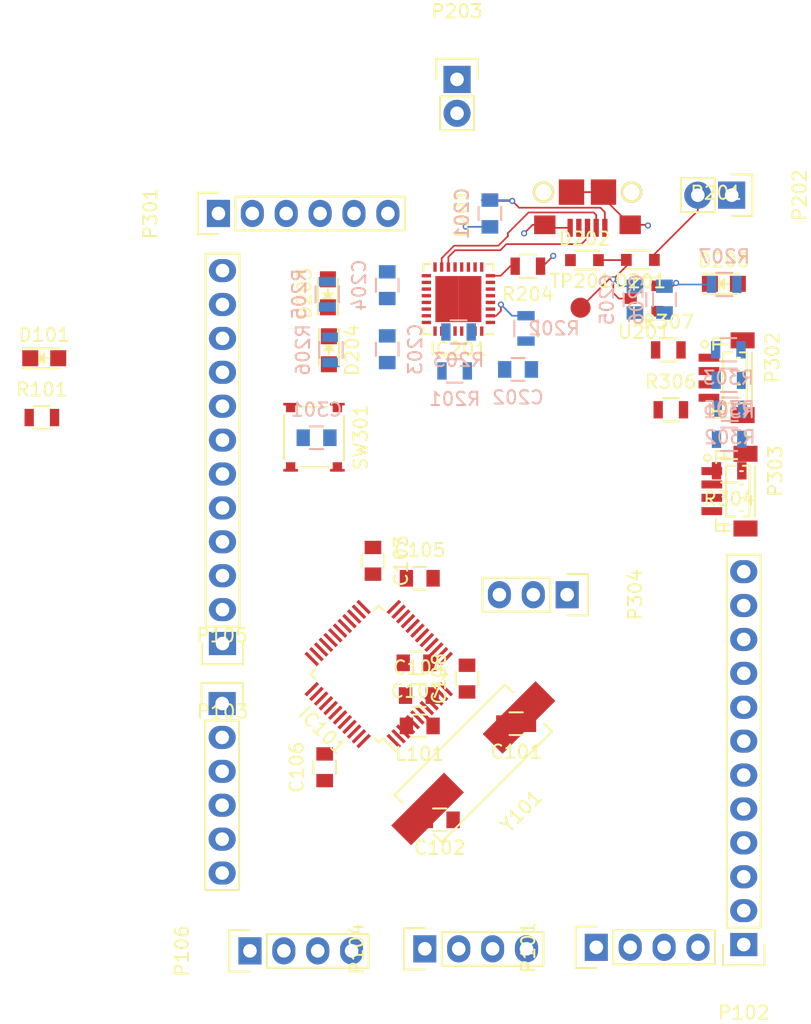
<source format=kicad_pcb>
(kicad_pcb (version 4) (host pcbnew 4.0.5)

  (general
    (links 159)
    (no_connects 129)
    (area 0 0 0 0)
    (thickness 1.6)
    (drawings 0)
    (tracks 72)
    (zones 0)
    (modules 57)
    (nets 67)
  )

  (page A4)
  (layers
    (0 F.Cu signal)
    (1 GND signal hide)
    (2 PWR signal)
    (31 B.Cu signal)
    (32 B.Adhes user)
    (33 F.Adhes user)
    (34 B.Paste user)
    (35 F.Paste user)
    (36 B.SilkS user)
    (37 F.SilkS user)
    (38 B.Mask user)
    (39 F.Mask user)
    (40 Dwgs.User user)
    (41 Cmts.User user)
    (42 Eco1.User user)
    (43 Eco2.User user)
    (44 Edge.Cuts user)
    (45 Margin user)
    (46 B.CrtYd user)
    (47 F.CrtYd user)
    (48 B.Fab user)
    (49 F.Fab user)
  )

  (setup
    (last_trace_width 0.127)
    (user_trace_width 0.254)
    (user_trace_width 0.508)
    (trace_clearance 0.127)
    (zone_clearance 0.1524)
    (zone_45_only no)
    (trace_min 0.127)
    (segment_width 0.2)
    (edge_width 0.15)
    (via_size 0.4572)
    (via_drill 0.254)
    (via_min_size 0.4572)
    (via_min_drill 0.254)
    (user_via 1.016 0.8128)
    (uvia_size 0.3)
    (uvia_drill 0.1)
    (uvias_allowed no)
    (uvia_min_size 0.2)
    (uvia_min_drill 0.1)
    (pcb_text_width 0.3)
    (pcb_text_size 1.5 1.5)
    (mod_edge_width 0.15)
    (mod_text_size 1 1)
    (mod_text_width 0.15)
    (pad_size 1.524 1.524)
    (pad_drill 0.762)
    (pad_to_mask_clearance 0.2)
    (aux_axis_origin 0 0)
    (visible_elements FFFEFF7F)
    (pcbplotparams
      (layerselection 0x00030_80000001)
      (usegerberextensions true)
      (excludeedgelayer true)
      (linewidth 0.100000)
      (plotframeref false)
      (viasonmask false)
      (mode 1)
      (useauxorigin false)
      (hpglpennumber 1)
      (hpglpenspeed 20)
      (hpglpendiameter 15)
      (hpglpenoverlay 2)
      (psnegative false)
      (psa4output false)
      (plotreference true)
      (plotvalue false)
      (plotinvisibletext false)
      (padsonsilk false)
      (subtractmaskfromsilk true)
      (outputformat 1)
      (mirror false)
      (drillshape 0)
      (scaleselection 1)
      (outputdirectory ""))
  )

  (net 0 "")
  (net 1 "Net-(C101-Pad1)")
  (net 2 GND)
  (net 3 "Net-(C102-Pad1)")
  (net 4 /PWR)
  (net 5 "Net-(C107-Pad1)")
  (net 6 "Net-(C201-Pad1)")
  (net 7 "Net-(C202-Pad1)")
  (net 8 "Net-(C204-Pad1)")
  (net 9 "Net-(C205-Pad1)")
  (net 10 /NRST)
  (net 11 "Net-(D201-Pad2)")
  (net 12 "Net-(D203-Pad2)")
  (net 13 /power/TXLED)
  (net 14 "Net-(D204-Pad2)")
  (net 15 /power/RXLED)
  (net 16 /ADC_IN1)
  (net 17 /USART2_TX)
  (net 18 /USART2_RX)
  (net 19 /ADC_IN8)
  (net 20 /ADC_IN9)
  (net 21 /MCO)
  (net 22 /USART1_TX)
  (net 23 /USART1_RX)
  (net 24 /SWDIO)
  (net 25 /I2C2_SCL)
  (net 26 /I2C2_SDA)
  (net 27 /SWCLK)
  (net 28 /SPI1_NSS)
  (net 29 /SPI1_SCK)
  (net 30 /SPI1_MISO)
  (net 31 /SPI1_MOSI)
  (net 32 /I2C1_SCL)
  (net 33 /I2C1_SDA)
  (net 34 /BOOT0)
  (net 35 "Net-(IC201-Pad2)")
  (net 36 "Net-(IC201-Pad8)")
  (net 37 "Net-(IC201-Pad30)")
  (net 38 "Net-(IC201-Pad32)")
  (net 39 "Net-(P301-Pad1)")
  (net 40 "Net-(P303-Pad4)")
  (net 41 "Net-(P303-Pad3)")
  (net 42 "Net-(P303-Pad2)")
  (net 43 "Net-(P303-Pad1)")
  (net 44 /PC13)
  (net 45 /PC14)
  (net 46 /PC15)
  (net 47 /PA0)
  (net 48 /PA4)
  (net 49 /PA5)
  (net 50 /PA6)
  (net 51 /PA7)
  (net 52 /PB2)
  (net 53 /PB10)
  (net 54 /PB11)
  (net 55 /PB12)
  (net 56 /PB13)
  (net 57 /PB14)
  (net 58 /PB15)
  (net 59 /PA11)
  (net 60 /PA12)
  (net 61 /PB8)
  (net 62 /PB9)
  (net 63 "Net-(D205-Pad2)")
  (net 64 "Net-(IC201-Pad14)")
  (net 65 "Net-(IC201-Pad15)")
  (net 66 "Net-(D101-Pad2)")

  (net_class Default "This is the default net class."
    (clearance 0.127)
    (trace_width 0.127)
    (via_dia 0.4572)
    (via_drill 0.254)
    (uvia_dia 0.3)
    (uvia_drill 0.1)
    (add_net /ADC_IN1)
    (add_net /ADC_IN8)
    (add_net /ADC_IN9)
    (add_net /BOOT0)
    (add_net /I2C1_SCL)
    (add_net /I2C1_SDA)
    (add_net /I2C2_SCL)
    (add_net /I2C2_SDA)
    (add_net /MCO)
    (add_net /NRST)
    (add_net /PA0)
    (add_net /PA11)
    (add_net /PA12)
    (add_net /PA4)
    (add_net /PA5)
    (add_net /PA6)
    (add_net /PA7)
    (add_net /PB10)
    (add_net /PB11)
    (add_net /PB12)
    (add_net /PB13)
    (add_net /PB14)
    (add_net /PB15)
    (add_net /PB2)
    (add_net /PB8)
    (add_net /PB9)
    (add_net /PC13)
    (add_net /PC14)
    (add_net /PC15)
    (add_net /PWR)
    (add_net /SPI1_MISO)
    (add_net /SPI1_MOSI)
    (add_net /SPI1_NSS)
    (add_net /SPI1_SCK)
    (add_net /SWCLK)
    (add_net /SWDIO)
    (add_net /USART1_RX)
    (add_net /USART1_TX)
    (add_net /USART2_RX)
    (add_net /USART2_TX)
    (add_net /power/RXLED)
    (add_net /power/TXLED)
    (add_net GND)
    (add_net "Net-(C101-Pad1)")
    (add_net "Net-(C102-Pad1)")
    (add_net "Net-(C107-Pad1)")
    (add_net "Net-(C201-Pad1)")
    (add_net "Net-(C202-Pad1)")
    (add_net "Net-(C204-Pad1)")
    (add_net "Net-(C205-Pad1)")
    (add_net "Net-(D101-Pad2)")
    (add_net "Net-(D201-Pad2)")
    (add_net "Net-(D203-Pad2)")
    (add_net "Net-(D204-Pad2)")
    (add_net "Net-(D205-Pad2)")
    (add_net "Net-(IC201-Pad14)")
    (add_net "Net-(IC201-Pad15)")
    (add_net "Net-(IC201-Pad2)")
    (add_net "Net-(IC201-Pad30)")
    (add_net "Net-(IC201-Pad32)")
    (add_net "Net-(IC201-Pad8)")
    (add_net "Net-(P301-Pad1)")
    (add_net "Net-(P303-Pad1)")
    (add_net "Net-(P303-Pad2)")
    (add_net "Net-(P303-Pad3)")
    (add_net "Net-(P303-Pad4)")
  )

  (module Capacitors_SMD:C_0805 (layer F.Cu) (tedit 5415D6EA) (tstamp 59036F2F)
    (at 130.6703 105.1687 180)
    (descr "Capacitor SMD 0805, reflow soldering, AVX (see smccp.pdf)")
    (tags "capacitor 0805")
    (path /58D7B957)
    (attr smd)
    (fp_text reference C101 (at 0 -2.1 180) (layer F.SilkS)
      (effects (font (size 1 1) (thickness 0.15)))
    )
    (fp_text value 26pF (at 0 2.1 180) (layer F.Fab)
      (effects (font (size 1 1) (thickness 0.15)))
    )
    (fp_line (start -1 0.625) (end -1 -0.625) (layer F.Fab) (width 0.15))
    (fp_line (start 1 0.625) (end -1 0.625) (layer F.Fab) (width 0.15))
    (fp_line (start 1 -0.625) (end 1 0.625) (layer F.Fab) (width 0.15))
    (fp_line (start -1 -0.625) (end 1 -0.625) (layer F.Fab) (width 0.15))
    (fp_line (start -1.8 -1) (end 1.8 -1) (layer F.CrtYd) (width 0.05))
    (fp_line (start -1.8 1) (end 1.8 1) (layer F.CrtYd) (width 0.05))
    (fp_line (start -1.8 -1) (end -1.8 1) (layer F.CrtYd) (width 0.05))
    (fp_line (start 1.8 -1) (end 1.8 1) (layer F.CrtYd) (width 0.05))
    (fp_line (start 0.5 -0.85) (end -0.5 -0.85) (layer F.SilkS) (width 0.15))
    (fp_line (start -0.5 0.85) (end 0.5 0.85) (layer F.SilkS) (width 0.15))
    (pad 1 smd rect (at -1 0 180) (size 1 1.25) (layers F.Cu F.Paste F.Mask)
      (net 1 "Net-(C101-Pad1)"))
    (pad 2 smd rect (at 1 0 180) (size 1 1.25) (layers F.Cu F.Paste F.Mask)
      (net 2 GND))
    (model Capacitors_SMD.3dshapes/C_0805.wrl
      (at (xyz 0 0 0))
      (scale (xyz 1 1 1))
      (rotate (xyz 0 0 0))
    )
  )

  (module Capacitors_SMD:C_0805 (layer F.Cu) (tedit 5415D6EA) (tstamp 59036F35)
    (at 124.9426 112.3696 180)
    (descr "Capacitor SMD 0805, reflow soldering, AVX (see smccp.pdf)")
    (tags "capacitor 0805")
    (path /58D7BA6C)
    (attr smd)
    (fp_text reference C102 (at 0 -2.1 180) (layer F.SilkS)
      (effects (font (size 1 1) (thickness 0.15)))
    )
    (fp_text value 26pF (at 0 2.1 180) (layer F.Fab)
      (effects (font (size 1 1) (thickness 0.15)))
    )
    (fp_line (start -1 0.625) (end -1 -0.625) (layer F.Fab) (width 0.15))
    (fp_line (start 1 0.625) (end -1 0.625) (layer F.Fab) (width 0.15))
    (fp_line (start 1 -0.625) (end 1 0.625) (layer F.Fab) (width 0.15))
    (fp_line (start -1 -0.625) (end 1 -0.625) (layer F.Fab) (width 0.15))
    (fp_line (start -1.8 -1) (end 1.8 -1) (layer F.CrtYd) (width 0.05))
    (fp_line (start -1.8 1) (end 1.8 1) (layer F.CrtYd) (width 0.05))
    (fp_line (start -1.8 -1) (end -1.8 1) (layer F.CrtYd) (width 0.05))
    (fp_line (start 1.8 -1) (end 1.8 1) (layer F.CrtYd) (width 0.05))
    (fp_line (start 0.5 -0.85) (end -0.5 -0.85) (layer F.SilkS) (width 0.15))
    (fp_line (start -0.5 0.85) (end 0.5 0.85) (layer F.SilkS) (width 0.15))
    (pad 1 smd rect (at -1 0 180) (size 1 1.25) (layers F.Cu F.Paste F.Mask)
      (net 3 "Net-(C102-Pad1)"))
    (pad 2 smd rect (at 1 0 180) (size 1 1.25) (layers F.Cu F.Paste F.Mask)
      (net 2 GND))
    (model Capacitors_SMD.3dshapes/C_0805.wrl
      (at (xyz 0 0 0))
      (scale (xyz 1 1 1))
      (rotate (xyz 0 0 0))
    )
  )

  (module Capacitors_SMD:C_0805 (layer F.Cu) (tedit 5415D6EA) (tstamp 59036F3B)
    (at 119.9388 92.964 270)
    (descr "Capacitor SMD 0805, reflow soldering, AVX (see smccp.pdf)")
    (tags "capacitor 0805")
    (path /58D862FF)
    (attr smd)
    (fp_text reference C103 (at 0 -2.1 270) (layer F.SilkS)
      (effects (font (size 1 1) (thickness 0.15)))
    )
    (fp_text value 4.7uF (at 0 2.1 270) (layer F.Fab)
      (effects (font (size 1 1) (thickness 0.15)))
    )
    (fp_line (start -1 0.625) (end -1 -0.625) (layer F.Fab) (width 0.15))
    (fp_line (start 1 0.625) (end -1 0.625) (layer F.Fab) (width 0.15))
    (fp_line (start 1 -0.625) (end 1 0.625) (layer F.Fab) (width 0.15))
    (fp_line (start -1 -0.625) (end 1 -0.625) (layer F.Fab) (width 0.15))
    (fp_line (start -1.8 -1) (end 1.8 -1) (layer F.CrtYd) (width 0.05))
    (fp_line (start -1.8 1) (end 1.8 1) (layer F.CrtYd) (width 0.05))
    (fp_line (start -1.8 -1) (end -1.8 1) (layer F.CrtYd) (width 0.05))
    (fp_line (start 1.8 -1) (end 1.8 1) (layer F.CrtYd) (width 0.05))
    (fp_line (start 0.5 -0.85) (end -0.5 -0.85) (layer F.SilkS) (width 0.15))
    (fp_line (start -0.5 0.85) (end 0.5 0.85) (layer F.SilkS) (width 0.15))
    (pad 1 smd rect (at -1 0 270) (size 1 1.25) (layers F.Cu F.Paste F.Mask)
      (net 4 /PWR))
    (pad 2 smd rect (at 1 0 270) (size 1 1.25) (layers F.Cu F.Paste F.Mask)
      (net 2 GND))
    (model Capacitors_SMD.3dshapes/C_0805.wrl
      (at (xyz 0 0 0))
      (scale (xyz 1 1 1))
      (rotate (xyz 0 0 0))
    )
  )

  (module Capacitors_SMD:C_0805 (layer F.Cu) (tedit 5415D6EA) (tstamp 59036F41)
    (at 123.3805 103.0605)
    (descr "Capacitor SMD 0805, reflow soldering, AVX (see smccp.pdf)")
    (tags "capacitor 0805")
    (path /58D85FDD)
    (attr smd)
    (fp_text reference C104 (at 0 -2.1) (layer F.SilkS)
      (effects (font (size 1 1) (thickness 0.15)))
    )
    (fp_text value 0.1uF (at 0 2.1) (layer F.Fab)
      (effects (font (size 1 1) (thickness 0.15)))
    )
    (fp_line (start -1 0.625) (end -1 -0.625) (layer F.Fab) (width 0.15))
    (fp_line (start 1 0.625) (end -1 0.625) (layer F.Fab) (width 0.15))
    (fp_line (start 1 -0.625) (end 1 0.625) (layer F.Fab) (width 0.15))
    (fp_line (start -1 -0.625) (end 1 -0.625) (layer F.Fab) (width 0.15))
    (fp_line (start -1.8 -1) (end 1.8 -1) (layer F.CrtYd) (width 0.05))
    (fp_line (start -1.8 1) (end 1.8 1) (layer F.CrtYd) (width 0.05))
    (fp_line (start -1.8 -1) (end -1.8 1) (layer F.CrtYd) (width 0.05))
    (fp_line (start 1.8 -1) (end 1.8 1) (layer F.CrtYd) (width 0.05))
    (fp_line (start 0.5 -0.85) (end -0.5 -0.85) (layer F.SilkS) (width 0.15))
    (fp_line (start -0.5 0.85) (end 0.5 0.85) (layer F.SilkS) (width 0.15))
    (pad 1 smd rect (at -1 0) (size 1 1.25) (layers F.Cu F.Paste F.Mask)
      (net 4 /PWR))
    (pad 2 smd rect (at 1 0) (size 1 1.25) (layers F.Cu F.Paste F.Mask)
      (net 2 GND))
    (model Capacitors_SMD.3dshapes/C_0805.wrl
      (at (xyz 0 0 0))
      (scale (xyz 1 1 1))
      (rotate (xyz 0 0 0))
    )
  )

  (module Capacitors_SMD:C_0805 (layer F.Cu) (tedit 5415D6EA) (tstamp 59036F47)
    (at 123.444 94.2721)
    (descr "Capacitor SMD 0805, reflow soldering, AVX (see smccp.pdf)")
    (tags "capacitor 0805")
    (path /58D85B98)
    (attr smd)
    (fp_text reference C105 (at 0 -2.1) (layer F.SilkS)
      (effects (font (size 1 1) (thickness 0.15)))
    )
    (fp_text value 0.1uF (at 0 2.1) (layer F.Fab)
      (effects (font (size 1 1) (thickness 0.15)))
    )
    (fp_line (start -1 0.625) (end -1 -0.625) (layer F.Fab) (width 0.15))
    (fp_line (start 1 0.625) (end -1 0.625) (layer F.Fab) (width 0.15))
    (fp_line (start 1 -0.625) (end 1 0.625) (layer F.Fab) (width 0.15))
    (fp_line (start -1 -0.625) (end 1 -0.625) (layer F.Fab) (width 0.15))
    (fp_line (start -1.8 -1) (end 1.8 -1) (layer F.CrtYd) (width 0.05))
    (fp_line (start -1.8 1) (end 1.8 1) (layer F.CrtYd) (width 0.05))
    (fp_line (start -1.8 -1) (end -1.8 1) (layer F.CrtYd) (width 0.05))
    (fp_line (start 1.8 -1) (end 1.8 1) (layer F.CrtYd) (width 0.05))
    (fp_line (start 0.5 -0.85) (end -0.5 -0.85) (layer F.SilkS) (width 0.15))
    (fp_line (start -0.5 0.85) (end 0.5 0.85) (layer F.SilkS) (width 0.15))
    (pad 1 smd rect (at -1 0) (size 1 1.25) (layers F.Cu F.Paste F.Mask)
      (net 4 /PWR))
    (pad 2 smd rect (at 1 0) (size 1 1.25) (layers F.Cu F.Paste F.Mask)
      (net 2 GND))
    (model Capacitors_SMD.3dshapes/C_0805.wrl
      (at (xyz 0 0 0))
      (scale (xyz 1 1 1))
      (rotate (xyz 0 0 0))
    )
  )

  (module Capacitors_SMD:C_0805 (layer F.Cu) (tedit 5415D6EA) (tstamp 59036F4D)
    (at 116.3193 108.4326 90)
    (descr "Capacitor SMD 0805, reflow soldering, AVX (see smccp.pdf)")
    (tags "capacitor 0805")
    (path /58D85BA6)
    (attr smd)
    (fp_text reference C106 (at 0 -2.1 90) (layer F.SilkS)
      (effects (font (size 1 1) (thickness 0.15)))
    )
    (fp_text value 0.1uF (at 0 2.1 90) (layer F.Fab)
      (effects (font (size 1 1) (thickness 0.15)))
    )
    (fp_line (start -1 0.625) (end -1 -0.625) (layer F.Fab) (width 0.15))
    (fp_line (start 1 0.625) (end -1 0.625) (layer F.Fab) (width 0.15))
    (fp_line (start 1 -0.625) (end 1 0.625) (layer F.Fab) (width 0.15))
    (fp_line (start -1 -0.625) (end 1 -0.625) (layer F.Fab) (width 0.15))
    (fp_line (start -1.8 -1) (end 1.8 -1) (layer F.CrtYd) (width 0.05))
    (fp_line (start -1.8 1) (end 1.8 1) (layer F.CrtYd) (width 0.05))
    (fp_line (start -1.8 -1) (end -1.8 1) (layer F.CrtYd) (width 0.05))
    (fp_line (start 1.8 -1) (end 1.8 1) (layer F.CrtYd) (width 0.05))
    (fp_line (start 0.5 -0.85) (end -0.5 -0.85) (layer F.SilkS) (width 0.15))
    (fp_line (start -0.5 0.85) (end 0.5 0.85) (layer F.SilkS) (width 0.15))
    (pad 1 smd rect (at -1 0 90) (size 1 1.25) (layers F.Cu F.Paste F.Mask)
      (net 4 /PWR))
    (pad 2 smd rect (at 1 0 90) (size 1 1.25) (layers F.Cu F.Paste F.Mask)
      (net 2 GND))
    (model Capacitors_SMD.3dshapes/C_0805.wrl
      (at (xyz 0 0 0))
      (scale (xyz 1 1 1))
      (rotate (xyz 0 0 0))
    )
  )

  (module Capacitors_SMD:C_0805 (layer F.Cu) (tedit 5415D6EA) (tstamp 59036F59)
    (at 126.9873 101.7905 90)
    (descr "Capacitor SMD 0805, reflow soldering, AVX (see smccp.pdf)")
    (tags "capacitor 0805")
    (path /58D85374)
    (attr smd)
    (fp_text reference C108 (at 0 -2.1 90) (layer F.SilkS)
      (effects (font (size 1 1) (thickness 0.15)))
    )
    (fp_text value 1uF (at 0 2.1 90) (layer F.Fab)
      (effects (font (size 1 1) (thickness 0.15)))
    )
    (fp_line (start -1 0.625) (end -1 -0.625) (layer F.Fab) (width 0.15))
    (fp_line (start 1 0.625) (end -1 0.625) (layer F.Fab) (width 0.15))
    (fp_line (start 1 -0.625) (end 1 0.625) (layer F.Fab) (width 0.15))
    (fp_line (start -1 -0.625) (end 1 -0.625) (layer F.Fab) (width 0.15))
    (fp_line (start -1.8 -1) (end 1.8 -1) (layer F.CrtYd) (width 0.05))
    (fp_line (start -1.8 1) (end 1.8 1) (layer F.CrtYd) (width 0.05))
    (fp_line (start -1.8 -1) (end -1.8 1) (layer F.CrtYd) (width 0.05))
    (fp_line (start 1.8 -1) (end 1.8 1) (layer F.CrtYd) (width 0.05))
    (fp_line (start 0.5 -0.85) (end -0.5 -0.85) (layer F.SilkS) (width 0.15))
    (fp_line (start -0.5 0.85) (end 0.5 0.85) (layer F.SilkS) (width 0.15))
    (pad 1 smd rect (at -1 0 90) (size 1 1.25) (layers F.Cu F.Paste F.Mask)
      (net 5 "Net-(C107-Pad1)"))
    (pad 2 smd rect (at 1 0 90) (size 1 1.25) (layers F.Cu F.Paste F.Mask)
      (net 2 GND))
    (model Capacitors_SMD.3dshapes/C_0805.wrl
      (at (xyz 0 0 0))
      (scale (xyz 1 1 1))
      (rotate (xyz 0 0 0))
    )
  )

  (module Capacitors_SMD:C_0805 (layer B.Cu) (tedit 5415D6EA) (tstamp 59036F5F)
    (at 128.7018 66.9417 270)
    (descr "Capacitor SMD 0805, reflow soldering, AVX (see smccp.pdf)")
    (tags "capacitor 0805")
    (path /58D7AFB1/58D87D1A)
    (attr smd)
    (fp_text reference C201 (at 0 2.1 270) (layer B.SilkS)
      (effects (font (size 1 1) (thickness 0.15)) (justify mirror))
    )
    (fp_text value 10nF (at 0 -2.1 270) (layer B.Fab)
      (effects (font (size 1 1) (thickness 0.15)) (justify mirror))
    )
    (fp_line (start -1 -0.625) (end -1 0.625) (layer B.Fab) (width 0.15))
    (fp_line (start 1 -0.625) (end -1 -0.625) (layer B.Fab) (width 0.15))
    (fp_line (start 1 0.625) (end 1 -0.625) (layer B.Fab) (width 0.15))
    (fp_line (start -1 0.625) (end 1 0.625) (layer B.Fab) (width 0.15))
    (fp_line (start -1.8 1) (end 1.8 1) (layer B.CrtYd) (width 0.05))
    (fp_line (start -1.8 -1) (end 1.8 -1) (layer B.CrtYd) (width 0.05))
    (fp_line (start -1.8 1) (end -1.8 -1) (layer B.CrtYd) (width 0.05))
    (fp_line (start 1.8 1) (end 1.8 -1) (layer B.CrtYd) (width 0.05))
    (fp_line (start 0.5 0.85) (end -0.5 0.85) (layer B.SilkS) (width 0.15))
    (fp_line (start -0.5 -0.85) (end 0.5 -0.85) (layer B.SilkS) (width 0.15))
    (pad 1 smd rect (at -1 0 270) (size 1 1.25) (layers B.Cu B.Paste B.Mask)
      (net 6 "Net-(C201-Pad1)"))
    (pad 2 smd rect (at 1 0 270) (size 1 1.25) (layers B.Cu B.Paste B.Mask)
      (net 2 GND))
    (model Capacitors_SMD.3dshapes/C_0805.wrl
      (at (xyz 0 0 0))
      (scale (xyz 1 1 1))
      (rotate (xyz 0 0 0))
    )
  )

  (module Capacitors_SMD:C_0805 (layer B.Cu) (tedit 5415D6EA) (tstamp 59036F65)
    (at 130.81 78.6257)
    (descr "Capacitor SMD 0805, reflow soldering, AVX (see smccp.pdf)")
    (tags "capacitor 0805")
    (path /58D7AFB1/58D7EC71)
    (attr smd)
    (fp_text reference C202 (at 0 2.1) (layer B.SilkS)
      (effects (font (size 1 1) (thickness 0.15)) (justify mirror))
    )
    (fp_text value 4.7u (at 0 -2.1) (layer B.Fab)
      (effects (font (size 1 1) (thickness 0.15)) (justify mirror))
    )
    (fp_line (start -1 -0.625) (end -1 0.625) (layer B.Fab) (width 0.15))
    (fp_line (start 1 -0.625) (end -1 -0.625) (layer B.Fab) (width 0.15))
    (fp_line (start 1 0.625) (end 1 -0.625) (layer B.Fab) (width 0.15))
    (fp_line (start -1 0.625) (end 1 0.625) (layer B.Fab) (width 0.15))
    (fp_line (start -1.8 1) (end 1.8 1) (layer B.CrtYd) (width 0.05))
    (fp_line (start -1.8 -1) (end 1.8 -1) (layer B.CrtYd) (width 0.05))
    (fp_line (start -1.8 1) (end -1.8 -1) (layer B.CrtYd) (width 0.05))
    (fp_line (start 1.8 1) (end 1.8 -1) (layer B.CrtYd) (width 0.05))
    (fp_line (start 0.5 0.85) (end -0.5 0.85) (layer B.SilkS) (width 0.15))
    (fp_line (start -0.5 -0.85) (end 0.5 -0.85) (layer B.SilkS) (width 0.15))
    (pad 1 smd rect (at -1 0) (size 1 1.25) (layers B.Cu B.Paste B.Mask)
      (net 7 "Net-(C202-Pad1)"))
    (pad 2 smd rect (at 1 0) (size 1 1.25) (layers B.Cu B.Paste B.Mask)
      (net 2 GND))
    (model Capacitors_SMD.3dshapes/C_0805.wrl
      (at (xyz 0 0 0))
      (scale (xyz 1 1 1))
      (rotate (xyz 0 0 0))
    )
  )

  (module Capacitors_SMD:C_0805 (layer B.Cu) (tedit 5415D6EA) (tstamp 59036F6B)
    (at 121.0056 77.1144 90)
    (descr "Capacitor SMD 0805, reflow soldering, AVX (see smccp.pdf)")
    (tags "capacitor 0805")
    (path /58D7AFB1/58D7EC21)
    (attr smd)
    (fp_text reference C203 (at 0 2.1 90) (layer B.SilkS)
      (effects (font (size 1 1) (thickness 0.15)) (justify mirror))
    )
    (fp_text value 0.1u (at 0 -2.1 90) (layer B.Fab)
      (effects (font (size 1 1) (thickness 0.15)) (justify mirror))
    )
    (fp_line (start -1 -0.625) (end -1 0.625) (layer B.Fab) (width 0.15))
    (fp_line (start 1 -0.625) (end -1 -0.625) (layer B.Fab) (width 0.15))
    (fp_line (start 1 0.625) (end 1 -0.625) (layer B.Fab) (width 0.15))
    (fp_line (start -1 0.625) (end 1 0.625) (layer B.Fab) (width 0.15))
    (fp_line (start -1.8 1) (end 1.8 1) (layer B.CrtYd) (width 0.05))
    (fp_line (start -1.8 -1) (end 1.8 -1) (layer B.CrtYd) (width 0.05))
    (fp_line (start -1.8 1) (end -1.8 -1) (layer B.CrtYd) (width 0.05))
    (fp_line (start 1.8 1) (end 1.8 -1) (layer B.CrtYd) (width 0.05))
    (fp_line (start 0.5 0.85) (end -0.5 0.85) (layer B.SilkS) (width 0.15))
    (fp_line (start -0.5 -0.85) (end 0.5 -0.85) (layer B.SilkS) (width 0.15))
    (pad 1 smd rect (at -1 0 90) (size 1 1.25) (layers B.Cu B.Paste B.Mask)
      (net 7 "Net-(C202-Pad1)"))
    (pad 2 smd rect (at 1 0 90) (size 1 1.25) (layers B.Cu B.Paste B.Mask)
      (net 2 GND))
    (model Capacitors_SMD.3dshapes/C_0805.wrl
      (at (xyz 0 0 0))
      (scale (xyz 1 1 1))
      (rotate (xyz 0 0 0))
    )
  )

  (module Capacitors_SMD:C_0805 (layer B.Cu) (tedit 5415D6EA) (tstamp 59036F71)
    (at 121.0056 72.3138 270)
    (descr "Capacitor SMD 0805, reflow soldering, AVX (see smccp.pdf)")
    (tags "capacitor 0805")
    (path /58D7AFB1/58DEE911)
    (attr smd)
    (fp_text reference C204 (at 0 2.1 270) (layer B.SilkS)
      (effects (font (size 1 1) (thickness 0.15)) (justify mirror))
    )
    (fp_text value 0.1u (at 0 -2.1 270) (layer B.Fab)
      (effects (font (size 1 1) (thickness 0.15)) (justify mirror))
    )
    (fp_line (start -1 -0.625) (end -1 0.625) (layer B.Fab) (width 0.15))
    (fp_line (start 1 -0.625) (end -1 -0.625) (layer B.Fab) (width 0.15))
    (fp_line (start 1 0.625) (end 1 -0.625) (layer B.Fab) (width 0.15))
    (fp_line (start -1 0.625) (end 1 0.625) (layer B.Fab) (width 0.15))
    (fp_line (start -1.8 1) (end 1.8 1) (layer B.CrtYd) (width 0.05))
    (fp_line (start -1.8 -1) (end 1.8 -1) (layer B.CrtYd) (width 0.05))
    (fp_line (start -1.8 1) (end -1.8 -1) (layer B.CrtYd) (width 0.05))
    (fp_line (start 1.8 1) (end 1.8 -1) (layer B.CrtYd) (width 0.05))
    (fp_line (start 0.5 0.85) (end -0.5 0.85) (layer B.SilkS) (width 0.15))
    (fp_line (start -0.5 -0.85) (end 0.5 -0.85) (layer B.SilkS) (width 0.15))
    (pad 1 smd rect (at -1 0 270) (size 1 1.25) (layers B.Cu B.Paste B.Mask)
      (net 8 "Net-(C204-Pad1)"))
    (pad 2 smd rect (at 1 0 270) (size 1 1.25) (layers B.Cu B.Paste B.Mask)
      (net 2 GND))
    (model Capacitors_SMD.3dshapes/C_0805.wrl
      (at (xyz 0 0 0))
      (scale (xyz 1 1 1))
      (rotate (xyz 0 0 0))
    )
  )

  (module Capacitors_SMD:C_0805 (layer B.Cu) (tedit 5415D6EA) (tstamp 59036F77)
    (at 139.573 73.3933 270)
    (descr "Capacitor SMD 0805, reflow soldering, AVX (see smccp.pdf)")
    (tags "capacitor 0805")
    (path /58D7AFB1/58D7EDD8)
    (attr smd)
    (fp_text reference C205 (at 0 2.1 270) (layer B.SilkS)
      (effects (font (size 1 1) (thickness 0.15)) (justify mirror))
    )
    (fp_text value 0.1u (at 0 -2.1 270) (layer B.Fab)
      (effects (font (size 1 1) (thickness 0.15)) (justify mirror))
    )
    (fp_line (start -1 -0.625) (end -1 0.625) (layer B.Fab) (width 0.15))
    (fp_line (start 1 -0.625) (end -1 -0.625) (layer B.Fab) (width 0.15))
    (fp_line (start 1 0.625) (end 1 -0.625) (layer B.Fab) (width 0.15))
    (fp_line (start -1 0.625) (end 1 0.625) (layer B.Fab) (width 0.15))
    (fp_line (start -1.8 1) (end 1.8 1) (layer B.CrtYd) (width 0.05))
    (fp_line (start -1.8 -1) (end 1.8 -1) (layer B.CrtYd) (width 0.05))
    (fp_line (start -1.8 1) (end -1.8 -1) (layer B.CrtYd) (width 0.05))
    (fp_line (start 1.8 1) (end 1.8 -1) (layer B.CrtYd) (width 0.05))
    (fp_line (start 0.5 0.85) (end -0.5 0.85) (layer B.SilkS) (width 0.15))
    (fp_line (start -0.5 -0.85) (end 0.5 -0.85) (layer B.SilkS) (width 0.15))
    (pad 1 smd rect (at -1 0 270) (size 1 1.25) (layers B.Cu B.Paste B.Mask)
      (net 9 "Net-(C205-Pad1)"))
    (pad 2 smd rect (at 1 0 270) (size 1 1.25) (layers B.Cu B.Paste B.Mask)
      (net 2 GND))
    (model Capacitors_SMD.3dshapes/C_0805.wrl
      (at (xyz 0 0 0))
      (scale (xyz 1 1 1))
      (rotate (xyz 0 0 0))
    )
  )

  (module Capacitors_SMD:C_0805 (layer B.Cu) (tedit 5415D6EA) (tstamp 59036F7D)
    (at 141.7828 73.3933 270)
    (descr "Capacitor SMD 0805, reflow soldering, AVX (see smccp.pdf)")
    (tags "capacitor 0805")
    (path /58D7AFB1/58D7F457)
    (attr smd)
    (fp_text reference C206 (at 0 2.1 270) (layer B.SilkS)
      (effects (font (size 1 1) (thickness 0.15)) (justify mirror))
    )
    (fp_text value 0.1u (at 0 -2.1 270) (layer B.Fab)
      (effects (font (size 1 1) (thickness 0.15)) (justify mirror))
    )
    (fp_line (start -1 -0.625) (end -1 0.625) (layer B.Fab) (width 0.15))
    (fp_line (start 1 -0.625) (end -1 -0.625) (layer B.Fab) (width 0.15))
    (fp_line (start 1 0.625) (end 1 -0.625) (layer B.Fab) (width 0.15))
    (fp_line (start -1 0.625) (end 1 0.625) (layer B.Fab) (width 0.15))
    (fp_line (start -1.8 1) (end 1.8 1) (layer B.CrtYd) (width 0.05))
    (fp_line (start -1.8 -1) (end 1.8 -1) (layer B.CrtYd) (width 0.05))
    (fp_line (start -1.8 1) (end -1.8 -1) (layer B.CrtYd) (width 0.05))
    (fp_line (start 1.8 1) (end 1.8 -1) (layer B.CrtYd) (width 0.05))
    (fp_line (start 0.5 0.85) (end -0.5 0.85) (layer B.SilkS) (width 0.15))
    (fp_line (start -0.5 -0.85) (end 0.5 -0.85) (layer B.SilkS) (width 0.15))
    (pad 1 smd rect (at -1 0 270) (size 1 1.25) (layers B.Cu B.Paste B.Mask)
      (net 4 /PWR))
    (pad 2 smd rect (at 1 0 270) (size 1 1.25) (layers B.Cu B.Paste B.Mask)
      (net 2 GND))
    (model Capacitors_SMD.3dshapes/C_0805.wrl
      (at (xyz 0 0 0))
      (scale (xyz 1 1 1))
      (rotate (xyz 0 0 0))
    )
  )

  (module Capacitors_SMD:C_0805 (layer B.Cu) (tedit 5415D6EA) (tstamp 59036F83)
    (at 115.7097 83.7438 180)
    (descr "Capacitor SMD 0805, reflow soldering, AVX (see smccp.pdf)")
    (tags "capacitor 0805")
    (path /58DEA2CA/58E1A7F8)
    (attr smd)
    (fp_text reference C301 (at 0 2.1 180) (layer B.SilkS)
      (effects (font (size 1 1) (thickness 0.15)) (justify mirror))
    )
    (fp_text value 0.1u (at 0 -2.1 180) (layer B.Fab)
      (effects (font (size 1 1) (thickness 0.15)) (justify mirror))
    )
    (fp_line (start -1 -0.625) (end -1 0.625) (layer B.Fab) (width 0.15))
    (fp_line (start 1 -0.625) (end -1 -0.625) (layer B.Fab) (width 0.15))
    (fp_line (start 1 0.625) (end 1 -0.625) (layer B.Fab) (width 0.15))
    (fp_line (start -1 0.625) (end 1 0.625) (layer B.Fab) (width 0.15))
    (fp_line (start -1.8 1) (end 1.8 1) (layer B.CrtYd) (width 0.05))
    (fp_line (start -1.8 -1) (end 1.8 -1) (layer B.CrtYd) (width 0.05))
    (fp_line (start -1.8 1) (end -1.8 -1) (layer B.CrtYd) (width 0.05))
    (fp_line (start 1.8 1) (end 1.8 -1) (layer B.CrtYd) (width 0.05))
    (fp_line (start 0.5 0.85) (end -0.5 0.85) (layer B.SilkS) (width 0.15))
    (fp_line (start -0.5 -0.85) (end 0.5 -0.85) (layer B.SilkS) (width 0.15))
    (pad 1 smd rect (at -1 0 180) (size 1 1.25) (layers B.Cu B.Paste B.Mask)
      (net 2 GND))
    (pad 2 smd rect (at 1 0 180) (size 1 1.25) (layers B.Cu B.Paste B.Mask)
      (net 10 /NRST))
    (model Capacitors_SMD.3dshapes/C_0805.wrl
      (at (xyz 0 0 0))
      (scale (xyz 1 1 1))
      (rotate (xyz 0 0 0))
    )
  )

  (module Diodes_SMD:D_0805 (layer F.Cu) (tedit 5905217B) (tstamp 59036F89)
    (at 139.9794 70.4215)
    (descr "Diode SMD in 0805 package")
    (tags "smd diode")
    (path /58D7AFB1/58DEDD97)
    (attr smd)
    (fp_text reference D201 (at 0 1.6) (layer F.SilkS)
      (effects (font (size 1 1) (thickness 0.15)))
    )
    (fp_text value D_Schottky_Small (at 0 -1.6) (layer F.Fab) hide
      (effects (font (size 1 1) (thickness 0.15)))
    )
    (fp_line (start -1.8 0.9) (end -1.8 -0.9) (layer F.CrtYd) (width 0.05))
    (fp_line (start 1.8 0.9) (end -1.8 0.9) (layer F.CrtYd) (width 0.05))
    (fp_line (start 1.8 -0.9) (end 1.8 0.9) (layer F.CrtYd) (width 0.05))
    (fp_line (start -1.8 -0.9) (end 1.8 -0.9) (layer F.CrtYd) (width 0.05))
    (fp_line (start 0.2 0) (end 0.4 0) (layer F.Fab) (width 0.15))
    (fp_line (start -0.1 0) (end -0.3 0) (layer F.Fab) (width 0.15))
    (fp_line (start -0.1 -0.2) (end -0.1 0.2) (layer F.Fab) (width 0.15))
    (fp_line (start 0.2 0.2) (end 0.2 -0.2) (layer F.Fab) (width 0.15))
    (fp_line (start -0.1 0) (end 0.2 0.2) (layer F.Fab) (width 0.15))
    (fp_line (start 0.2 -0.2) (end -0.1 0) (layer F.Fab) (width 0.15))
    (fp_line (start -1 0.6) (end -1 -0.6) (layer F.Fab) (width 0.15))
    (fp_line (start 1 0.6) (end -1 0.6) (layer F.Fab) (width 0.15))
    (fp_line (start 1 -0.6) (end 1 0.6) (layer F.Fab) (width 0.15))
    (fp_line (start -1 -0.6) (end 1 -0.6) (layer F.Fab) (width 0.15))
    (fp_line (start -1.1 0.7) (end 0.7 0.7) (layer F.SilkS) (width 0.15))
    (fp_line (start -1.1 -0.7) (end 0.7 -0.7) (layer F.SilkS) (width 0.15))
    (pad 1 smd rect (at -1.05 0) (size 0.8 0.9) (layers F.Cu F.Paste F.Mask)
      (net 9 "Net-(C205-Pad1)"))
    (pad 2 smd rect (at 1.05 0) (size 0.8 0.9) (layers F.Cu F.Paste F.Mask)
      (net 11 "Net-(D201-Pad2)"))
  )

  (module Diodes_SMD:D_0805 (layer F.Cu) (tedit 5905221F) (tstamp 59036F8F)
    (at 135.7884 70.4342 180)
    (descr "Diode SMD in 0805 package")
    (tags "smd diode")
    (path /58D7AFB1/58DEE1E0)
    (attr smd)
    (fp_text reference D202 (at 0 1.6 180) (layer F.SilkS)
      (effects (font (size 1 1) (thickness 0.15)))
    )
    (fp_text value D_Schottky_Small (at 0 -1.6 180) (layer F.Fab) hide
      (effects (font (size 1 1) (thickness 0.15)))
    )
    (fp_line (start -1.8 0.9) (end -1.8 -0.9) (layer F.CrtYd) (width 0.05))
    (fp_line (start 1.8 0.9) (end -1.8 0.9) (layer F.CrtYd) (width 0.05))
    (fp_line (start 1.8 -0.9) (end 1.8 0.9) (layer F.CrtYd) (width 0.05))
    (fp_line (start -1.8 -0.9) (end 1.8 -0.9) (layer F.CrtYd) (width 0.05))
    (fp_line (start 0.2 0) (end 0.4 0) (layer F.Fab) (width 0.15))
    (fp_line (start -0.1 0) (end -0.3 0) (layer F.Fab) (width 0.15))
    (fp_line (start -0.1 -0.2) (end -0.1 0.2) (layer F.Fab) (width 0.15))
    (fp_line (start 0.2 0.2) (end 0.2 -0.2) (layer F.Fab) (width 0.15))
    (fp_line (start -0.1 0) (end 0.2 0.2) (layer F.Fab) (width 0.15))
    (fp_line (start 0.2 -0.2) (end -0.1 0) (layer F.Fab) (width 0.15))
    (fp_line (start -1 0.6) (end -1 -0.6) (layer F.Fab) (width 0.15))
    (fp_line (start 1 0.6) (end -1 0.6) (layer F.Fab) (width 0.15))
    (fp_line (start 1 -0.6) (end 1 0.6) (layer F.Fab) (width 0.15))
    (fp_line (start -1 -0.6) (end 1 -0.6) (layer F.Fab) (width 0.15))
    (fp_line (start -1.1 0.7) (end 0.7 0.7) (layer F.SilkS) (width 0.15))
    (fp_line (start -1.1 -0.7) (end 0.7 -0.7) (layer F.SilkS) (width 0.15))
    (pad 1 smd rect (at -1.05 0 180) (size 0.8 0.9) (layers F.Cu F.Paste F.Mask)
      (net 9 "Net-(C205-Pad1)"))
    (pad 2 smd rect (at 1.05 0 180) (size 0.8 0.9) (layers F.Cu F.Paste F.Mask)
      (net 7 "Net-(C202-Pad1)"))
  )

  (module LEDs:LED_0805 (layer F.Cu) (tedit 55BDE1C2) (tstamp 59036F95)
    (at 116.5606 72.9234 90)
    (descr "LED 0805 smd package")
    (tags "LED 0805 SMD")
    (path /58D7AFB1/58DF0566)
    (attr smd)
    (fp_text reference D203 (at 0 -1.75 90) (layer F.SilkS)
      (effects (font (size 1 1) (thickness 0.15)))
    )
    (fp_text value "GRN LED" (at 0 1.75 90) (layer F.Fab)
      (effects (font (size 1 1) (thickness 0.15)))
    )
    (fp_line (start -0.4 -0.3) (end -0.4 0.3) (layer F.Fab) (width 0.15))
    (fp_line (start -0.3 0) (end 0 -0.3) (layer F.Fab) (width 0.15))
    (fp_line (start 0 0.3) (end -0.3 0) (layer F.Fab) (width 0.15))
    (fp_line (start 0 -0.3) (end 0 0.3) (layer F.Fab) (width 0.15))
    (fp_line (start 1 -0.6) (end -1 -0.6) (layer F.Fab) (width 0.15))
    (fp_line (start 1 0.6) (end 1 -0.6) (layer F.Fab) (width 0.15))
    (fp_line (start -1 0.6) (end 1 0.6) (layer F.Fab) (width 0.15))
    (fp_line (start -1 -0.6) (end -1 0.6) (layer F.Fab) (width 0.15))
    (fp_line (start -1.6 0.75) (end 1.1 0.75) (layer F.SilkS) (width 0.15))
    (fp_line (start -1.6 -0.75) (end 1.1 -0.75) (layer F.SilkS) (width 0.15))
    (fp_line (start -0.1 0.15) (end -0.1 -0.1) (layer F.SilkS) (width 0.15))
    (fp_line (start -0.1 -0.1) (end -0.25 0.05) (layer F.SilkS) (width 0.15))
    (fp_line (start -0.35 -0.35) (end -0.35 0.35) (layer F.SilkS) (width 0.15))
    (fp_line (start 0 0) (end 0.35 0) (layer F.SilkS) (width 0.15))
    (fp_line (start -0.35 0) (end 0 -0.35) (layer F.SilkS) (width 0.15))
    (fp_line (start 0 -0.35) (end 0 0.35) (layer F.SilkS) (width 0.15))
    (fp_line (start 0 0.35) (end -0.35 0) (layer F.SilkS) (width 0.15))
    (fp_line (start 1.9 -0.95) (end 1.9 0.95) (layer F.CrtYd) (width 0.05))
    (fp_line (start 1.9 0.95) (end -1.9 0.95) (layer F.CrtYd) (width 0.05))
    (fp_line (start -1.9 0.95) (end -1.9 -0.95) (layer F.CrtYd) (width 0.05))
    (fp_line (start -1.9 -0.95) (end 1.9 -0.95) (layer F.CrtYd) (width 0.05))
    (pad 2 smd rect (at 1.04902 0 270) (size 1.19888 1.19888) (layers F.Cu F.Paste F.Mask)
      (net 12 "Net-(D203-Pad2)"))
    (pad 1 smd rect (at -1.04902 0 270) (size 1.19888 1.19888) (layers F.Cu F.Paste F.Mask)
      (net 13 /power/TXLED))
    (model LEDs.3dshapes/LED_0805.wrl
      (at (xyz 0 0 0))
      (scale (xyz 1 1 1))
      (rotate (xyz 0 0 0))
    )
  )

  (module LEDs:LED_0805 (layer F.Cu) (tedit 55BDE1C2) (tstamp 59036F9B)
    (at 116.6368 77.1906 270)
    (descr "LED 0805 smd package")
    (tags "LED 0805 SMD")
    (path /58D7AFB1/58DF0633)
    (attr smd)
    (fp_text reference D204 (at 0 -1.75 270) (layer F.SilkS)
      (effects (font (size 1 1) (thickness 0.15)))
    )
    (fp_text value "YLW LED" (at 0 1.75 270) (layer F.Fab)
      (effects (font (size 1 1) (thickness 0.15)))
    )
    (fp_line (start -0.4 -0.3) (end -0.4 0.3) (layer F.Fab) (width 0.15))
    (fp_line (start -0.3 0) (end 0 -0.3) (layer F.Fab) (width 0.15))
    (fp_line (start 0 0.3) (end -0.3 0) (layer F.Fab) (width 0.15))
    (fp_line (start 0 -0.3) (end 0 0.3) (layer F.Fab) (width 0.15))
    (fp_line (start 1 -0.6) (end -1 -0.6) (layer F.Fab) (width 0.15))
    (fp_line (start 1 0.6) (end 1 -0.6) (layer F.Fab) (width 0.15))
    (fp_line (start -1 0.6) (end 1 0.6) (layer F.Fab) (width 0.15))
    (fp_line (start -1 -0.6) (end -1 0.6) (layer F.Fab) (width 0.15))
    (fp_line (start -1.6 0.75) (end 1.1 0.75) (layer F.SilkS) (width 0.15))
    (fp_line (start -1.6 -0.75) (end 1.1 -0.75) (layer F.SilkS) (width 0.15))
    (fp_line (start -0.1 0.15) (end -0.1 -0.1) (layer F.SilkS) (width 0.15))
    (fp_line (start -0.1 -0.1) (end -0.25 0.05) (layer F.SilkS) (width 0.15))
    (fp_line (start -0.35 -0.35) (end -0.35 0.35) (layer F.SilkS) (width 0.15))
    (fp_line (start 0 0) (end 0.35 0) (layer F.SilkS) (width 0.15))
    (fp_line (start -0.35 0) (end 0 -0.35) (layer F.SilkS) (width 0.15))
    (fp_line (start 0 -0.35) (end 0 0.35) (layer F.SilkS) (width 0.15))
    (fp_line (start 0 0.35) (end -0.35 0) (layer F.SilkS) (width 0.15))
    (fp_line (start 1.9 -0.95) (end 1.9 0.95) (layer F.CrtYd) (width 0.05))
    (fp_line (start 1.9 0.95) (end -1.9 0.95) (layer F.CrtYd) (width 0.05))
    (fp_line (start -1.9 0.95) (end -1.9 -0.95) (layer F.CrtYd) (width 0.05))
    (fp_line (start -1.9 -0.95) (end 1.9 -0.95) (layer F.CrtYd) (width 0.05))
    (pad 2 smd rect (at 1.04902 0 90) (size 1.19888 1.19888) (layers F.Cu F.Paste F.Mask)
      (net 14 "Net-(D204-Pad2)"))
    (pad 1 smd rect (at -1.04902 0 90) (size 1.19888 1.19888) (layers F.Cu F.Paste F.Mask)
      (net 15 /power/RXLED))
    (model LEDs.3dshapes/LED_0805.wrl
      (at (xyz 0 0 0))
      (scale (xyz 1 1 1))
      (rotate (xyz 0 0 0))
    )
  )

  (module LEDs:LED_0805 (layer F.Cu) (tedit 55BDE1C2) (tstamp 59036FA1)
    (at 146.2405 72.2122)
    (descr "LED 0805 smd package")
    (tags "LED 0805 SMD")
    (path /58D7AFB1/58EB8302)
    (attr smd)
    (fp_text reference D205 (at 0 -1.75) (layer F.SilkS)
      (effects (font (size 1 1) (thickness 0.15)))
    )
    (fp_text value "PWR LED" (at 0 1.75) (layer F.Fab)
      (effects (font (size 1 1) (thickness 0.15)))
    )
    (fp_line (start -0.4 -0.3) (end -0.4 0.3) (layer F.Fab) (width 0.15))
    (fp_line (start -0.3 0) (end 0 -0.3) (layer F.Fab) (width 0.15))
    (fp_line (start 0 0.3) (end -0.3 0) (layer F.Fab) (width 0.15))
    (fp_line (start 0 -0.3) (end 0 0.3) (layer F.Fab) (width 0.15))
    (fp_line (start 1 -0.6) (end -1 -0.6) (layer F.Fab) (width 0.15))
    (fp_line (start 1 0.6) (end 1 -0.6) (layer F.Fab) (width 0.15))
    (fp_line (start -1 0.6) (end 1 0.6) (layer F.Fab) (width 0.15))
    (fp_line (start -1 -0.6) (end -1 0.6) (layer F.Fab) (width 0.15))
    (fp_line (start -1.6 0.75) (end 1.1 0.75) (layer F.SilkS) (width 0.15))
    (fp_line (start -1.6 -0.75) (end 1.1 -0.75) (layer F.SilkS) (width 0.15))
    (fp_line (start -0.1 0.15) (end -0.1 -0.1) (layer F.SilkS) (width 0.15))
    (fp_line (start -0.1 -0.1) (end -0.25 0.05) (layer F.SilkS) (width 0.15))
    (fp_line (start -0.35 -0.35) (end -0.35 0.35) (layer F.SilkS) (width 0.15))
    (fp_line (start 0 0) (end 0.35 0) (layer F.SilkS) (width 0.15))
    (fp_line (start -0.35 0) (end 0 -0.35) (layer F.SilkS) (width 0.15))
    (fp_line (start 0 -0.35) (end 0 0.35) (layer F.SilkS) (width 0.15))
    (fp_line (start 0 0.35) (end -0.35 0) (layer F.SilkS) (width 0.15))
    (fp_line (start 1.9 -0.95) (end 1.9 0.95) (layer F.CrtYd) (width 0.05))
    (fp_line (start 1.9 0.95) (end -1.9 0.95) (layer F.CrtYd) (width 0.05))
    (fp_line (start -1.9 0.95) (end -1.9 -0.95) (layer F.CrtYd) (width 0.05))
    (fp_line (start -1.9 -0.95) (end 1.9 -0.95) (layer F.CrtYd) (width 0.05))
    (pad 2 smd rect (at 1.04902 0 180) (size 1.19888 1.19888) (layers F.Cu F.Paste F.Mask)
      (net 63 "Net-(D205-Pad2)"))
    (pad 1 smd rect (at -1.04902 0 180) (size 1.19888 1.19888) (layers F.Cu F.Paste F.Mask)
      (net 2 GND))
    (model LEDs.3dshapes/LED_0805.wrl
      (at (xyz 0 0 0))
      (scale (xyz 1 1 1))
      (rotate (xyz 0 0 0))
    )
  )

  (module Housings_QFP:LQFP-48_7x7mm_Pitch0.5mm (layer F.Cu) (tedit 54130A77) (tstamp 59036FD5)
    (at 120.3706 101.4476 135)
    (descr "48 LEAD LQFP 7x7mm (see MICREL LQFP7x7-48LD-PL-1.pdf)")
    (tags "QFP 0.5")
    (path /58DF544A)
    (attr smd)
    (fp_text reference IC101 (at 0 -6 135) (layer F.SilkS)
      (effects (font (size 1 1) (thickness 0.15)))
    )
    (fp_text value STM32F030C8 (at 0 6 135) (layer F.Fab)
      (effects (font (size 1 1) (thickness 0.15)))
    )
    (fp_text user %R (at 0 0 135) (layer F.Fab)
      (effects (font (size 1 1) (thickness 0.15)))
    )
    (fp_line (start -2.5 -3.5) (end 3.5 -3.5) (layer F.Fab) (width 0.15))
    (fp_line (start 3.5 -3.5) (end 3.5 3.5) (layer F.Fab) (width 0.15))
    (fp_line (start 3.5 3.5) (end -3.5 3.5) (layer F.Fab) (width 0.15))
    (fp_line (start -3.5 3.5) (end -3.5 -2.5) (layer F.Fab) (width 0.15))
    (fp_line (start -3.5 -2.5) (end -2.5 -3.5) (layer F.Fab) (width 0.15))
    (fp_line (start -5.25 -5.25) (end -5.25 5.25) (layer F.CrtYd) (width 0.05))
    (fp_line (start 5.25 -5.25) (end 5.25 5.25) (layer F.CrtYd) (width 0.05))
    (fp_line (start -5.25 -5.25) (end 5.25 -5.25) (layer F.CrtYd) (width 0.05))
    (fp_line (start -5.25 5.25) (end 5.25 5.25) (layer F.CrtYd) (width 0.05))
    (fp_line (start -3.625 -3.625) (end -3.625 -3.175) (layer F.SilkS) (width 0.15))
    (fp_line (start 3.625 -3.625) (end 3.625 -3.1) (layer F.SilkS) (width 0.15))
    (fp_line (start 3.625 3.625) (end 3.625 3.1) (layer F.SilkS) (width 0.15))
    (fp_line (start -3.625 3.625) (end -3.625 3.1) (layer F.SilkS) (width 0.15))
    (fp_line (start -3.625 -3.625) (end -3.1 -3.625) (layer F.SilkS) (width 0.15))
    (fp_line (start -3.625 3.625) (end -3.1 3.625) (layer F.SilkS) (width 0.15))
    (fp_line (start 3.625 3.625) (end 3.1 3.625) (layer F.SilkS) (width 0.15))
    (fp_line (start 3.625 -3.625) (end 3.1 -3.625) (layer F.SilkS) (width 0.15))
    (fp_line (start -3.625 -3.175) (end -5 -3.175) (layer F.SilkS) (width 0.15))
    (pad 1 smd rect (at -4.35 -2.75 135) (size 1.3 0.25) (layers F.Cu F.Paste F.Mask)
      (net 4 /PWR))
    (pad 2 smd rect (at -4.35 -2.25 135) (size 1.3 0.25) (layers F.Cu F.Paste F.Mask)
      (net 44 /PC13))
    (pad 3 smd rect (at -4.35 -1.75 135) (size 1.3 0.25) (layers F.Cu F.Paste F.Mask)
      (net 45 /PC14))
    (pad 4 smd rect (at -4.35 -1.25 135) (size 1.3 0.25) (layers F.Cu F.Paste F.Mask)
      (net 46 /PC15))
    (pad 5 smd rect (at -4.35 -0.75 135) (size 1.3 0.25) (layers F.Cu F.Paste F.Mask)
      (net 3 "Net-(C102-Pad1)"))
    (pad 6 smd rect (at -4.35 -0.25 135) (size 1.3 0.25) (layers F.Cu F.Paste F.Mask)
      (net 1 "Net-(C101-Pad1)"))
    (pad 7 smd rect (at -4.35 0.25 135) (size 1.3 0.25) (layers F.Cu F.Paste F.Mask)
      (net 10 /NRST))
    (pad 8 smd rect (at -4.35 0.75 135) (size 1.3 0.25) (layers F.Cu F.Paste F.Mask)
      (net 2 GND))
    (pad 9 smd rect (at -4.35 1.25 135) (size 1.3 0.25) (layers F.Cu F.Paste F.Mask)
      (net 5 "Net-(C107-Pad1)"))
    (pad 10 smd rect (at -4.35 1.75 135) (size 1.3 0.25) (layers F.Cu F.Paste F.Mask)
      (net 47 /PA0))
    (pad 11 smd rect (at -4.35 2.25 135) (size 1.3 0.25) (layers F.Cu F.Paste F.Mask)
      (net 16 /ADC_IN1))
    (pad 12 smd rect (at -4.35 2.75 135) (size 1.3 0.25) (layers F.Cu F.Paste F.Mask)
      (net 17 /USART2_TX))
    (pad 13 smd rect (at -2.75 4.35 225) (size 1.3 0.25) (layers F.Cu F.Paste F.Mask)
      (net 18 /USART2_RX))
    (pad 14 smd rect (at -2.25 4.35 225) (size 1.3 0.25) (layers F.Cu F.Paste F.Mask)
      (net 48 /PA4))
    (pad 15 smd rect (at -1.75 4.35 225) (size 1.3 0.25) (layers F.Cu F.Paste F.Mask)
      (net 49 /PA5))
    (pad 16 smd rect (at -1.25 4.35 225) (size 1.3 0.25) (layers F.Cu F.Paste F.Mask)
      (net 50 /PA6))
    (pad 17 smd rect (at -0.75 4.35 225) (size 1.3 0.25) (layers F.Cu F.Paste F.Mask)
      (net 51 /PA7))
    (pad 18 smd rect (at -0.25 4.35 225) (size 1.3 0.25) (layers F.Cu F.Paste F.Mask)
      (net 19 /ADC_IN8))
    (pad 19 smd rect (at 0.25 4.35 225) (size 1.3 0.25) (layers F.Cu F.Paste F.Mask)
      (net 20 /ADC_IN9))
    (pad 20 smd rect (at 0.75 4.35 225) (size 1.3 0.25) (layers F.Cu F.Paste F.Mask)
      (net 52 /PB2))
    (pad 21 smd rect (at 1.25 4.35 225) (size 1.3 0.25) (layers F.Cu F.Paste F.Mask)
      (net 53 /PB10))
    (pad 22 smd rect (at 1.75 4.35 225) (size 1.3 0.25) (layers F.Cu F.Paste F.Mask)
      (net 54 /PB11))
    (pad 23 smd rect (at 2.25 4.35 225) (size 1.3 0.25) (layers F.Cu F.Paste F.Mask)
      (net 2 GND))
    (pad 24 smd rect (at 2.75 4.35 225) (size 1.3 0.25) (layers F.Cu F.Paste F.Mask)
      (net 4 /PWR))
    (pad 25 smd rect (at 4.35 2.75 135) (size 1.3 0.25) (layers F.Cu F.Paste F.Mask)
      (net 55 /PB12))
    (pad 26 smd rect (at 4.35 2.25 135) (size 1.3 0.25) (layers F.Cu F.Paste F.Mask)
      (net 56 /PB13))
    (pad 27 smd rect (at 4.35 1.75 135) (size 1.3 0.25) (layers F.Cu F.Paste F.Mask)
      (net 57 /PB14))
    (pad 28 smd rect (at 4.35 1.25 135) (size 1.3 0.25) (layers F.Cu F.Paste F.Mask)
      (net 58 /PB15))
    (pad 29 smd rect (at 4.35 0.75 135) (size 1.3 0.25) (layers F.Cu F.Paste F.Mask)
      (net 21 /MCO))
    (pad 30 smd rect (at 4.35 0.25 135) (size 1.3 0.25) (layers F.Cu F.Paste F.Mask)
      (net 22 /USART1_TX))
    (pad 31 smd rect (at 4.35 -0.25 135) (size 1.3 0.25) (layers F.Cu F.Paste F.Mask)
      (net 23 /USART1_RX))
    (pad 32 smd rect (at 4.35 -0.75 135) (size 1.3 0.25) (layers F.Cu F.Paste F.Mask)
      (net 59 /PA11))
    (pad 33 smd rect (at 4.35 -1.25 135) (size 1.3 0.25) (layers F.Cu F.Paste F.Mask)
      (net 60 /PA12))
    (pad 34 smd rect (at 4.35 -1.75 135) (size 1.3 0.25) (layers F.Cu F.Paste F.Mask)
      (net 24 /SWDIO))
    (pad 35 smd rect (at 4.35 -2.25 135) (size 1.3 0.25) (layers F.Cu F.Paste F.Mask)
      (net 25 /I2C2_SCL))
    (pad 36 smd rect (at 4.35 -2.75 135) (size 1.3 0.25) (layers F.Cu F.Paste F.Mask)
      (net 26 /I2C2_SDA))
    (pad 37 smd rect (at 2.75 -4.35 225) (size 1.3 0.25) (layers F.Cu F.Paste F.Mask)
      (net 27 /SWCLK))
    (pad 38 smd rect (at 2.25 -4.35 225) (size 1.3 0.25) (layers F.Cu F.Paste F.Mask)
      (net 28 /SPI1_NSS))
    (pad 39 smd rect (at 1.75 -4.35 225) (size 1.3 0.25) (layers F.Cu F.Paste F.Mask)
      (net 29 /SPI1_SCK))
    (pad 40 smd rect (at 1.25 -4.35 225) (size 1.3 0.25) (layers F.Cu F.Paste F.Mask)
      (net 30 /SPI1_MISO))
    (pad 41 smd rect (at 0.75 -4.35 225) (size 1.3 0.25) (layers F.Cu F.Paste F.Mask)
      (net 31 /SPI1_MOSI))
    (pad 42 smd rect (at 0.25 -4.35 225) (size 1.3 0.25) (layers F.Cu F.Paste F.Mask)
      (net 32 /I2C1_SCL))
    (pad 43 smd rect (at -0.25 -4.35 225) (size 1.3 0.25) (layers F.Cu F.Paste F.Mask)
      (net 33 /I2C1_SDA))
    (pad 44 smd rect (at -0.75 -4.35 225) (size 1.3 0.25) (layers F.Cu F.Paste F.Mask)
      (net 34 /BOOT0))
    (pad 45 smd rect (at -1.25 -4.35 225) (size 1.3 0.25) (layers F.Cu F.Paste F.Mask)
      (net 61 /PB8))
    (pad 46 smd rect (at -1.75 -4.35 225) (size 1.3 0.25) (layers F.Cu F.Paste F.Mask)
      (net 62 /PB9))
    (pad 47 smd rect (at -2.25 -4.35 225) (size 1.3 0.25) (layers F.Cu F.Paste F.Mask)
      (net 2 GND))
    (pad 48 smd rect (at -2.75 -4.35 225) (size 1.3 0.25) (layers F.Cu F.Paste F.Mask)
      (net 4 /PWR))
    (model Housings_QFP.3dshapes/LQFP-48_7x7mm_Pitch0.5mm.wrl
      (at (xyz 0 0 0))
      (scale (xyz 1 1 1))
      (rotate (xyz 0 0 0))
    )
  )

  (module Housings_DFN_QFN:QFN-32-1EP_5x5mm_Pitch0.5mm (layer F.Cu) (tedit 54130A77) (tstamp 59036FFD)
    (at 126.3396 73.3552 180)
    (descr "UH Package; 32-Lead Plastic QFN (5mm x 5mm); (see Linear Technology QFN_32_05-08-1693.pdf)")
    (tags "QFN 0.5")
    (path /58D7AFB1/58D7B3F4)
    (attr smd)
    (fp_text reference IC201 (at 0 -3.75 180) (layer F.SilkS)
      (effects (font (size 1 1) (thickness 0.15)))
    )
    (fp_text value FT232RQ (at 0 3.75 180) (layer F.Fab)
      (effects (font (size 1 1) (thickness 0.15)))
    )
    (fp_line (start -1.5 -2.5) (end 2.5 -2.5) (layer F.Fab) (width 0.15))
    (fp_line (start 2.5 -2.5) (end 2.5 2.5) (layer F.Fab) (width 0.15))
    (fp_line (start 2.5 2.5) (end -2.5 2.5) (layer F.Fab) (width 0.15))
    (fp_line (start -2.5 2.5) (end -2.5 -1.5) (layer F.Fab) (width 0.15))
    (fp_line (start -2.5 -1.5) (end -1.5 -2.5) (layer F.Fab) (width 0.15))
    (fp_line (start -3 -3) (end -3 3) (layer F.CrtYd) (width 0.05))
    (fp_line (start 3 -3) (end 3 3) (layer F.CrtYd) (width 0.05))
    (fp_line (start -3 -3) (end 3 -3) (layer F.CrtYd) (width 0.05))
    (fp_line (start -3 3) (end 3 3) (layer F.CrtYd) (width 0.05))
    (fp_line (start 2.625 -2.625) (end 2.625 -2.1) (layer F.SilkS) (width 0.15))
    (fp_line (start -2.625 2.625) (end -2.625 2.1) (layer F.SilkS) (width 0.15))
    (fp_line (start 2.625 2.625) (end 2.625 2.1) (layer F.SilkS) (width 0.15))
    (fp_line (start -2.625 -2.625) (end -2.1 -2.625) (layer F.SilkS) (width 0.15))
    (fp_line (start -2.625 2.625) (end -2.1 2.625) (layer F.SilkS) (width 0.15))
    (fp_line (start 2.625 2.625) (end 2.1 2.625) (layer F.SilkS) (width 0.15))
    (fp_line (start 2.625 -2.625) (end 2.1 -2.625) (layer F.SilkS) (width 0.15))
    (pad 1 smd rect (at -2.4 -1.75 180) (size 0.7 0.25) (layers F.Cu F.Paste F.Mask)
      (net 8 "Net-(C204-Pad1)"))
    (pad 2 smd rect (at -2.4 -1.25 180) (size 0.7 0.25) (layers F.Cu F.Paste F.Mask)
      (net 35 "Net-(IC201-Pad2)"))
    (pad 3 smd rect (at -2.4 -0.75 180) (size 0.7 0.25) (layers F.Cu F.Paste F.Mask))
    (pad 4 smd rect (at -2.4 -0.25 180) (size 0.7 0.25) (layers F.Cu F.Paste F.Mask)
      (net 2 GND))
    (pad 5 smd rect (at -2.4 0.25 180) (size 0.7 0.25) (layers F.Cu F.Paste F.Mask))
    (pad 6 smd rect (at -2.4 0.75 180) (size 0.7 0.25) (layers F.Cu F.Paste F.Mask))
    (pad 7 smd rect (at -2.4 1.25 180) (size 0.7 0.25) (layers F.Cu F.Paste F.Mask))
    (pad 8 smd rect (at -2.4 1.75 180) (size 0.7 0.25) (layers F.Cu F.Paste F.Mask)
      (net 36 "Net-(IC201-Pad8)"))
    (pad 9 smd rect (at -1.75 2.4 270) (size 0.7 0.25) (layers F.Cu F.Paste F.Mask))
    (pad 10 smd rect (at -1.25 2.4 270) (size 0.7 0.25) (layers F.Cu F.Paste F.Mask))
    (pad 11 smd rect (at -0.75 2.4 270) (size 0.7 0.25) (layers F.Cu F.Paste F.Mask))
    (pad 12 smd rect (at -0.25 2.4 270) (size 0.7 0.25) (layers F.Cu F.Paste F.Mask))
    (pad 13 smd rect (at 0.25 2.4 270) (size 0.7 0.25) (layers F.Cu F.Paste F.Mask))
    (pad 14 smd rect (at 0.75 2.4 270) (size 0.7 0.25) (layers F.Cu F.Paste F.Mask)
      (net 64 "Net-(IC201-Pad14)"))
    (pad 15 smd rect (at 1.25 2.4 270) (size 0.7 0.25) (layers F.Cu F.Paste F.Mask)
      (net 65 "Net-(IC201-Pad15)"))
    (pad 16 smd rect (at 1.75 2.4 270) (size 0.7 0.25) (layers F.Cu F.Paste F.Mask)
      (net 8 "Net-(C204-Pad1)"))
    (pad 17 smd rect (at 2.4 1.75 180) (size 0.7 0.25) (layers F.Cu F.Paste F.Mask)
      (net 2 GND))
    (pad 18 smd rect (at 2.4 1.25 180) (size 0.7 0.25) (layers F.Cu F.Paste F.Mask)
      (net 10 /NRST))
    (pad 19 smd rect (at 2.4 0.75 180) (size 0.7 0.25) (layers F.Cu F.Paste F.Mask)
      (net 7 "Net-(C202-Pad1)"))
    (pad 20 smd rect (at 2.4 0.25 180) (size 0.7 0.25) (layers F.Cu F.Paste F.Mask)
      (net 2 GND))
    (pad 21 smd rect (at 2.4 -0.25 180) (size 0.7 0.25) (layers F.Cu F.Paste F.Mask)
      (net 15 /power/RXLED))
    (pad 22 smd rect (at 2.4 -0.75 180) (size 0.7 0.25) (layers F.Cu F.Paste F.Mask)
      (net 13 /power/TXLED))
    (pad 23 smd rect (at 2.4 -1.25 180) (size 0.7 0.25) (layers F.Cu F.Paste F.Mask))
    (pad 24 smd rect (at 2.4 -1.75 180) (size 0.7 0.25) (layers F.Cu F.Paste F.Mask)
      (net 2 GND))
    (pad 25 smd rect (at 1.75 -2.4 270) (size 0.7 0.25) (layers F.Cu F.Paste F.Mask))
    (pad 26 smd rect (at 1.25 -2.4 270) (size 0.7 0.25) (layers F.Cu F.Paste F.Mask)
      (net 2 GND))
    (pad 27 smd rect (at 0.75 -2.4 270) (size 0.7 0.25) (layers F.Cu F.Paste F.Mask))
    (pad 28 smd rect (at 0.25 -2.4 270) (size 0.7 0.25) (layers F.Cu F.Paste F.Mask))
    (pad 29 smd rect (at -0.25 -2.4 270) (size 0.7 0.25) (layers F.Cu F.Paste F.Mask))
    (pad 30 smd rect (at -0.75 -2.4 270) (size 0.7 0.25) (layers F.Cu F.Paste F.Mask)
      (net 37 "Net-(IC201-Pad30)"))
    (pad 31 smd rect (at -1.25 -2.4 270) (size 0.7 0.25) (layers F.Cu F.Paste F.Mask))
    (pad 32 smd rect (at -1.75 -2.4 270) (size 0.7 0.25) (layers F.Cu F.Paste F.Mask)
      (net 38 "Net-(IC201-Pad32)"))
    (pad 33 smd rect (at 0.8625 0.8625 180) (size 1.725 1.725) (layers F.Cu F.Paste F.Mask)
      (solder_paste_margin_ratio -0.2))
    (pad 33 smd rect (at 0.8625 -0.8625 180) (size 1.725 1.725) (layers F.Cu F.Paste F.Mask)
      (solder_paste_margin_ratio -0.2))
    (pad 33 smd rect (at -0.8625 0.8625 180) (size 1.725 1.725) (layers F.Cu F.Paste F.Mask)
      (solder_paste_margin_ratio -0.2))
    (pad 33 smd rect (at -0.8625 -0.8625 180) (size 1.725 1.725) (layers F.Cu F.Paste F.Mask)
      (solder_paste_margin_ratio -0.2))
    (model Housings_DFN_QFN.3dshapes/QFN-32-1EP_5x5mm_Pitch0.5mm.wrl
      (at (xyz 0 0 0))
      (scale (xyz 1 1 1))
      (rotate (xyz 0 0 0))
    )
  )

  (module Capacitors_SMD:C_0805 (layer F.Cu) (tedit 5415D6EA) (tstamp 59037003)
    (at 123.444 105.3338 180)
    (descr "Capacitor SMD 0805, reflow soldering, AVX (see smccp.pdf)")
    (tags "capacitor 0805")
    (path /58D857AC)
    (attr smd)
    (fp_text reference L101 (at 0 -2.1 180) (layer F.SilkS)
      (effects (font (size 1 1) (thickness 0.15)))
    )
    (fp_text value 40nH (at 0 2.1 180) (layer F.Fab)
      (effects (font (size 1 1) (thickness 0.15)))
    )
    (fp_line (start -1 0.625) (end -1 -0.625) (layer F.Fab) (width 0.15))
    (fp_line (start 1 0.625) (end -1 0.625) (layer F.Fab) (width 0.15))
    (fp_line (start 1 -0.625) (end 1 0.625) (layer F.Fab) (width 0.15))
    (fp_line (start -1 -0.625) (end 1 -0.625) (layer F.Fab) (width 0.15))
    (fp_line (start -1.8 -1) (end 1.8 -1) (layer F.CrtYd) (width 0.05))
    (fp_line (start -1.8 1) (end 1.8 1) (layer F.CrtYd) (width 0.05))
    (fp_line (start -1.8 -1) (end -1.8 1) (layer F.CrtYd) (width 0.05))
    (fp_line (start 1.8 -1) (end 1.8 1) (layer F.CrtYd) (width 0.05))
    (fp_line (start 0.5 -0.85) (end -0.5 -0.85) (layer F.SilkS) (width 0.15))
    (fp_line (start -0.5 0.85) (end 0.5 0.85) (layer F.SilkS) (width 0.15))
    (pad 1 smd rect (at -1 0 180) (size 1 1.25) (layers F.Cu F.Paste F.Mask)
      (net 5 "Net-(C107-Pad1)"))
    (pad 2 smd rect (at 1 0 180) (size 1 1.25) (layers F.Cu F.Paste F.Mask)
      (net 4 /PWR))
    (model Capacitors_SMD.3dshapes/C_0805.wrl
      (at (xyz 0 0 0))
      (scale (xyz 1 1 1))
      (rotate (xyz 0 0 0))
    )
  )

  (module Capacitors_SMD:C_0805 (layer F.Cu) (tedit 5415D6EA) (tstamp 59037009)
    (at 128.7018 66.9417 90)
    (descr "Capacitor SMD 0805, reflow soldering, AVX (see smccp.pdf)")
    (tags "capacitor 0805")
    (path /58D7AFB1/58D87B1F)
    (attr smd)
    (fp_text reference L201 (at 0 -2.1 90) (layer F.SilkS)
      (effects (font (size 1 1) (thickness 0.15)))
    )
    (fp_text value 40nH (at 0 2.1 90) (layer F.Fab)
      (effects (font (size 1 1) (thickness 0.15)))
    )
    (fp_line (start -1 0.625) (end -1 -0.625) (layer F.Fab) (width 0.15))
    (fp_line (start 1 0.625) (end -1 0.625) (layer F.Fab) (width 0.15))
    (fp_line (start 1 -0.625) (end 1 0.625) (layer F.Fab) (width 0.15))
    (fp_line (start -1 -0.625) (end 1 -0.625) (layer F.Fab) (width 0.15))
    (fp_line (start -1.8 -1) (end 1.8 -1) (layer F.CrtYd) (width 0.05))
    (fp_line (start -1.8 1) (end 1.8 1) (layer F.CrtYd) (width 0.05))
    (fp_line (start -1.8 -1) (end -1.8 1) (layer F.CrtYd) (width 0.05))
    (fp_line (start 1.8 -1) (end 1.8 1) (layer F.CrtYd) (width 0.05))
    (fp_line (start 0.5 -0.85) (end -0.5 -0.85) (layer F.SilkS) (width 0.15))
    (fp_line (start -0.5 0.85) (end 0.5 0.85) (layer F.SilkS) (width 0.15))
    (pad 1 smd rect (at -1 0 90) (size 1 1.25) (layers F.Cu F.Paste F.Mask)
      (net 7 "Net-(C202-Pad1)"))
    (pad 2 smd rect (at 1 0 90) (size 1 1.25) (layers F.Cu F.Paste F.Mask)
      (net 6 "Net-(C201-Pad1)"))
    (model Capacitors_SMD.3dshapes/C_0805.wrl
      (at (xyz 0 0 0))
      (scale (xyz 1 1 1))
      (rotate (xyz 0 0 0))
    )
  )

  (module Pin_Headers:Pin_Header_Straight_1x04 (layer F.Cu) (tedit 0) (tstamp 59037011)
    (at 136.6774 121.92 90)
    (descr "Through hole pin header")
    (tags "pin header")
    (path /58E544AB)
    (fp_text reference P101 (at 0 -5.1 90) (layer F.SilkS)
      (effects (font (size 1 1) (thickness 0.15)))
    )
    (fp_text value I2C (at 0 -3.1 90) (layer F.Fab)
      (effects (font (size 1 1) (thickness 0.15)))
    )
    (fp_line (start -1.75 -1.75) (end -1.75 9.4) (layer F.CrtYd) (width 0.05))
    (fp_line (start 1.75 -1.75) (end 1.75 9.4) (layer F.CrtYd) (width 0.05))
    (fp_line (start -1.75 -1.75) (end 1.75 -1.75) (layer F.CrtYd) (width 0.05))
    (fp_line (start -1.75 9.4) (end 1.75 9.4) (layer F.CrtYd) (width 0.05))
    (fp_line (start -1.27 1.27) (end -1.27 8.89) (layer F.SilkS) (width 0.15))
    (fp_line (start 1.27 1.27) (end 1.27 8.89) (layer F.SilkS) (width 0.15))
    (fp_line (start 1.55 -1.55) (end 1.55 0) (layer F.SilkS) (width 0.15))
    (fp_line (start -1.27 8.89) (end 1.27 8.89) (layer F.SilkS) (width 0.15))
    (fp_line (start 1.27 1.27) (end -1.27 1.27) (layer F.SilkS) (width 0.15))
    (fp_line (start -1.55 0) (end -1.55 -1.55) (layer F.SilkS) (width 0.15))
    (fp_line (start -1.55 -1.55) (end 1.55 -1.55) (layer F.SilkS) (width 0.15))
    (pad 1 thru_hole rect (at 0 0 90) (size 2.032 1.7272) (drill 1.016) (layers *.Cu *.Mask)
      (net 2 GND))
    (pad 2 thru_hole oval (at 0 2.54 90) (size 2.032 1.7272) (drill 1.016) (layers *.Cu *.Mask)
      (net 4 /PWR))
    (pad 3 thru_hole oval (at 0 5.08 90) (size 2.032 1.7272) (drill 1.016) (layers *.Cu *.Mask)
      (net 25 /I2C2_SCL))
    (pad 4 thru_hole oval (at 0 7.62 90) (size 2.032 1.7272) (drill 1.016) (layers *.Cu *.Mask)
      (net 26 /I2C2_SDA))
    (model Pin_Headers.3dshapes/Pin_Header_Straight_1x04.wrl
      (at (xyz 0 -0.15 0))
      (scale (xyz 1 1 1))
      (rotate (xyz 0 0 90))
    )
  )

  (module Pin_Headers:Pin_Header_Straight_1x12 (layer F.Cu) (tedit 0) (tstamp 59037021)
    (at 147.7264 121.7168 180)
    (descr "Through hole pin header")
    (tags "pin header")
    (path /58E962C7)
    (fp_text reference P102 (at 0 -5.1 180) (layer F.SilkS)
      (effects (font (size 1 1) (thickness 0.15)))
    )
    (fp_text value GPIO1 (at 0 -3.1 180) (layer F.Fab)
      (effects (font (size 1 1) (thickness 0.15)))
    )
    (fp_line (start -1.75 -1.75) (end -1.75 29.7) (layer F.CrtYd) (width 0.05))
    (fp_line (start 1.75 -1.75) (end 1.75 29.7) (layer F.CrtYd) (width 0.05))
    (fp_line (start -1.75 -1.75) (end 1.75 -1.75) (layer F.CrtYd) (width 0.05))
    (fp_line (start -1.75 29.7) (end 1.75 29.7) (layer F.CrtYd) (width 0.05))
    (fp_line (start 1.27 1.27) (end 1.27 29.21) (layer F.SilkS) (width 0.15))
    (fp_line (start 1.27 29.21) (end -1.27 29.21) (layer F.SilkS) (width 0.15))
    (fp_line (start -1.27 29.21) (end -1.27 1.27) (layer F.SilkS) (width 0.15))
    (fp_line (start 1.55 -1.55) (end 1.55 0) (layer F.SilkS) (width 0.15))
    (fp_line (start 1.27 1.27) (end -1.27 1.27) (layer F.SilkS) (width 0.15))
    (fp_line (start -1.55 0) (end -1.55 -1.55) (layer F.SilkS) (width 0.15))
    (fp_line (start -1.55 -1.55) (end 1.55 -1.55) (layer F.SilkS) (width 0.15))
    (pad 1 thru_hole rect (at 0 0 180) (size 2.032 1.7272) (drill 1.016) (layers *.Cu *.Mask)
      (net 4 /PWR))
    (pad 2 thru_hole oval (at 0 2.54 180) (size 2.032 1.7272) (drill 1.016) (layers *.Cu *.Mask)
      (net 2 GND))
    (pad 3 thru_hole oval (at 0 5.08 180) (size 2.032 1.7272) (drill 1.016) (layers *.Cu *.Mask)
      (net 44 /PC13))
    (pad 4 thru_hole oval (at 0 7.62 180) (size 2.032 1.7272) (drill 1.016) (layers *.Cu *.Mask)
      (net 45 /PC14))
    (pad 5 thru_hole oval (at 0 10.16 180) (size 2.032 1.7272) (drill 1.016) (layers *.Cu *.Mask)
      (net 46 /PC15))
    (pad 6 thru_hole oval (at 0 12.7 180) (size 2.032 1.7272) (drill 1.016) (layers *.Cu *.Mask)
      (net 47 /PA0))
    (pad 7 thru_hole oval (at 0 15.24 180) (size 2.032 1.7272) (drill 1.016) (layers *.Cu *.Mask)
      (net 48 /PA4))
    (pad 8 thru_hole oval (at 0 17.78 180) (size 2.032 1.7272) (drill 1.016) (layers *.Cu *.Mask)
      (net 49 /PA5))
    (pad 9 thru_hole oval (at 0 20.32 180) (size 2.032 1.7272) (drill 1.016) (layers *.Cu *.Mask)
      (net 50 /PA6))
    (pad 10 thru_hole oval (at 0 22.86 180) (size 2.032 1.7272) (drill 1.016) (layers *.Cu *.Mask)
      (net 51 /PA7))
    (pad 11 thru_hole oval (at 0 25.4 180) (size 2.032 1.7272) (drill 1.016) (layers *.Cu *.Mask)
      (net 21 /MCO))
    (pad 12 thru_hole oval (at 0 27.94 180) (size 2.032 1.7272) (drill 1.016) (layers *.Cu *.Mask)
      (net 59 /PA11))
    (model Pin_Headers.3dshapes/Pin_Header_Straight_1x12.wrl
      (at (xyz 0 -0.55 0))
      (scale (xyz 1 1 1))
      (rotate (xyz 0 0 90))
    )
  )

  (module Pin_Headers:Pin_Header_Straight_1x12 (layer F.Cu) (tedit 0) (tstamp 59037031)
    (at 108.6612 99.1616 180)
    (descr "Through hole pin header")
    (tags "pin header")
    (path /58E96A56)
    (fp_text reference P103 (at 0 -5.1 180) (layer F.SilkS)
      (effects (font (size 1 1) (thickness 0.15)))
    )
    (fp_text value GPIO1 (at 0 -3.1 180) (layer F.Fab)
      (effects (font (size 1 1) (thickness 0.15)))
    )
    (fp_line (start -1.75 -1.75) (end -1.75 29.7) (layer F.CrtYd) (width 0.05))
    (fp_line (start 1.75 -1.75) (end 1.75 29.7) (layer F.CrtYd) (width 0.05))
    (fp_line (start -1.75 -1.75) (end 1.75 -1.75) (layer F.CrtYd) (width 0.05))
    (fp_line (start -1.75 29.7) (end 1.75 29.7) (layer F.CrtYd) (width 0.05))
    (fp_line (start 1.27 1.27) (end 1.27 29.21) (layer F.SilkS) (width 0.15))
    (fp_line (start 1.27 29.21) (end -1.27 29.21) (layer F.SilkS) (width 0.15))
    (fp_line (start -1.27 29.21) (end -1.27 1.27) (layer F.SilkS) (width 0.15))
    (fp_line (start 1.55 -1.55) (end 1.55 0) (layer F.SilkS) (width 0.15))
    (fp_line (start 1.27 1.27) (end -1.27 1.27) (layer F.SilkS) (width 0.15))
    (fp_line (start -1.55 0) (end -1.55 -1.55) (layer F.SilkS) (width 0.15))
    (fp_line (start -1.55 -1.55) (end 1.55 -1.55) (layer F.SilkS) (width 0.15))
    (pad 1 thru_hole rect (at 0 0 180) (size 2.032 1.7272) (drill 1.016) (layers *.Cu *.Mask)
      (net 4 /PWR))
    (pad 2 thru_hole oval (at 0 2.54 180) (size 2.032 1.7272) (drill 1.016) (layers *.Cu *.Mask)
      (net 2 GND))
    (pad 3 thru_hole oval (at 0 5.08 180) (size 2.032 1.7272) (drill 1.016) (layers *.Cu *.Mask)
      (net 60 /PA12))
    (pad 4 thru_hole oval (at 0 7.62 180) (size 2.032 1.7272) (drill 1.016) (layers *.Cu *.Mask)
      (net 52 /PB2))
    (pad 5 thru_hole oval (at 0 10.16 180) (size 2.032 1.7272) (drill 1.016) (layers *.Cu *.Mask)
      (net 61 /PB8))
    (pad 6 thru_hole oval (at 0 12.7 180) (size 2.032 1.7272) (drill 1.016) (layers *.Cu *.Mask)
      (net 62 /PB9))
    (pad 7 thru_hole oval (at 0 15.24 180) (size 2.032 1.7272) (drill 1.016) (layers *.Cu *.Mask)
      (net 53 /PB10))
    (pad 8 thru_hole oval (at 0 17.78 180) (size 2.032 1.7272) (drill 1.016) (layers *.Cu *.Mask)
      (net 54 /PB11))
    (pad 9 thru_hole oval (at 0 20.32 180) (size 2.032 1.7272) (drill 1.016) (layers *.Cu *.Mask)
      (net 55 /PB12))
    (pad 10 thru_hole oval (at 0 22.86 180) (size 2.032 1.7272) (drill 1.016) (layers *.Cu *.Mask)
      (net 56 /PB13))
    (pad 11 thru_hole oval (at 0 25.4 180) (size 2.032 1.7272) (drill 1.016) (layers *.Cu *.Mask)
      (net 57 /PB14))
    (pad 12 thru_hole oval (at 0 27.94 180) (size 2.032 1.7272) (drill 1.016) (layers *.Cu *.Mask)
      (net 58 /PB15))
    (model Pin_Headers.3dshapes/Pin_Header_Straight_1x12.wrl
      (at (xyz 0 -0.55 0))
      (scale (xyz 1 1 1))
      (rotate (xyz 0 0 90))
    )
  )

  (module Pin_Headers:Pin_Header_Straight_1x04 (layer F.Cu) (tedit 0) (tstamp 59037039)
    (at 123.825 122.0343 90)
    (descr "Through hole pin header")
    (tags "pin header")
    (path /58E93FF4)
    (fp_text reference P104 (at 0 -5.1 90) (layer F.SilkS)
      (effects (font (size 1 1) (thickness 0.15)))
    )
    (fp_text value USART (at 0 -3.1 90) (layer F.Fab)
      (effects (font (size 1 1) (thickness 0.15)))
    )
    (fp_line (start -1.75 -1.75) (end -1.75 9.4) (layer F.CrtYd) (width 0.05))
    (fp_line (start 1.75 -1.75) (end 1.75 9.4) (layer F.CrtYd) (width 0.05))
    (fp_line (start -1.75 -1.75) (end 1.75 -1.75) (layer F.CrtYd) (width 0.05))
    (fp_line (start -1.75 9.4) (end 1.75 9.4) (layer F.CrtYd) (width 0.05))
    (fp_line (start -1.27 1.27) (end -1.27 8.89) (layer F.SilkS) (width 0.15))
    (fp_line (start 1.27 1.27) (end 1.27 8.89) (layer F.SilkS) (width 0.15))
    (fp_line (start 1.55 -1.55) (end 1.55 0) (layer F.SilkS) (width 0.15))
    (fp_line (start -1.27 8.89) (end 1.27 8.89) (layer F.SilkS) (width 0.15))
    (fp_line (start 1.27 1.27) (end -1.27 1.27) (layer F.SilkS) (width 0.15))
    (fp_line (start -1.55 0) (end -1.55 -1.55) (layer F.SilkS) (width 0.15))
    (fp_line (start -1.55 -1.55) (end 1.55 -1.55) (layer F.SilkS) (width 0.15))
    (pad 1 thru_hole rect (at 0 0 90) (size 2.032 1.7272) (drill 1.016) (layers *.Cu *.Mask)
      (net 2 GND))
    (pad 2 thru_hole oval (at 0 2.54 90) (size 2.032 1.7272) (drill 1.016) (layers *.Cu *.Mask)
      (net 4 /PWR))
    (pad 3 thru_hole oval (at 0 5.08 90) (size 2.032 1.7272) (drill 1.016) (layers *.Cu *.Mask)
      (net 23 /USART1_RX))
    (pad 4 thru_hole oval (at 0 7.62 90) (size 2.032 1.7272) (drill 1.016) (layers *.Cu *.Mask)
      (net 22 /USART1_TX))
    (model Pin_Headers.3dshapes/Pin_Header_Straight_1x04.wrl
      (at (xyz 0 -0.15 0))
      (scale (xyz 1 1 1))
      (rotate (xyz 0 0 90))
    )
  )

  (module Pin_Headers:Pin_Header_Straight_1x06 (layer F.Cu) (tedit 0) (tstamp 59037043)
    (at 108.6358 103.6574)
    (descr "Through hole pin header")
    (tags "pin header")
    (path /58E91D31)
    (fp_text reference P105 (at 0 -5.1) (layer F.SilkS)
      (effects (font (size 1 1) (thickness 0.15)))
    )
    (fp_text value SPI (at 0 -3.1) (layer F.Fab)
      (effects (font (size 1 1) (thickness 0.15)))
    )
    (fp_line (start -1.75 -1.75) (end -1.75 14.45) (layer F.CrtYd) (width 0.05))
    (fp_line (start 1.75 -1.75) (end 1.75 14.45) (layer F.CrtYd) (width 0.05))
    (fp_line (start -1.75 -1.75) (end 1.75 -1.75) (layer F.CrtYd) (width 0.05))
    (fp_line (start -1.75 14.45) (end 1.75 14.45) (layer F.CrtYd) (width 0.05))
    (fp_line (start 1.27 1.27) (end 1.27 13.97) (layer F.SilkS) (width 0.15))
    (fp_line (start 1.27 13.97) (end -1.27 13.97) (layer F.SilkS) (width 0.15))
    (fp_line (start -1.27 13.97) (end -1.27 1.27) (layer F.SilkS) (width 0.15))
    (fp_line (start 1.55 -1.55) (end 1.55 0) (layer F.SilkS) (width 0.15))
    (fp_line (start 1.27 1.27) (end -1.27 1.27) (layer F.SilkS) (width 0.15))
    (fp_line (start -1.55 0) (end -1.55 -1.55) (layer F.SilkS) (width 0.15))
    (fp_line (start -1.55 -1.55) (end 1.55 -1.55) (layer F.SilkS) (width 0.15))
    (pad 1 thru_hole rect (at 0 0) (size 2.032 1.7272) (drill 1.016) (layers *.Cu *.Mask)
      (net 2 GND))
    (pad 2 thru_hole oval (at 0 2.54) (size 2.032 1.7272) (drill 1.016) (layers *.Cu *.Mask)
      (net 4 /PWR))
    (pad 3 thru_hole oval (at 0 5.08) (size 2.032 1.7272) (drill 1.016) (layers *.Cu *.Mask)
      (net 31 /SPI1_MOSI))
    (pad 4 thru_hole oval (at 0 7.62) (size 2.032 1.7272) (drill 1.016) (layers *.Cu *.Mask)
      (net 30 /SPI1_MISO))
    (pad 5 thru_hole oval (at 0 10.16) (size 2.032 1.7272) (drill 1.016) (layers *.Cu *.Mask)
      (net 29 /SPI1_SCK))
    (pad 6 thru_hole oval (at 0 12.7) (size 2.032 1.7272) (drill 1.016) (layers *.Cu *.Mask)
      (net 28 /SPI1_NSS))
    (model Pin_Headers.3dshapes/Pin_Header_Straight_1x06.wrl
      (at (xyz 0 -0.25 0))
      (scale (xyz 1 1 1))
      (rotate (xyz 0 0 90))
    )
  )

  (module Pin_Headers:Pin_Header_Straight_1x04 (layer F.Cu) (tedit 0) (tstamp 5903704B)
    (at 110.7186 122.1867 90)
    (descr "Through hole pin header")
    (tags "pin header")
    (path /58DE910A)
    (fp_text reference P106 (at 0 -5.1 90) (layer F.SilkS)
      (effects (font (size 1 1) (thickness 0.15)))
    )
    (fp_text value ADC (at 0 -3.1 90) (layer F.Fab)
      (effects (font (size 1 1) (thickness 0.15)))
    )
    (fp_line (start -1.75 -1.75) (end -1.75 9.4) (layer F.CrtYd) (width 0.05))
    (fp_line (start 1.75 -1.75) (end 1.75 9.4) (layer F.CrtYd) (width 0.05))
    (fp_line (start -1.75 -1.75) (end 1.75 -1.75) (layer F.CrtYd) (width 0.05))
    (fp_line (start -1.75 9.4) (end 1.75 9.4) (layer F.CrtYd) (width 0.05))
    (fp_line (start -1.27 1.27) (end -1.27 8.89) (layer F.SilkS) (width 0.15))
    (fp_line (start 1.27 1.27) (end 1.27 8.89) (layer F.SilkS) (width 0.15))
    (fp_line (start 1.55 -1.55) (end 1.55 0) (layer F.SilkS) (width 0.15))
    (fp_line (start -1.27 8.89) (end 1.27 8.89) (layer F.SilkS) (width 0.15))
    (fp_line (start 1.27 1.27) (end -1.27 1.27) (layer F.SilkS) (width 0.15))
    (fp_line (start -1.55 0) (end -1.55 -1.55) (layer F.SilkS) (width 0.15))
    (fp_line (start -1.55 -1.55) (end 1.55 -1.55) (layer F.SilkS) (width 0.15))
    (pad 1 thru_hole rect (at 0 0 90) (size 2.032 1.7272) (drill 1.016) (layers *.Cu *.Mask)
      (net 16 /ADC_IN1))
    (pad 2 thru_hole oval (at 0 2.54 90) (size 2.032 1.7272) (drill 1.016) (layers *.Cu *.Mask)
      (net 19 /ADC_IN8))
    (pad 3 thru_hole oval (at 0 5.08 90) (size 2.032 1.7272) (drill 1.016) (layers *.Cu *.Mask)
      (net 20 /ADC_IN9))
    (pad 4 thru_hole oval (at 0 7.62 90) (size 2.032 1.7272) (drill 1.016) (layers *.Cu *.Mask)
      (net 2 GND))
    (model Pin_Headers.3dshapes/Pin_Header_Straight_1x04.wrl
      (at (xyz 0 -0.15 0))
      (scale (xyz 1 1 1))
      (rotate (xyz 0 0 90))
    )
  )

  (module CentralCommand:10118193 (layer F.Cu) (tedit 5811296C) (tstamp 5903705A)
    (at 136.017 65.3415 180)
    (path /58D7AFB1/58DECE25)
    (fp_text reference P201 (at -9.6458 -0.05588 180) (layer F.SilkS)
      (effects (font (size 1 1) (thickness 0.15)))
    )
    (fp_text value USB_OTG (at 0 3.048 180) (layer F.Fab) hide
      (effects (font (size 1 1) (thickness 0.15)))
    )
    (fp_line (start 5 1.45) (end 5 -3.55) (layer Eco1.User) (width 0.15))
    (fp_line (start -5 1.45) (end -5 -3.55) (layer Eco1.User) (width 0.15))
    (fp_line (start -5 -3.55) (end 5 -3.55) (layer Eco1.User) (width 0.15))
    (fp_line (start -5 1.45) (end 5 1.45) (layer Eco1.User) (width 0.15))
    (pad 3 smd rect (at 0 -2.675 180) (size 0.4 1.35) (layers F.Cu F.Paste F.Mask)
      (net 64 "Net-(IC201-Pad14)"))
    (pad 4 smd rect (at 0.65 -2.675 180) (size 0.4 1.35) (layers F.Cu F.Paste F.Mask))
    (pad 5 smd rect (at 1.3 -2.675 180) (size 0.4 1.35) (layers F.Cu F.Paste F.Mask)
      (net 2 GND))
    (pad 2 smd rect (at -0.65 -2.675 180) (size 0.4 1.35) (layers F.Cu F.Paste F.Mask)
      (net 65 "Net-(IC201-Pad15)"))
    (pad 1 smd rect (at -1.3 -2.675 180) (size 0.4 1.35) (layers F.Cu F.Paste F.Mask)
      (net 6 "Net-(C201-Pad1)"))
    (pad 6 smd rect (at -3.2 -2.45 180) (size 1.6 1.4) (layers F.Cu F.Paste F.Mask)
      (net 2 GND))
    (pad 6 smd rect (at 3.2 -2.45 180) (size 1.6 1.4) (layers F.Cu F.Paste F.Mask)
      (net 2 GND))
    (pad 6 smd rect (at -1.2 0 180) (size 1.9 1.9) (layers F.Cu F.Paste F.Mask)
      (net 2 GND))
    (pad 6 smd rect (at 1.2 0 180) (size 1.9 1.9) (layers F.Cu F.Paste F.Mask)
      (net 2 GND))
    (pad "" np_thru_hole circle (at -3.3 0 180) (size 1.6 1.6) (drill 1.2) (layers *.Cu *.Mask F.SilkS))
    (pad "" np_thru_hole circle (at 3.3 0 180) (size 1.6 1.6) (drill 1.2) (layers *.Cu *.Mask F.SilkS))
  )

  (module Pin_Headers:Pin_Header_Straight_1x02 (layer F.Cu) (tedit 54EA090C) (tstamp 59037060)
    (at 146.8247 65.5701 270)
    (descr "Through hole pin header")
    (tags "pin header")
    (path /58D7AFB1/58DED7EA)
    (fp_text reference P202 (at 0 -5.1 270) (layer F.SilkS)
      (effects (font (size 1 1) (thickness 0.15)))
    )
    (fp_text value POWER (at 0 -3.1 270) (layer F.Fab)
      (effects (font (size 1 1) (thickness 0.15)))
    )
    (fp_line (start 1.27 1.27) (end 1.27 3.81) (layer F.SilkS) (width 0.15))
    (fp_line (start 1.55 -1.55) (end 1.55 0) (layer F.SilkS) (width 0.15))
    (fp_line (start -1.75 -1.75) (end -1.75 4.3) (layer F.CrtYd) (width 0.05))
    (fp_line (start 1.75 -1.75) (end 1.75 4.3) (layer F.CrtYd) (width 0.05))
    (fp_line (start -1.75 -1.75) (end 1.75 -1.75) (layer F.CrtYd) (width 0.05))
    (fp_line (start -1.75 4.3) (end 1.75 4.3) (layer F.CrtYd) (width 0.05))
    (fp_line (start 1.27 1.27) (end -1.27 1.27) (layer F.SilkS) (width 0.15))
    (fp_line (start -1.55 0) (end -1.55 -1.55) (layer F.SilkS) (width 0.15))
    (fp_line (start -1.55 -1.55) (end 1.55 -1.55) (layer F.SilkS) (width 0.15))
    (fp_line (start -1.27 1.27) (end -1.27 3.81) (layer F.SilkS) (width 0.15))
    (fp_line (start -1.27 3.81) (end 1.27 3.81) (layer F.SilkS) (width 0.15))
    (pad 1 thru_hole rect (at 0 0 270) (size 2.032 2.032) (drill 1.016) (layers *.Cu *.Mask)
      (net 2 GND))
    (pad 2 thru_hole oval (at 0 2.54 270) (size 2.032 2.032) (drill 1.016) (layers *.Cu *.Mask)
      (net 11 "Net-(D201-Pad2)"))
    (model Pin_Headers.3dshapes/Pin_Header_Straight_1x02.wrl
      (at (xyz 0 -0.05 0))
      (scale (xyz 1 1 1))
      (rotate (xyz 0 0 90))
    )
  )

  (module Pin_Headers:Pin_Header_Straight_1x06 (layer F.Cu) (tedit 0) (tstamp 5903706A)
    (at 108.3564 66.9417 90)
    (descr "Through hole pin header")
    (tags "pin header")
    (path /58DEA2CA/58DF9C44)
    (fp_text reference P301 (at 0 -5.1 90) (layer F.SilkS)
      (effects (font (size 1 1) (thickness 0.15)))
    )
    (fp_text value PROGRAM (at 0 -3.1 90) (layer F.Fab)
      (effects (font (size 1 1) (thickness 0.15)))
    )
    (fp_line (start -1.75 -1.75) (end -1.75 14.45) (layer F.CrtYd) (width 0.05))
    (fp_line (start 1.75 -1.75) (end 1.75 14.45) (layer F.CrtYd) (width 0.05))
    (fp_line (start -1.75 -1.75) (end 1.75 -1.75) (layer F.CrtYd) (width 0.05))
    (fp_line (start -1.75 14.45) (end 1.75 14.45) (layer F.CrtYd) (width 0.05))
    (fp_line (start 1.27 1.27) (end 1.27 13.97) (layer F.SilkS) (width 0.15))
    (fp_line (start 1.27 13.97) (end -1.27 13.97) (layer F.SilkS) (width 0.15))
    (fp_line (start -1.27 13.97) (end -1.27 1.27) (layer F.SilkS) (width 0.15))
    (fp_line (start 1.55 -1.55) (end 1.55 0) (layer F.SilkS) (width 0.15))
    (fp_line (start 1.27 1.27) (end -1.27 1.27) (layer F.SilkS) (width 0.15))
    (fp_line (start -1.55 0) (end -1.55 -1.55) (layer F.SilkS) (width 0.15))
    (fp_line (start -1.55 -1.55) (end 1.55 -1.55) (layer F.SilkS) (width 0.15))
    (pad 1 thru_hole rect (at 0 0 90) (size 2.032 1.7272) (drill 1.016) (layers *.Cu *.Mask)
      (net 39 "Net-(P301-Pad1)"))
    (pad 2 thru_hole oval (at 0 2.54 90) (size 2.032 1.7272) (drill 1.016) (layers *.Cu *.Mask)
      (net 27 /SWCLK))
    (pad 3 thru_hole oval (at 0 5.08 90) (size 2.032 1.7272) (drill 1.016) (layers *.Cu *.Mask)
      (net 2 GND))
    (pad 4 thru_hole oval (at 0 7.62 90) (size 2.032 1.7272) (drill 1.016) (layers *.Cu *.Mask)
      (net 24 /SWDIO))
    (pad 5 thru_hole oval (at 0 10.16 90) (size 2.032 1.7272) (drill 1.016) (layers *.Cu *.Mask)
      (net 10 /NRST))
    (pad 6 thru_hole oval (at 0 12.7 90) (size 2.032 1.7272) (drill 1.016) (layers *.Cu *.Mask))
    (model Pin_Headers.3dshapes/Pin_Header_Straight_1x06.wrl
      (at (xyz 0 -0.25 0))
      (scale (xyz 1 1 1))
      (rotate (xyz 0 0 90))
    )
  )

  (module Connectors_JST:JST_SH_BM04B-SRSS-TB_04x1.00mm_Straight (layer F.Cu) (tedit 56B07435) (tstamp 59037074)
    (at 146.3802 79.248 270)
    (descr http://www.jst-mfg.com/product/pdf/eng/eSH.pdf)
    (tags "connector jst sh")
    (path /58DEA2CA/58E0FECE)
    (attr smd)
    (fp_text reference P302 (at -1.5 -3.5 270) (layer F.SilkS)
      (effects (font (size 1 1) (thickness 0.15)))
    )
    (fp_text value OUTPUT (at 0 3.5 270) (layer F.Fab)
      (effects (font (size 1 1) (thickness 0.15)))
    )
    (fp_circle (center -2.5 1.5875) (end -2.25 1.5875) (layer F.SilkS) (width 0.15))
    (fp_line (start -1.9 -1.9625) (end 1.9 -1.9625) (layer F.SilkS) (width 0.15))
    (fp_line (start -3 -0.0625) (end -3 0.9375) (layer F.SilkS) (width 0.15))
    (fp_line (start -3 0.9375) (end -2.1 0.9375) (layer F.SilkS) (width 0.15))
    (fp_line (start -2.5 0.9375) (end -2.5 -0.0625) (layer F.SilkS) (width 0.15))
    (fp_line (start -2.5 -0.0625) (end -2.5 -0.0625) (layer F.SilkS) (width 0.15))
    (fp_line (start -2.5 -0.0625) (end -2.5 0.9375) (layer F.SilkS) (width 0.15))
    (fp_line (start -2.5 0.9375) (end -2.5 0.9375) (layer F.SilkS) (width 0.15))
    (fp_line (start -2.5 0.3375) (end -2.5 0.3375) (layer F.SilkS) (width 0.15))
    (fp_line (start -2.5 0.3375) (end -3 0.3375) (layer F.SilkS) (width 0.15))
    (fp_line (start -3 0.3375) (end -3 0.3375) (layer F.SilkS) (width 0.15))
    (fp_line (start -3 0.3375) (end -2.5 0.3375) (layer F.SilkS) (width 0.15))
    (fp_line (start 3 -0.0625) (end 3 0.9375) (layer F.SilkS) (width 0.15))
    (fp_line (start 3 0.9375) (end 2.1 0.9375) (layer F.SilkS) (width 0.15))
    (fp_line (start 2.5 0.9375) (end 2.5 -0.0625) (layer F.SilkS) (width 0.15))
    (fp_line (start 2.5 -0.0625) (end 2.5 -0.0625) (layer F.SilkS) (width 0.15))
    (fp_line (start 2.5 -0.0625) (end 2.5 0.9375) (layer F.SilkS) (width 0.15))
    (fp_line (start 2.5 0.9375) (end 2.5 0.9375) (layer F.SilkS) (width 0.15))
    (fp_line (start 2.5 0.3375) (end 2.5 0.3375) (layer F.SilkS) (width 0.15))
    (fp_line (start 2.5 0.3375) (end 3 0.3375) (layer F.SilkS) (width 0.15))
    (fp_line (start 3 0.3375) (end 3 0.3375) (layer F.SilkS) (width 0.15))
    (fp_line (start 3 0.3375) (end 2.5 0.3375) (layer F.SilkS) (width 0.15))
    (fp_line (start -1.9 -1.0625) (end -1.9 -1.5625) (layer F.SilkS) (width 0.15))
    (fp_line (start -1.9 -1.5625) (end 1.9 -1.5625) (layer F.SilkS) (width 0.15))
    (fp_line (start 1.9 -1.5625) (end 1.9 -1.0625) (layer F.SilkS) (width 0.15))
    (fp_line (start -1.9 -0.4625) (end -1.9 0.1875) (layer F.SilkS) (width 0.15))
    (fp_line (start -1.9 0.1875) (end 1.9 0.1875) (layer F.SilkS) (width 0.15))
    (fp_line (start 1.9 0.1875) (end 1.9 -0.4625) (layer F.SilkS) (width 0.15))
    (fp_line (start -1.5 -1.0625) (end -1.5 -0.8625) (layer F.SilkS) (width 0.15))
    (fp_line (start -0.5 -1.0625) (end -0.5 -0.8625) (layer F.SilkS) (width 0.15))
    (fp_line (start 0.5 -1.0625) (end 0.5 -0.8625) (layer F.SilkS) (width 0.15))
    (fp_line (start 1.5 -1.0625) (end 1.5 -0.8625) (layer F.SilkS) (width 0.15))
    (fp_line (start -3.9 2.55) (end -3.9 -2.7) (layer F.CrtYd) (width 0.05))
    (fp_line (start -3.9 -2.7) (end 3.9 -2.7) (layer F.CrtYd) (width 0.05))
    (fp_line (start 3.9 -2.7) (end 3.9 2.55) (layer F.CrtYd) (width 0.05))
    (fp_line (start 3.9 2.55) (end -3.9 2.55) (layer F.CrtYd) (width 0.05))
    (pad 1 smd rect (at -1.5 1.2625 270) (size 0.6 1.55) (layers F.Cu F.Paste F.Mask)
      (net 2 GND))
    (pad 2 smd rect (at -0.5 1.2625 270) (size 0.6 1.55) (layers F.Cu F.Paste F.Mask)
      (net 4 /PWR))
    (pad 3 smd rect (at 0.5 1.2625 270) (size 0.6 1.55) (layers F.Cu F.Paste F.Mask)
      (net 32 /I2C1_SCL))
    (pad 4 smd rect (at 1.5 1.2625 270) (size 0.6 1.55) (layers F.Cu F.Paste F.Mask)
      (net 33 /I2C1_SDA))
    (pad "" smd rect (at -2.8 -1.2625 270) (size 1.2 1.8) (layers F.Cu F.Paste F.Mask))
    (pad "" smd rect (at 2.8 -1.2625 270) (size 1.2 1.8) (layers F.Cu F.Paste F.Mask))
  )

  (module Connectors_JST:JST_SH_BM04B-SRSS-TB_04x1.00mm_Straight (layer F.Cu) (tedit 56B07435) (tstamp 5903707E)
    (at 146.5961 87.7443 270)
    (descr http://www.jst-mfg.com/product/pdf/eng/eSH.pdf)
    (tags "connector jst sh")
    (path /58DEA2CA/58E91128)
    (attr smd)
    (fp_text reference P303 (at -1.5 -3.5 270) (layer F.SilkS)
      (effects (font (size 1 1) (thickness 0.15)))
    )
    (fp_text value INPUT (at 0 3.5 270) (layer F.Fab)
      (effects (font (size 1 1) (thickness 0.15)))
    )
    (fp_circle (center -2.5 1.5875) (end -2.25 1.5875) (layer F.SilkS) (width 0.15))
    (fp_line (start -1.9 -1.9625) (end 1.9 -1.9625) (layer F.SilkS) (width 0.15))
    (fp_line (start -3 -0.0625) (end -3 0.9375) (layer F.SilkS) (width 0.15))
    (fp_line (start -3 0.9375) (end -2.1 0.9375) (layer F.SilkS) (width 0.15))
    (fp_line (start -2.5 0.9375) (end -2.5 -0.0625) (layer F.SilkS) (width 0.15))
    (fp_line (start -2.5 -0.0625) (end -2.5 -0.0625) (layer F.SilkS) (width 0.15))
    (fp_line (start -2.5 -0.0625) (end -2.5 0.9375) (layer F.SilkS) (width 0.15))
    (fp_line (start -2.5 0.9375) (end -2.5 0.9375) (layer F.SilkS) (width 0.15))
    (fp_line (start -2.5 0.3375) (end -2.5 0.3375) (layer F.SilkS) (width 0.15))
    (fp_line (start -2.5 0.3375) (end -3 0.3375) (layer F.SilkS) (width 0.15))
    (fp_line (start -3 0.3375) (end -3 0.3375) (layer F.SilkS) (width 0.15))
    (fp_line (start -3 0.3375) (end -2.5 0.3375) (layer F.SilkS) (width 0.15))
    (fp_line (start 3 -0.0625) (end 3 0.9375) (layer F.SilkS) (width 0.15))
    (fp_line (start 3 0.9375) (end 2.1 0.9375) (layer F.SilkS) (width 0.15))
    (fp_line (start 2.5 0.9375) (end 2.5 -0.0625) (layer F.SilkS) (width 0.15))
    (fp_line (start 2.5 -0.0625) (end 2.5 -0.0625) (layer F.SilkS) (width 0.15))
    (fp_line (start 2.5 -0.0625) (end 2.5 0.9375) (layer F.SilkS) (width 0.15))
    (fp_line (start 2.5 0.9375) (end 2.5 0.9375) (layer F.SilkS) (width 0.15))
    (fp_line (start 2.5 0.3375) (end 2.5 0.3375) (layer F.SilkS) (width 0.15))
    (fp_line (start 2.5 0.3375) (end 3 0.3375) (layer F.SilkS) (width 0.15))
    (fp_line (start 3 0.3375) (end 3 0.3375) (layer F.SilkS) (width 0.15))
    (fp_line (start 3 0.3375) (end 2.5 0.3375) (layer F.SilkS) (width 0.15))
    (fp_line (start -1.9 -1.0625) (end -1.9 -1.5625) (layer F.SilkS) (width 0.15))
    (fp_line (start -1.9 -1.5625) (end 1.9 -1.5625) (layer F.SilkS) (width 0.15))
    (fp_line (start 1.9 -1.5625) (end 1.9 -1.0625) (layer F.SilkS) (width 0.15))
    (fp_line (start -1.9 -0.4625) (end -1.9 0.1875) (layer F.SilkS) (width 0.15))
    (fp_line (start -1.9 0.1875) (end 1.9 0.1875) (layer F.SilkS) (width 0.15))
    (fp_line (start 1.9 0.1875) (end 1.9 -0.4625) (layer F.SilkS) (width 0.15))
    (fp_line (start -1.5 -1.0625) (end -1.5 -0.8625) (layer F.SilkS) (width 0.15))
    (fp_line (start -0.5 -1.0625) (end -0.5 -0.8625) (layer F.SilkS) (width 0.15))
    (fp_line (start 0.5 -1.0625) (end 0.5 -0.8625) (layer F.SilkS) (width 0.15))
    (fp_line (start 1.5 -1.0625) (end 1.5 -0.8625) (layer F.SilkS) (width 0.15))
    (fp_line (start -3.9 2.55) (end -3.9 -2.7) (layer F.CrtYd) (width 0.05))
    (fp_line (start -3.9 -2.7) (end 3.9 -2.7) (layer F.CrtYd) (width 0.05))
    (fp_line (start 3.9 -2.7) (end 3.9 2.55) (layer F.CrtYd) (width 0.05))
    (fp_line (start 3.9 2.55) (end -3.9 2.55) (layer F.CrtYd) (width 0.05))
    (pad 1 smd rect (at -1.5 1.2625 270) (size 0.6 1.55) (layers F.Cu F.Paste F.Mask)
      (net 43 "Net-(P303-Pad1)"))
    (pad 2 smd rect (at -0.5 1.2625 270) (size 0.6 1.55) (layers F.Cu F.Paste F.Mask)
      (net 42 "Net-(P303-Pad2)"))
    (pad 3 smd rect (at 0.5 1.2625 270) (size 0.6 1.55) (layers F.Cu F.Paste F.Mask)
      (net 41 "Net-(P303-Pad3)"))
    (pad 4 smd rect (at 1.5 1.2625 270) (size 0.6 1.55) (layers F.Cu F.Paste F.Mask)
      (net 40 "Net-(P303-Pad4)"))
    (pad "" smd rect (at -2.8 -1.2625 270) (size 1.2 1.8) (layers F.Cu F.Paste F.Mask))
    (pad "" smd rect (at 2.8 -1.2625 270) (size 1.2 1.8) (layers F.Cu F.Paste F.Mask))
  )

  (module Pin_Headers:Pin_Header_Straight_1x03 (layer F.Cu) (tedit 0) (tstamp 59037085)
    (at 134.493 95.504 270)
    (descr "Through hole pin header")
    (tags "pin header")
    (path /58DEA2CA/58E182A5)
    (fp_text reference P304 (at 0 -5.1 270) (layer F.SilkS)
      (effects (font (size 1 1) (thickness 0.15)))
    )
    (fp_text value BOOT (at 0 -3.1 270) (layer F.Fab)
      (effects (font (size 1 1) (thickness 0.15)))
    )
    (fp_line (start -1.75 -1.75) (end -1.75 6.85) (layer F.CrtYd) (width 0.05))
    (fp_line (start 1.75 -1.75) (end 1.75 6.85) (layer F.CrtYd) (width 0.05))
    (fp_line (start -1.75 -1.75) (end 1.75 -1.75) (layer F.CrtYd) (width 0.05))
    (fp_line (start -1.75 6.85) (end 1.75 6.85) (layer F.CrtYd) (width 0.05))
    (fp_line (start -1.27 1.27) (end -1.27 6.35) (layer F.SilkS) (width 0.15))
    (fp_line (start -1.27 6.35) (end 1.27 6.35) (layer F.SilkS) (width 0.15))
    (fp_line (start 1.27 6.35) (end 1.27 1.27) (layer F.SilkS) (width 0.15))
    (fp_line (start 1.55 -1.55) (end 1.55 0) (layer F.SilkS) (width 0.15))
    (fp_line (start 1.27 1.27) (end -1.27 1.27) (layer F.SilkS) (width 0.15))
    (fp_line (start -1.55 0) (end -1.55 -1.55) (layer F.SilkS) (width 0.15))
    (fp_line (start -1.55 -1.55) (end 1.55 -1.55) (layer F.SilkS) (width 0.15))
    (pad 1 thru_hole rect (at 0 0 270) (size 2.032 1.7272) (drill 1.016) (layers *.Cu *.Mask)
      (net 4 /PWR))
    (pad 2 thru_hole oval (at 0 2.54 270) (size 2.032 1.7272) (drill 1.016) (layers *.Cu *.Mask)
      (net 34 /BOOT0))
    (pad 3 thru_hole oval (at 0 5.08 270) (size 2.032 1.7272) (drill 1.016) (layers *.Cu *.Mask)
      (net 2 GND))
    (model Pin_Headers.3dshapes/Pin_Header_Straight_1x03.wrl
      (at (xyz 0 -0.1 0))
      (scale (xyz 1 1 1))
      (rotate (xyz 0 0 90))
    )
  )

  (module Resistors_SMD:R_0805 (layer B.Cu) (tedit 58307B54) (tstamp 5903708B)
    (at 126.0602 78.74)
    (descr "Resistor SMD 0805, reflow soldering, Vishay (see dcrcw.pdf)")
    (tags "resistor 0805")
    (path /58D7AFB1/58DEF200)
    (attr smd)
    (fp_text reference R201 (at 0 2.1) (layer B.SilkS)
      (effects (font (size 1 1) (thickness 0.15)) (justify mirror))
    )
    (fp_text value 0 (at 0 -2.1) (layer B.Fab)
      (effects (font (size 1 1) (thickness 0.15)) (justify mirror))
    )
    (fp_line (start -1 -0.625) (end -1 0.625) (layer B.Fab) (width 0.1))
    (fp_line (start 1 -0.625) (end -1 -0.625) (layer B.Fab) (width 0.1))
    (fp_line (start 1 0.625) (end 1 -0.625) (layer B.Fab) (width 0.1))
    (fp_line (start -1 0.625) (end 1 0.625) (layer B.Fab) (width 0.1))
    (fp_line (start -1.6 1) (end 1.6 1) (layer B.CrtYd) (width 0.05))
    (fp_line (start -1.6 -1) (end 1.6 -1) (layer B.CrtYd) (width 0.05))
    (fp_line (start -1.6 1) (end -1.6 -1) (layer B.CrtYd) (width 0.05))
    (fp_line (start 1.6 1) (end 1.6 -1) (layer B.CrtYd) (width 0.05))
    (fp_line (start 0.6 -0.875) (end -0.6 -0.875) (layer B.SilkS) (width 0.15))
    (fp_line (start -0.6 0.875) (end 0.6 0.875) (layer B.SilkS) (width 0.15))
    (pad 1 smd rect (at -0.95 0) (size 0.7 1.3) (layers B.Cu B.Paste B.Mask)
      (net 18 /USART2_RX))
    (pad 2 smd rect (at 0.95 0) (size 0.7 1.3) (layers B.Cu B.Paste B.Mask)
      (net 37 "Net-(IC201-Pad30)"))
    (model Resistors_SMD.3dshapes/R_0805.wrl
      (at (xyz 0 0 0))
      (scale (xyz 1 1 1))
      (rotate (xyz 0 0 0))
    )
  )

  (module Resistors_SMD:R_0805 (layer B.Cu) (tedit 590E3903) (tstamp 59037091)
    (at 131.4069 75.5523 90)
    (descr "Resistor SMD 0805, reflow soldering, Vishay (see dcrcw.pdf)")
    (tags "resistor 0805")
    (path /58D7AFB1/58DEF27C)
    (attr smd)
    (fp_text reference R202 (at 0 2.1 180) (layer B.SilkS)
      (effects (font (size 1 1) (thickness 0.15)) (justify mirror))
    )
    (fp_text value 0 (at 0 -2.1 90) (layer B.Fab)
      (effects (font (size 1 1) (thickness 0.15)) (justify mirror))
    )
    (fp_line (start -1 -0.625) (end -1 0.625) (layer B.Fab) (width 0.1))
    (fp_line (start 1 -0.625) (end -1 -0.625) (layer B.Fab) (width 0.1))
    (fp_line (start 1 0.625) (end 1 -0.625) (layer B.Fab) (width 0.1))
    (fp_line (start -1 0.625) (end 1 0.625) (layer B.Fab) (width 0.1))
    (fp_line (start -1.6 1) (end 1.6 1) (layer B.CrtYd) (width 0.05))
    (fp_line (start -1.6 -1) (end 1.6 -1) (layer B.CrtYd) (width 0.05))
    (fp_line (start -1.6 1) (end -1.6 -1) (layer B.CrtYd) (width 0.05))
    (fp_line (start 1.6 1) (end 1.6 -1) (layer B.CrtYd) (width 0.05))
    (fp_line (start 0.6 -0.875) (end -0.6 -0.875) (layer B.SilkS) (width 0.15))
    (fp_line (start -0.6 0.875) (end 0.6 0.875) (layer B.SilkS) (width 0.15))
    (pad 1 smd rect (at -0.95 0 90) (size 0.7 1.3) (layers B.Cu B.Paste B.Mask)
      (net 17 /USART2_TX))
    (pad 2 smd rect (at 0.95 0 90) (size 0.7 1.3) (layers B.Cu B.Paste B.Mask)
      (net 35 "Net-(IC201-Pad2)"))
    (model Resistors_SMD.3dshapes/R_0805.wrl
      (at (xyz 0 0 0))
      (scale (xyz 1 1 1))
      (rotate (xyz 0 0 0))
    )
  )

  (module Resistors_SMD:R_0805 (layer B.Cu) (tedit 58307B54) (tstamp 59037097)
    (at 126.3523 75.819)
    (descr "Resistor SMD 0805, reflow soldering, Vishay (see dcrcw.pdf)")
    (tags "resistor 0805")
    (path /58D7AFB1/58DEF668)
    (attr smd)
    (fp_text reference R203 (at 0 2.1) (layer B.SilkS)
      (effects (font (size 1 1) (thickness 0.15)) (justify mirror))
    )
    (fp_text value NOPOP (at 0 -2.1) (layer B.Fab)
      (effects (font (size 1 1) (thickness 0.15)) (justify mirror))
    )
    (fp_line (start -1 -0.625) (end -1 0.625) (layer B.Fab) (width 0.1))
    (fp_line (start 1 -0.625) (end -1 -0.625) (layer B.Fab) (width 0.1))
    (fp_line (start 1 0.625) (end 1 -0.625) (layer B.Fab) (width 0.1))
    (fp_line (start -1 0.625) (end 1 0.625) (layer B.Fab) (width 0.1))
    (fp_line (start -1.6 1) (end 1.6 1) (layer B.CrtYd) (width 0.05))
    (fp_line (start -1.6 -1) (end 1.6 -1) (layer B.CrtYd) (width 0.05))
    (fp_line (start -1.6 1) (end -1.6 -1) (layer B.CrtYd) (width 0.05))
    (fp_line (start 1.6 1) (end 1.6 -1) (layer B.CrtYd) (width 0.05))
    (fp_line (start 0.6 -0.875) (end -0.6 -0.875) (layer B.SilkS) (width 0.15))
    (fp_line (start -0.6 0.875) (end 0.6 0.875) (layer B.SilkS) (width 0.15))
    (pad 1 smd rect (at -0.95 0) (size 0.7 1.3) (layers B.Cu B.Paste B.Mask)
      (net 2 GND))
    (pad 2 smd rect (at 0.95 0) (size 0.7 1.3) (layers B.Cu B.Paste B.Mask)
      (net 38 "Net-(IC201-Pad32)"))
    (model Resistors_SMD.3dshapes/R_0805.wrl
      (at (xyz 0 0 0))
      (scale (xyz 1 1 1))
      (rotate (xyz 0 0 0))
    )
  )

  (module Resistors_SMD:R_0805 (layer F.Cu) (tedit 58307B54) (tstamp 5903709D)
    (at 131.5466 70.8914 180)
    (descr "Resistor SMD 0805, reflow soldering, Vishay (see dcrcw.pdf)")
    (tags "resistor 0805")
    (path /58D7AFB1/58DEF6C2)
    (attr smd)
    (fp_text reference R204 (at 0 -2.1 180) (layer F.SilkS)
      (effects (font (size 1 1) (thickness 0.15)))
    )
    (fp_text value NOPOP (at 0 2.1 180) (layer F.Fab)
      (effects (font (size 1 1) (thickness 0.15)))
    )
    (fp_line (start -1 0.625) (end -1 -0.625) (layer F.Fab) (width 0.1))
    (fp_line (start 1 0.625) (end -1 0.625) (layer F.Fab) (width 0.1))
    (fp_line (start 1 -0.625) (end 1 0.625) (layer F.Fab) (width 0.1))
    (fp_line (start -1 -0.625) (end 1 -0.625) (layer F.Fab) (width 0.1))
    (fp_line (start -1.6 -1) (end 1.6 -1) (layer F.CrtYd) (width 0.05))
    (fp_line (start -1.6 1) (end 1.6 1) (layer F.CrtYd) (width 0.05))
    (fp_line (start -1.6 -1) (end -1.6 1) (layer F.CrtYd) (width 0.05))
    (fp_line (start 1.6 -1) (end 1.6 1) (layer F.CrtYd) (width 0.05))
    (fp_line (start 0.6 0.875) (end -0.6 0.875) (layer F.SilkS) (width 0.15))
    (fp_line (start -0.6 -0.875) (end 0.6 -0.875) (layer F.SilkS) (width 0.15))
    (pad 1 smd rect (at -0.95 0 180) (size 0.7 1.3) (layers F.Cu F.Paste F.Mask)
      (net 2 GND))
    (pad 2 smd rect (at 0.95 0 180) (size 0.7 1.3) (layers F.Cu F.Paste F.Mask)
      (net 36 "Net-(IC201-Pad8)"))
    (model Resistors_SMD.3dshapes/R_0805.wrl
      (at (xyz 0 0 0))
      (scale (xyz 1 1 1))
      (rotate (xyz 0 0 0))
    )
  )

  (module Resistors_SMD:R_0805 (layer B.Cu) (tedit 58307B54) (tstamp 590370A3)
    (at 116.5098 72.9996 270)
    (descr "Resistor SMD 0805, reflow soldering, Vishay (see dcrcw.pdf)")
    (tags "resistor 0805")
    (path /58D7AFB1/58DF0868)
    (attr smd)
    (fp_text reference R205 (at 0 2.1 270) (layer B.SilkS)
      (effects (font (size 1 1) (thickness 0.15)) (justify mirror))
    )
    (fp_text value 270 (at 0 -2.1 270) (layer B.Fab)
      (effects (font (size 1 1) (thickness 0.15)) (justify mirror))
    )
    (fp_line (start -1 -0.625) (end -1 0.625) (layer B.Fab) (width 0.1))
    (fp_line (start 1 -0.625) (end -1 -0.625) (layer B.Fab) (width 0.1))
    (fp_line (start 1 0.625) (end 1 -0.625) (layer B.Fab) (width 0.1))
    (fp_line (start -1 0.625) (end 1 0.625) (layer B.Fab) (width 0.1))
    (fp_line (start -1.6 1) (end 1.6 1) (layer B.CrtYd) (width 0.05))
    (fp_line (start -1.6 -1) (end 1.6 -1) (layer B.CrtYd) (width 0.05))
    (fp_line (start -1.6 1) (end -1.6 -1) (layer B.CrtYd) (width 0.05))
    (fp_line (start 1.6 1) (end 1.6 -1) (layer B.CrtYd) (width 0.05))
    (fp_line (start 0.6 -0.875) (end -0.6 -0.875) (layer B.SilkS) (width 0.15))
    (fp_line (start -0.6 0.875) (end 0.6 0.875) (layer B.SilkS) (width 0.15))
    (pad 1 smd rect (at -0.95 0 270) (size 0.7 1.3) (layers B.Cu B.Paste B.Mask)
      (net 12 "Net-(D203-Pad2)"))
    (pad 2 smd rect (at 0.95 0 270) (size 0.7 1.3) (layers B.Cu B.Paste B.Mask)
      (net 8 "Net-(C204-Pad1)"))
    (model Resistors_SMD.3dshapes/R_0805.wrl
      (at (xyz 0 0 0))
      (scale (xyz 1 1 1))
      (rotate (xyz 0 0 0))
    )
  )

  (module Resistors_SMD:R_0805 (layer B.Cu) (tedit 58307B54) (tstamp 590370A9)
    (at 116.7892 77.1652 270)
    (descr "Resistor SMD 0805, reflow soldering, Vishay (see dcrcw.pdf)")
    (tags "resistor 0805")
    (path /58D7AFB1/58DF09EC)
    (attr smd)
    (fp_text reference R206 (at 0 2.1 270) (layer B.SilkS)
      (effects (font (size 1 1) (thickness 0.15)) (justify mirror))
    )
    (fp_text value 270 (at 0 -2.1 270) (layer B.Fab)
      (effects (font (size 1 1) (thickness 0.15)) (justify mirror))
    )
    (fp_line (start -1 -0.625) (end -1 0.625) (layer B.Fab) (width 0.1))
    (fp_line (start 1 -0.625) (end -1 -0.625) (layer B.Fab) (width 0.1))
    (fp_line (start 1 0.625) (end 1 -0.625) (layer B.Fab) (width 0.1))
    (fp_line (start -1 0.625) (end 1 0.625) (layer B.Fab) (width 0.1))
    (fp_line (start -1.6 1) (end 1.6 1) (layer B.CrtYd) (width 0.05))
    (fp_line (start -1.6 -1) (end 1.6 -1) (layer B.CrtYd) (width 0.05))
    (fp_line (start -1.6 1) (end -1.6 -1) (layer B.CrtYd) (width 0.05))
    (fp_line (start 1.6 1) (end 1.6 -1) (layer B.CrtYd) (width 0.05))
    (fp_line (start 0.6 -0.875) (end -0.6 -0.875) (layer B.SilkS) (width 0.15))
    (fp_line (start -0.6 0.875) (end 0.6 0.875) (layer B.SilkS) (width 0.15))
    (pad 1 smd rect (at -0.95 0 270) (size 0.7 1.3) (layers B.Cu B.Paste B.Mask)
      (net 14 "Net-(D204-Pad2)"))
    (pad 2 smd rect (at 0.95 0 270) (size 0.7 1.3) (layers B.Cu B.Paste B.Mask)
      (net 8 "Net-(C204-Pad1)"))
    (model Resistors_SMD.3dshapes/R_0805.wrl
      (at (xyz 0 0 0))
      (scale (xyz 1 1 1))
      (rotate (xyz 0 0 0))
    )
  )

  (module Resistors_SMD:R_0805 (layer B.Cu) (tedit 58307B54) (tstamp 590370AF)
    (at 146.2659 72.263 180)
    (descr "Resistor SMD 0805, reflow soldering, Vishay (see dcrcw.pdf)")
    (tags "resistor 0805")
    (path /58D7AFB1/58EB8309)
    (attr smd)
    (fp_text reference R207 (at 0 2.1 180) (layer B.SilkS)
      (effects (font (size 1 1) (thickness 0.15)) (justify mirror))
    )
    (fp_text value 330 (at 0 -2.1 180) (layer B.Fab)
      (effects (font (size 1 1) (thickness 0.15)) (justify mirror))
    )
    (fp_line (start -1 -0.625) (end -1 0.625) (layer B.Fab) (width 0.1))
    (fp_line (start 1 -0.625) (end -1 -0.625) (layer B.Fab) (width 0.1))
    (fp_line (start 1 0.625) (end 1 -0.625) (layer B.Fab) (width 0.1))
    (fp_line (start -1 0.625) (end 1 0.625) (layer B.Fab) (width 0.1))
    (fp_line (start -1.6 1) (end 1.6 1) (layer B.CrtYd) (width 0.05))
    (fp_line (start -1.6 -1) (end 1.6 -1) (layer B.CrtYd) (width 0.05))
    (fp_line (start -1.6 1) (end -1.6 -1) (layer B.CrtYd) (width 0.05))
    (fp_line (start 1.6 1) (end 1.6 -1) (layer B.CrtYd) (width 0.05))
    (fp_line (start 0.6 -0.875) (end -0.6 -0.875) (layer B.SilkS) (width 0.15))
    (fp_line (start -0.6 0.875) (end 0.6 0.875) (layer B.SilkS) (width 0.15))
    (pad 1 smd rect (at -0.95 0 180) (size 0.7 1.3) (layers B.Cu B.Paste B.Mask)
      (net 63 "Net-(D205-Pad2)"))
    (pad 2 smd rect (at 0.95 0 180) (size 0.7 1.3) (layers B.Cu B.Paste B.Mask)
      (net 4 /PWR))
    (model Resistors_SMD.3dshapes/R_0805.wrl
      (at (xyz 0 0 0))
      (scale (xyz 1 1 1))
      (rotate (xyz 0 0 0))
    )
  )

  (module Resistors_SMD:R_0805 (layer B.Cu) (tedit 58307B54) (tstamp 590370B5)
    (at 146.6342 83.8581 180)
    (descr "Resistor SMD 0805, reflow soldering, Vishay (see dcrcw.pdf)")
    (tags "resistor 0805")
    (path /58DEA2CA/58DF9D23)
    (attr smd)
    (fp_text reference R301 (at 0 2.1 180) (layer B.SilkS)
      (effects (font (size 1 1) (thickness 0.15)) (justify mirror))
    )
    (fp_text value 0 (at 0 -2.1 180) (layer B.Fab)
      (effects (font (size 1 1) (thickness 0.15)) (justify mirror))
    )
    (fp_line (start -1 -0.625) (end -1 0.625) (layer B.Fab) (width 0.1))
    (fp_line (start 1 -0.625) (end -1 -0.625) (layer B.Fab) (width 0.1))
    (fp_line (start 1 0.625) (end 1 -0.625) (layer B.Fab) (width 0.1))
    (fp_line (start -1 0.625) (end 1 0.625) (layer B.Fab) (width 0.1))
    (fp_line (start -1.6 1) (end 1.6 1) (layer B.CrtYd) (width 0.05))
    (fp_line (start -1.6 -1) (end 1.6 -1) (layer B.CrtYd) (width 0.05))
    (fp_line (start -1.6 1) (end -1.6 -1) (layer B.CrtYd) (width 0.05))
    (fp_line (start 1.6 1) (end 1.6 -1) (layer B.CrtYd) (width 0.05))
    (fp_line (start 0.6 -0.875) (end -0.6 -0.875) (layer B.SilkS) (width 0.15))
    (fp_line (start -0.6 0.875) (end 0.6 0.875) (layer B.SilkS) (width 0.15))
    (pad 1 smd rect (at -0.95 0 180) (size 0.7 1.3) (layers B.Cu B.Paste B.Mask)
      (net 39 "Net-(P301-Pad1)"))
    (pad 2 smd rect (at 0.95 0 180) (size 0.7 1.3) (layers B.Cu B.Paste B.Mask)
      (net 4 /PWR))
    (model Resistors_SMD.3dshapes/R_0805.wrl
      (at (xyz 0 0 0))
      (scale (xyz 1 1 1))
      (rotate (xyz 0 0 0))
    )
  )

  (module Resistors_SMD:R_0805 (layer B.Cu) (tedit 58307B54) (tstamp 590370BB)
    (at 146.685 81.6102)
    (descr "Resistor SMD 0805, reflow soldering, Vishay (see dcrcw.pdf)")
    (tags "resistor 0805")
    (path /58DEA2CA/58E10D31)
    (attr smd)
    (fp_text reference R302 (at 0 2.1) (layer B.SilkS)
      (effects (font (size 1 1) (thickness 0.15)) (justify mirror))
    )
    (fp_text value 0 (at 0 -2.1) (layer B.Fab)
      (effects (font (size 1 1) (thickness 0.15)) (justify mirror))
    )
    (fp_line (start -1 -0.625) (end -1 0.625) (layer B.Fab) (width 0.1))
    (fp_line (start 1 -0.625) (end -1 -0.625) (layer B.Fab) (width 0.1))
    (fp_line (start 1 0.625) (end 1 -0.625) (layer B.Fab) (width 0.1))
    (fp_line (start -1 0.625) (end 1 0.625) (layer B.Fab) (width 0.1))
    (fp_line (start -1.6 1) (end 1.6 1) (layer B.CrtYd) (width 0.05))
    (fp_line (start -1.6 -1) (end 1.6 -1) (layer B.CrtYd) (width 0.05))
    (fp_line (start -1.6 1) (end -1.6 -1) (layer B.CrtYd) (width 0.05))
    (fp_line (start 1.6 1) (end 1.6 -1) (layer B.CrtYd) (width 0.05))
    (fp_line (start 0.6 -0.875) (end -0.6 -0.875) (layer B.SilkS) (width 0.15))
    (fp_line (start -0.6 0.875) (end 0.6 0.875) (layer B.SilkS) (width 0.15))
    (pad 1 smd rect (at -0.95 0) (size 0.7 1.3) (layers B.Cu B.Paste B.Mask)
      (net 33 /I2C1_SDA))
    (pad 2 smd rect (at 0.95 0) (size 0.7 1.3) (layers B.Cu B.Paste B.Mask)
      (net 40 "Net-(P303-Pad4)"))
    (model Resistors_SMD.3dshapes/R_0805.wrl
      (at (xyz 0 0 0))
      (scale (xyz 1 1 1))
      (rotate (xyz 0 0 0))
    )
  )

  (module Resistors_SMD:R_0805 (layer B.Cu) (tedit 58307B54) (tstamp 590370C1)
    (at 146.5707 77.1525)
    (descr "Resistor SMD 0805, reflow soldering, Vishay (see dcrcw.pdf)")
    (tags "resistor 0805")
    (path /58DEA2CA/58E10CF9)
    (attr smd)
    (fp_text reference R303 (at 0 2.1) (layer B.SilkS)
      (effects (font (size 1 1) (thickness 0.15)) (justify mirror))
    )
    (fp_text value 0 (at 0 -2.1) (layer B.Fab)
      (effects (font (size 1 1) (thickness 0.15)) (justify mirror))
    )
    (fp_line (start -1 -0.625) (end -1 0.625) (layer B.Fab) (width 0.1))
    (fp_line (start 1 -0.625) (end -1 -0.625) (layer B.Fab) (width 0.1))
    (fp_line (start 1 0.625) (end 1 -0.625) (layer B.Fab) (width 0.1))
    (fp_line (start -1 0.625) (end 1 0.625) (layer B.Fab) (width 0.1))
    (fp_line (start -1.6 1) (end 1.6 1) (layer B.CrtYd) (width 0.05))
    (fp_line (start -1.6 -1) (end 1.6 -1) (layer B.CrtYd) (width 0.05))
    (fp_line (start -1.6 1) (end -1.6 -1) (layer B.CrtYd) (width 0.05))
    (fp_line (start 1.6 1) (end 1.6 -1) (layer B.CrtYd) (width 0.05))
    (fp_line (start 0.6 -0.875) (end -0.6 -0.875) (layer B.SilkS) (width 0.15))
    (fp_line (start -0.6 0.875) (end 0.6 0.875) (layer B.SilkS) (width 0.15))
    (pad 1 smd rect (at -0.95 0) (size 0.7 1.3) (layers B.Cu B.Paste B.Mask)
      (net 32 /I2C1_SCL))
    (pad 2 smd rect (at 0.95 0) (size 0.7 1.3) (layers B.Cu B.Paste B.Mask)
      (net 41 "Net-(P303-Pad3)"))
    (model Resistors_SMD.3dshapes/R_0805.wrl
      (at (xyz 0 0 0))
      (scale (xyz 1 1 1))
      (rotate (xyz 0 0 0))
    )
  )

  (module Resistors_SMD:R_0805 (layer F.Cu) (tedit 58307B54) (tstamp 590370C7)
    (at 146.6342 86.2203 180)
    (descr "Resistor SMD 0805, reflow soldering, Vishay (see dcrcw.pdf)")
    (tags "resistor 0805")
    (path /58DEA2CA/58E10CC8)
    (attr smd)
    (fp_text reference R304 (at 0 -2.1 180) (layer F.SilkS)
      (effects (font (size 1 1) (thickness 0.15)))
    )
    (fp_text value 0 (at 0 2.1 180) (layer F.Fab)
      (effects (font (size 1 1) (thickness 0.15)))
    )
    (fp_line (start -1 0.625) (end -1 -0.625) (layer F.Fab) (width 0.1))
    (fp_line (start 1 0.625) (end -1 0.625) (layer F.Fab) (width 0.1))
    (fp_line (start 1 -0.625) (end 1 0.625) (layer F.Fab) (width 0.1))
    (fp_line (start -1 -0.625) (end 1 -0.625) (layer F.Fab) (width 0.1))
    (fp_line (start -1.6 -1) (end 1.6 -1) (layer F.CrtYd) (width 0.05))
    (fp_line (start -1.6 1) (end 1.6 1) (layer F.CrtYd) (width 0.05))
    (fp_line (start -1.6 -1) (end -1.6 1) (layer F.CrtYd) (width 0.05))
    (fp_line (start 1.6 -1) (end 1.6 1) (layer F.CrtYd) (width 0.05))
    (fp_line (start 0.6 0.875) (end -0.6 0.875) (layer F.SilkS) (width 0.15))
    (fp_line (start -0.6 -0.875) (end 0.6 -0.875) (layer F.SilkS) (width 0.15))
    (pad 1 smd rect (at -0.95 0 180) (size 0.7 1.3) (layers F.Cu F.Paste F.Mask)
      (net 4 /PWR))
    (pad 2 smd rect (at 0.95 0 180) (size 0.7 1.3) (layers F.Cu F.Paste F.Mask)
      (net 42 "Net-(P303-Pad2)"))
    (model Resistors_SMD.3dshapes/R_0805.wrl
      (at (xyz 0 0 0))
      (scale (xyz 1 1 1))
      (rotate (xyz 0 0 0))
    )
  )

  (module Resistors_SMD:R_0805 (layer B.Cu) (tedit 58307B54) (tstamp 590370CD)
    (at 146.6088 79.4385)
    (descr "Resistor SMD 0805, reflow soldering, Vishay (see dcrcw.pdf)")
    (tags "resistor 0805")
    (path /58DEA2CA/58E10C90)
    (attr smd)
    (fp_text reference R305 (at 0 2.1) (layer B.SilkS)
      (effects (font (size 1 1) (thickness 0.15)) (justify mirror))
    )
    (fp_text value 0 (at 0 -2.1) (layer B.Fab)
      (effects (font (size 1 1) (thickness 0.15)) (justify mirror))
    )
    (fp_line (start -1 -0.625) (end -1 0.625) (layer B.Fab) (width 0.1))
    (fp_line (start 1 -0.625) (end -1 -0.625) (layer B.Fab) (width 0.1))
    (fp_line (start 1 0.625) (end 1 -0.625) (layer B.Fab) (width 0.1))
    (fp_line (start -1 0.625) (end 1 0.625) (layer B.Fab) (width 0.1))
    (fp_line (start -1.6 1) (end 1.6 1) (layer B.CrtYd) (width 0.05))
    (fp_line (start -1.6 -1) (end 1.6 -1) (layer B.CrtYd) (width 0.05))
    (fp_line (start -1.6 1) (end -1.6 -1) (layer B.CrtYd) (width 0.05))
    (fp_line (start 1.6 1) (end 1.6 -1) (layer B.CrtYd) (width 0.05))
    (fp_line (start 0.6 -0.875) (end -0.6 -0.875) (layer B.SilkS) (width 0.15))
    (fp_line (start -0.6 0.875) (end 0.6 0.875) (layer B.SilkS) (width 0.15))
    (pad 1 smd rect (at -0.95 0) (size 0.7 1.3) (layers B.Cu B.Paste B.Mask)
      (net 2 GND))
    (pad 2 smd rect (at 0.95 0) (size 0.7 1.3) (layers B.Cu B.Paste B.Mask)
      (net 43 "Net-(P303-Pad1)"))
    (model Resistors_SMD.3dshapes/R_0805.wrl
      (at (xyz 0 0 0))
      (scale (xyz 1 1 1))
      (rotate (xyz 0 0 0))
    )
  )

  (module Resistors_SMD:R_0805 (layer F.Cu) (tedit 58307B54) (tstamp 590370D3)
    (at 142.2654 81.6483)
    (descr "Resistor SMD 0805, reflow soldering, Vishay (see dcrcw.pdf)")
    (tags "resistor 0805")
    (path /58DEA2CA/58E300D6)
    (attr smd)
    (fp_text reference R306 (at 0 -2.1) (layer F.SilkS)
      (effects (font (size 1 1) (thickness 0.15)))
    )
    (fp_text value 4.7K (at 0 2.1) (layer F.Fab)
      (effects (font (size 1 1) (thickness 0.15)))
    )
    (fp_line (start -1 0.625) (end -1 -0.625) (layer F.Fab) (width 0.1))
    (fp_line (start 1 0.625) (end -1 0.625) (layer F.Fab) (width 0.1))
    (fp_line (start 1 -0.625) (end 1 0.625) (layer F.Fab) (width 0.1))
    (fp_line (start -1 -0.625) (end 1 -0.625) (layer F.Fab) (width 0.1))
    (fp_line (start -1.6 -1) (end 1.6 -1) (layer F.CrtYd) (width 0.05))
    (fp_line (start -1.6 1) (end 1.6 1) (layer F.CrtYd) (width 0.05))
    (fp_line (start -1.6 -1) (end -1.6 1) (layer F.CrtYd) (width 0.05))
    (fp_line (start 1.6 -1) (end 1.6 1) (layer F.CrtYd) (width 0.05))
    (fp_line (start 0.6 0.875) (end -0.6 0.875) (layer F.SilkS) (width 0.15))
    (fp_line (start -0.6 -0.875) (end 0.6 -0.875) (layer F.SilkS) (width 0.15))
    (pad 1 smd rect (at -0.95 0) (size 0.7 1.3) (layers F.Cu F.Paste F.Mask)
      (net 4 /PWR))
    (pad 2 smd rect (at 0.95 0) (size 0.7 1.3) (layers F.Cu F.Paste F.Mask)
      (net 33 /I2C1_SDA))
    (model Resistors_SMD.3dshapes/R_0805.wrl
      (at (xyz 0 0 0))
      (scale (xyz 1 1 1))
      (rotate (xyz 0 0 0))
    )
  )

  (module Resistors_SMD:R_0805 (layer F.Cu) (tedit 58307B54) (tstamp 590370D9)
    (at 142.0749 77.1652)
    (descr "Resistor SMD 0805, reflow soldering, Vishay (see dcrcw.pdf)")
    (tags "resistor 0805")
    (path /58DEA2CA/58E30137)
    (attr smd)
    (fp_text reference R307 (at 0 -2.1) (layer F.SilkS)
      (effects (font (size 1 1) (thickness 0.15)))
    )
    (fp_text value 4.7K (at 0 2.1) (layer F.Fab)
      (effects (font (size 1 1) (thickness 0.15)))
    )
    (fp_line (start -1 0.625) (end -1 -0.625) (layer F.Fab) (width 0.1))
    (fp_line (start 1 0.625) (end -1 0.625) (layer F.Fab) (width 0.1))
    (fp_line (start 1 -0.625) (end 1 0.625) (layer F.Fab) (width 0.1))
    (fp_line (start -1 -0.625) (end 1 -0.625) (layer F.Fab) (width 0.1))
    (fp_line (start -1.6 -1) (end 1.6 -1) (layer F.CrtYd) (width 0.05))
    (fp_line (start -1.6 1) (end 1.6 1) (layer F.CrtYd) (width 0.05))
    (fp_line (start -1.6 -1) (end -1.6 1) (layer F.CrtYd) (width 0.05))
    (fp_line (start 1.6 -1) (end 1.6 1) (layer F.CrtYd) (width 0.05))
    (fp_line (start 0.6 0.875) (end -0.6 0.875) (layer F.SilkS) (width 0.15))
    (fp_line (start -0.6 -0.875) (end 0.6 -0.875) (layer F.SilkS) (width 0.15))
    (pad 1 smd rect (at -0.95 0) (size 0.7 1.3) (layers F.Cu F.Paste F.Mask)
      (net 4 /PWR))
    (pad 2 smd rect (at 0.95 0) (size 0.7 1.3) (layers F.Cu F.Paste F.Mask)
      (net 32 /I2C1_SCL))
    (model Resistors_SMD.3dshapes/R_0805.wrl
      (at (xyz 0 0 0))
      (scale (xyz 1 1 1))
      (rotate (xyz 0 0 0))
    )
  )

  (module CentralCommand:TL3315 (layer F.Cu) (tedit 58EB7FB2) (tstamp 590370E5)
    (at 115.5192 83.7057 90)
    (descr https://media.digikey.com/pdf/Data%20Sheets/E-Switch%20PDFs/TL3315.pdf)
    (tags "momentary switch button")
    (path /58DEA2CA/58E13285)
    (fp_text reference SW301 (at 0 3.5 90) (layer F.SilkS)
      (effects (font (size 1 1) (thickness 0.15)))
    )
    (fp_text value SW_Push (at -0.05 -3.35 90) (layer F.Fab)
      (effects (font (size 1 1) (thickness 0.15)))
    )
    (fp_line (start -1.65 -2.25) (end 1.65 -2.25) (layer F.SilkS) (width 0.15))
    (fp_line (start -2.25 -1.1) (end -2.25 1.05) (layer F.SilkS) (width 0.15))
    (fp_line (start -1.75 2.25) (end 1.6 2.25) (layer F.SilkS) (width 0.15))
    (fp_line (start 2.25 -1.05) (end 2.25 1) (layer F.SilkS) (width 0.15))
    (pad 2 smd rect (at -2.475 1.75 90) (size 0.2 1.1) (layers F.Cu F.Paste F.Mask)
      (net 2 GND))
    (pad 2 smd rect (at 2.475 1.75 90) (size 0.2 1.1) (layers F.Cu F.Paste F.Mask)
      (net 2 GND))
    (pad 1 smd rect (at -2.475 -1.75 90) (size 0.2 1.1) (layers F.Cu F.Paste F.Mask)
      (net 10 /NRST))
    (pad 1 smd rect (at 2.475 -1.75 90) (size 0.2 1.1) (layers F.Cu F.Paste F.Mask)
      (net 10 /NRST))
    (pad 1 smd rect (at 2.225 -1.75 90) (size 0.7 0.7) (layers F.Cu F.Paste F.Mask)
      (net 10 /NRST))
    (pad 2 smd rect (at -2.225 1.75 90) (size 0.7 0.7) (layers F.Cu F.Paste F.Mask)
      (net 2 GND))
    (pad 1 smd rect (at -2.225 -1.75 90) (size 0.7 0.7) (layers F.Cu F.Paste F.Mask)
      (net 10 /NRST))
    (pad 2 smd rect (at 2.225 1.75 90) (size 0.7 0.7) (layers F.Cu F.Paste F.Mask)
      (net 2 GND))
  )

  (module Measurement_Points:Measurement_Point_Round-SMD-Pad_Small (layer F.Cu) (tedit 56C35ED0) (tstamp 590370EA)
    (at 135.4963 74.0029)
    (descr "Mesurement Point, Round, SMD Pad, DM 1.5mm,")
    (tags "Mesurement Point Round SMD Pad 1.5mm")
    (path /58D7AFB1/58EB9C20)
    (attr virtual)
    (fp_text reference TP201 (at 0 -2) (layer F.SilkS)
      (effects (font (size 1 1) (thickness 0.15)))
    )
    (fp_text value V-IN (at 0 2) (layer F.Fab)
      (effects (font (size 1 1) (thickness 0.15)))
    )
    (fp_circle (center 0 0) (end 1 0) (layer F.CrtYd) (width 0.05))
    (pad 1 smd circle (at 0 0) (size 1.5 1.5) (layers F.Cu F.Mask)
      (net 9 "Net-(C205-Pad1)"))
  )

  (module TO_SOT_Packages_SMD:SOT-23 (layer F.Cu) (tedit 59052187) (tstamp 590370F1)
    (at 140.2588 73.3171 180)
    (descr "SOT-23, Standard")
    (tags SOT-23)
    (path /58D7AFB1/58D7B3B1)
    (attr smd)
    (fp_text reference U201 (at 0 -2.5 180) (layer F.SilkS)
      (effects (font (size 1 1) (thickness 0.15)))
    )
    (fp_text value MCP1700T-3302E/TT (at 0 2.5 180) (layer F.Fab) hide
      (effects (font (size 1 1) (thickness 0.15)))
    )
    (fp_line (start 0.76 1.58) (end 0.76 0.65) (layer F.SilkS) (width 0.12))
    (fp_line (start 0.76 -1.58) (end 0.76 -0.65) (layer F.SilkS) (width 0.12))
    (fp_line (start 0.7 -1.52) (end 0.7 1.52) (layer F.Fab) (width 0.15))
    (fp_line (start -0.7 1.52) (end 0.7 1.52) (layer F.Fab) (width 0.15))
    (fp_line (start -1.7 -1.75) (end 1.7 -1.75) (layer F.CrtYd) (width 0.05))
    (fp_line (start 1.7 -1.75) (end 1.7 1.75) (layer F.CrtYd) (width 0.05))
    (fp_line (start 1.7 1.75) (end -1.7 1.75) (layer F.CrtYd) (width 0.05))
    (fp_line (start -1.7 1.75) (end -1.7 -1.75) (layer F.CrtYd) (width 0.05))
    (fp_line (start 0.76 -1.58) (end -1.4 -1.58) (layer F.SilkS) (width 0.12))
    (fp_line (start -0.7 -1.52) (end 0.7 -1.52) (layer F.Fab) (width 0.15))
    (fp_line (start -0.7 -1.52) (end -0.7 1.52) (layer F.Fab) (width 0.15))
    (fp_line (start 0.76 1.58) (end -0.7 1.58) (layer F.SilkS) (width 0.12))
    (pad 1 smd rect (at -1 -0.95 180) (size 0.9 0.8) (layers F.Cu F.Paste F.Mask)
      (net 2 GND))
    (pad 2 smd rect (at -1 0.95 180) (size 0.9 0.8) (layers F.Cu F.Paste F.Mask)
      (net 4 /PWR))
    (pad 3 smd rect (at 1 0 180) (size 0.9 0.8) (layers F.Cu F.Paste F.Mask)
      (net 9 "Net-(C205-Pad1)"))
    (model TO_SOT_Packages_SMD.3dshapes/SOT-23.wrl
      (at (xyz 0 0 0))
      (scale (xyz 1 1 1))
      (rotate (xyz 0 0 90))
    )
  )

  (module Crystals:Crystal_HC49-SD_SMD (layer F.Cu) (tedit 0) (tstamp 590370F7)
    (at 127.4572 108.1278 225)
    (descr "Crystal Quarz HC49-SD SMD")
    (tags "Crystal Quarz HC49-SD SMD")
    (path /58D7B7C9)
    (attr smd)
    (fp_text reference Y101 (at 0 -5.08 225) (layer F.SilkS)
      (effects (font (size 1 1) (thickness 0.15)))
    )
    (fp_text value 8Mhz (at 2.54 5.08 225) (layer F.Fab)
      (effects (font (size 1 1) (thickness 0.15)))
    )
    (fp_circle (center 0 0) (end 0.8509 0) (layer F.Adhes) (width 0.381))
    (fp_circle (center 0 0) (end 0.50038 0) (layer F.Adhes) (width 0.381))
    (fp_circle (center 0 0) (end 0.14986 0.0508) (layer F.Adhes) (width 0.381))
    (fp_line (start -5.84962 2.49936) (end 5.84962 2.49936) (layer F.SilkS) (width 0.15))
    (fp_line (start 5.84962 -2.49936) (end -5.84962 -2.49936) (layer F.SilkS) (width 0.15))
    (fp_line (start 5.84962 2.49936) (end 5.84962 1.651) (layer F.SilkS) (width 0.15))
    (fp_line (start 5.84962 -2.49936) (end 5.84962 -1.651) (layer F.SilkS) (width 0.15))
    (fp_line (start -5.84962 2.49936) (end -5.84962 1.651) (layer F.SilkS) (width 0.15))
    (fp_line (start -5.84962 -2.49936) (end -5.84962 -1.651) (layer F.SilkS) (width 0.15))
    (pad 1 smd rect (at -4.84886 0 225) (size 5.6007 2.10058) (layers F.Cu F.Paste F.Mask)
      (net 1 "Net-(C101-Pad1)"))
    (pad 2 smd rect (at 4.84886 0 225) (size 5.6007 2.10058) (layers F.Cu F.Paste F.Mask)
      (net 3 "Net-(C102-Pad1)"))
  )

  (module Capacitors_SMD:C_0805 (layer F.Cu) (tedit 5415D6EA) (tstamp 59134544)
    (at 123.2027 100.6094 180)
    (descr "Capacitor SMD 0805, reflow soldering, AVX (see smccp.pdf)")
    (tags "capacitor 0805")
    (path /58D7B5C0)
    (attr smd)
    (fp_text reference C107 (at 0 -2.1 180) (layer F.SilkS)
      (effects (font (size 1 1) (thickness 0.15)))
    )
    (fp_text value 10nF (at 0 2.1 180) (layer F.Fab)
      (effects (font (size 1 1) (thickness 0.15)))
    )
    (fp_line (start -1 0.625) (end -1 -0.625) (layer F.Fab) (width 0.15))
    (fp_line (start 1 0.625) (end -1 0.625) (layer F.Fab) (width 0.15))
    (fp_line (start 1 -0.625) (end 1 0.625) (layer F.Fab) (width 0.15))
    (fp_line (start -1 -0.625) (end 1 -0.625) (layer F.Fab) (width 0.15))
    (fp_line (start -1.8 -1) (end 1.8 -1) (layer F.CrtYd) (width 0.05))
    (fp_line (start -1.8 1) (end 1.8 1) (layer F.CrtYd) (width 0.05))
    (fp_line (start -1.8 -1) (end -1.8 1) (layer F.CrtYd) (width 0.05))
    (fp_line (start 1.8 -1) (end 1.8 1) (layer F.CrtYd) (width 0.05))
    (fp_line (start 0.5 -0.85) (end -0.5 -0.85) (layer F.SilkS) (width 0.15))
    (fp_line (start -0.5 0.85) (end 0.5 0.85) (layer F.SilkS) (width 0.15))
    (pad 1 smd rect (at -1 0 180) (size 1 1.25) (layers F.Cu F.Paste F.Mask)
      (net 5 "Net-(C107-Pad1)"))
    (pad 2 smd rect (at 1 0 180) (size 1 1.25) (layers F.Cu F.Paste F.Mask)
      (net 2 GND))
    (model Capacitors_SMD.3dshapes/C_0805.wrl
      (at (xyz 0 0 0))
      (scale (xyz 1 1 1))
      (rotate (xyz 0 0 0))
    )
  )

  (module Pin_Headers:Pin_Header_Straight_1x02 (layer F.Cu) (tedit 54EA090C) (tstamp 5913454E)
    (at 126.238 56.896)
    (descr "Through hole pin header")
    (tags "pin header")
    (path /58D7AFB1/591371DE)
    (fp_text reference P203 (at 0 -5.1) (layer F.SilkS)
      (effects (font (size 1 1) (thickness 0.15)))
    )
    (fp_text value 3V3 (at 0 -3.1) (layer F.Fab)
      (effects (font (size 1 1) (thickness 0.15)))
    )
    (fp_line (start 1.27 1.27) (end 1.27 3.81) (layer F.SilkS) (width 0.15))
    (fp_line (start 1.55 -1.55) (end 1.55 0) (layer F.SilkS) (width 0.15))
    (fp_line (start -1.75 -1.75) (end -1.75 4.3) (layer F.CrtYd) (width 0.05))
    (fp_line (start 1.75 -1.75) (end 1.75 4.3) (layer F.CrtYd) (width 0.05))
    (fp_line (start -1.75 -1.75) (end 1.75 -1.75) (layer F.CrtYd) (width 0.05))
    (fp_line (start -1.75 4.3) (end 1.75 4.3) (layer F.CrtYd) (width 0.05))
    (fp_line (start 1.27 1.27) (end -1.27 1.27) (layer F.SilkS) (width 0.15))
    (fp_line (start -1.55 0) (end -1.55 -1.55) (layer F.SilkS) (width 0.15))
    (fp_line (start -1.55 -1.55) (end 1.55 -1.55) (layer F.SilkS) (width 0.15))
    (fp_line (start -1.27 1.27) (end -1.27 3.81) (layer F.SilkS) (width 0.15))
    (fp_line (start -1.27 3.81) (end 1.27 3.81) (layer F.SilkS) (width 0.15))
    (pad 1 thru_hole rect (at 0 0) (size 2.032 2.032) (drill 1.016) (layers *.Cu *.Mask)
      (net 4 /PWR))
    (pad 2 thru_hole oval (at 0 2.54) (size 2.032 2.032) (drill 1.016) (layers *.Cu *.Mask)
      (net 2 GND))
    (model Pin_Headers.3dshapes/Pin_Header_Straight_1x02.wrl
      (at (xyz 0 -0.05 0))
      (scale (xyz 1 1 1))
      (rotate (xyz 0 0 90))
    )
  )

  (module LEDs:LED_0805 (layer F.Cu) (tedit 55BDE1C2) (tstamp 5914B431)
    (at 95.3008 77.7875)
    (descr "LED 0805 smd package")
    (tags "LED 0805 SMD")
    (path /5914C488)
    (attr smd)
    (fp_text reference D101 (at 0 -1.75) (layer F.SilkS)
      (effects (font (size 1 1) (thickness 0.15)))
    )
    (fp_text value "RED LED" (at 0 1.75) (layer F.Fab)
      (effects (font (size 1 1) (thickness 0.15)))
    )
    (fp_line (start -0.4 -0.3) (end -0.4 0.3) (layer F.Fab) (width 0.15))
    (fp_line (start -0.3 0) (end 0 -0.3) (layer F.Fab) (width 0.15))
    (fp_line (start 0 0.3) (end -0.3 0) (layer F.Fab) (width 0.15))
    (fp_line (start 0 -0.3) (end 0 0.3) (layer F.Fab) (width 0.15))
    (fp_line (start 1 -0.6) (end -1 -0.6) (layer F.Fab) (width 0.15))
    (fp_line (start 1 0.6) (end 1 -0.6) (layer F.Fab) (width 0.15))
    (fp_line (start -1 0.6) (end 1 0.6) (layer F.Fab) (width 0.15))
    (fp_line (start -1 -0.6) (end -1 0.6) (layer F.Fab) (width 0.15))
    (fp_line (start -1.6 0.75) (end 1.1 0.75) (layer F.SilkS) (width 0.15))
    (fp_line (start -1.6 -0.75) (end 1.1 -0.75) (layer F.SilkS) (width 0.15))
    (fp_line (start -0.1 0.15) (end -0.1 -0.1) (layer F.SilkS) (width 0.15))
    (fp_line (start -0.1 -0.1) (end -0.25 0.05) (layer F.SilkS) (width 0.15))
    (fp_line (start -0.35 -0.35) (end -0.35 0.35) (layer F.SilkS) (width 0.15))
    (fp_line (start 0 0) (end 0.35 0) (layer F.SilkS) (width 0.15))
    (fp_line (start -0.35 0) (end 0 -0.35) (layer F.SilkS) (width 0.15))
    (fp_line (start 0 -0.35) (end 0 0.35) (layer F.SilkS) (width 0.15))
    (fp_line (start 0 0.35) (end -0.35 0) (layer F.SilkS) (width 0.15))
    (fp_line (start 1.9 -0.95) (end 1.9 0.95) (layer F.CrtYd) (width 0.05))
    (fp_line (start 1.9 0.95) (end -1.9 0.95) (layer F.CrtYd) (width 0.05))
    (fp_line (start -1.9 0.95) (end -1.9 -0.95) (layer F.CrtYd) (width 0.05))
    (fp_line (start -1.9 -0.95) (end 1.9 -0.95) (layer F.CrtYd) (width 0.05))
    (pad 2 smd rect (at 1.04902 0 180) (size 1.19888 1.19888) (layers F.Cu F.Paste F.Mask)
      (net 66 "Net-(D101-Pad2)"))
    (pad 1 smd rect (at -1.04902 0 180) (size 1.19888 1.19888) (layers F.Cu F.Paste F.Mask)
      (net 2 GND))
    (model LEDs.3dshapes/LED_0805.wrl
      (at (xyz 0 0 0))
      (scale (xyz 1 1 1))
      (rotate (xyz 0 0 0))
    )
  )

  (module Resistors_SMD:R_0805 (layer F.Cu) (tedit 58307B54) (tstamp 5914B437)
    (at 95.123 82.2325)
    (descr "Resistor SMD 0805, reflow soldering, Vishay (see dcrcw.pdf)")
    (tags "resistor 0805")
    (path /5914C21D)
    (attr smd)
    (fp_text reference R101 (at 0 -2.1) (layer F.SilkS)
      (effects (font (size 1 1) (thickness 0.15)))
    )
    (fp_text value 270 (at 0 2.1) (layer F.Fab)
      (effects (font (size 1 1) (thickness 0.15)))
    )
    (fp_line (start -1 0.625) (end -1 -0.625) (layer F.Fab) (width 0.1))
    (fp_line (start 1 0.625) (end -1 0.625) (layer F.Fab) (width 0.1))
    (fp_line (start 1 -0.625) (end 1 0.625) (layer F.Fab) (width 0.1))
    (fp_line (start -1 -0.625) (end 1 -0.625) (layer F.Fab) (width 0.1))
    (fp_line (start -1.6 -1) (end 1.6 -1) (layer F.CrtYd) (width 0.05))
    (fp_line (start -1.6 1) (end 1.6 1) (layer F.CrtYd) (width 0.05))
    (fp_line (start -1.6 -1) (end -1.6 1) (layer F.CrtYd) (width 0.05))
    (fp_line (start 1.6 -1) (end 1.6 1) (layer F.CrtYd) (width 0.05))
    (fp_line (start 0.6 0.875) (end -0.6 0.875) (layer F.SilkS) (width 0.15))
    (fp_line (start -0.6 -0.875) (end 0.6 -0.875) (layer F.SilkS) (width 0.15))
    (pad 1 smd rect (at -0.95 0) (size 0.7 1.3) (layers F.Cu F.Paste F.Mask)
      (net 58 /PB15))
    (pad 2 smd rect (at 0.95 0) (size 0.7 1.3) (layers F.Cu F.Paste F.Mask)
      (net 66 "Net-(D101-Pad2)"))
    (model Resistors_SMD.3dshapes/R_0805.wrl
      (at (xyz 0 0 0))
      (scale (xyz 1 1 1))
      (rotate (xyz 0 0 0))
    )
  )

  (segment (start 128.7018 67.9417) (end 126.9078 67.9417) (width 0.127) (layer B.Cu) (net 2))
  (via (at 126.8857 67.9196) (size 0.4572) (drill 0.254) (layers F.Cu B.Cu) (net 2))
  (segment (start 126.9078 67.9417) (end 126.8857 67.9196) (width 0.127) (layer B.Cu) (net 2) (tstamp 5910E8A8))
  (segment (start 132.817 67.7915) (end 131.9033 67.7915) (width 0.127) (layer F.Cu) (net 2))
  (via (at 131.2672 68.4276) (size 0.4572) (drill 0.254) (layers F.Cu B.Cu) (net 2))
  (segment (start 131.9033 67.7915) (end 131.2672 68.4276) (width 0.127) (layer F.Cu) (net 2) (tstamp 5910E88F))
  (segment (start 139.217 67.7915) (end 140.499 67.7915) (width 0.127) (layer F.Cu) (net 2))
  (via (at 140.5509 67.8434) (size 0.4572) (drill 0.254) (layers F.Cu B.Cu) (net 2))
  (segment (start 140.499 67.7915) (end 140.5509 67.8434) (width 0.127) (layer F.Cu) (net 2) (tstamp 5910E842))
  (segment (start 132.4966 70.8914) (end 132.6769 70.8914) (width 0.127) (layer F.Cu) (net 2))
  (segment (start 132.6769 70.8914) (end 133.4516 70.1167) (width 0.127) (layer F.Cu) (net 2) (tstamp 5910E838))
  (via (at 133.4516 70.1167) (size 0.4572) (drill 0.254) (layers F.Cu B.Cu) (net 2))
  (segment (start 137.217 65.3415) (end 137.217 65.7915) (width 0.127) (layer F.Cu) (net 2))
  (segment (start 137.217 65.7915) (end 139.217 67.7915) (width 0.127) (layer F.Cu) (net 2) (tstamp 5910E208))
  (segment (start 134.817 65.3415) (end 137.217 65.3415) (width 0.127) (layer F.Cu) (net 2))
  (segment (start 134.717 68.0165) (end 133.042 68.0165) (width 0.127) (layer F.Cu) (net 2))
  (segment (start 133.042 68.0165) (end 132.817 67.7915) (width 0.127) (layer F.Cu) (net 2) (tstamp 5910E201))
  (segment (start 141.2588 72.3671) (end 142.4407 72.3671) (width 0.127) (layer F.Cu) (net 4))
  (segment (start 142.7734 72.263) (end 145.3159 72.263) (width 0.127) (layer B.Cu) (net 4) (tstamp 5910E2A2))
  (segment (start 142.6591 72.1487) (end 142.7734 72.263) (width 0.127) (layer B.Cu) (net 4) (tstamp 5910E2A1))
  (via (at 142.6591 72.1487) (size 0.4572) (drill 0.254) (layers F.Cu B.Cu) (net 4))
  (segment (start 142.4407 72.3671) (end 142.6591 72.1487) (width 0.127) (layer F.Cu) (net 4) (tstamp 5910E29D))
  (segment (start 130.3782 66.0019) (end 128.762 66.0019) (width 0.127) (layer F.Cu) (net 6))
  (segment (start 128.762 66.0019) (end 128.7018 65.9417) (width 0.127) (layer F.Cu) (net 6) (tstamp 5910E1EE))
  (segment (start 137.317 68.0165) (end 137.317 66.8447) (width 0.127) (layer F.Cu) (net 6))
  (segment (start 130.318 65.9417) (end 128.7018 65.9417) (width 0.127) (layer B.Cu) (net 6) (tstamp 5910E1EB))
  (segment (start 130.3782 66.0019) (end 130.318 65.9417) (width 0.127) (layer B.Cu) (net 6) (tstamp 5910E1EA))
  (via (at 130.3782 66.0019) (size 0.4572) (drill 0.254) (layers F.Cu B.Cu) (net 6))
  (segment (start 130.8862 66.5099) (end 130.3782 66.0019) (width 0.127) (layer F.Cu) (net 6) (tstamp 5910E1E3))
  (segment (start 136.9822 66.5099) (end 130.8862 66.5099) (width 0.127) (layer F.Cu) (net 6) (tstamp 5910E1E2))
  (segment (start 137.317 66.8447) (end 136.9822 66.5099) (width 0.127) (layer F.Cu) (net 6) (tstamp 5910E1E1))
  (segment (start 128.0828 65.9417) (end 128.7018 65.9417) (width 0.127) (layer B.Cu) (net 6) (tstamp 5910E153))
  (segment (start 137.9474 71.8693) (end 137.9474 72.898) (width 0.127) (layer F.Cu) (net 9))
  (segment (start 138.3665 73.3171) (end 139.2588 73.3171) (width 0.127) (layer F.Cu) (net 9) (tstamp 5910E280))
  (segment (start 137.9474 72.898) (end 138.3665 73.3171) (width 0.127) (layer F.Cu) (net 9) (tstamp 5910E27F))
  (segment (start 137.9474 71.8693) (end 137.6299 71.8693) (width 0.127) (layer F.Cu) (net 9))
  (segment (start 137.6299 71.8693) (end 135.4963 74.0029) (width 0.127) (layer F.Cu) (net 9) (tstamp 5910E276))
  (segment (start 138.9294 70.4215) (end 138.9294 70.8873) (width 0.127) (layer F.Cu) (net 9))
  (segment (start 138.4714 72.3933) (end 139.573 72.3933) (width 0.127) (layer B.Cu) (net 9) (tstamp 5910E271))
  (segment (start 137.9474 71.8693) (end 138.4714 72.3933) (width 0.127) (layer B.Cu) (net 9) (tstamp 5910E270))
  (via (at 137.9474 71.8693) (size 0.4572) (drill 0.254) (layers F.Cu B.Cu) (net 9))
  (segment (start 138.9294 70.8873) (end 137.9474 71.8693) (width 0.127) (layer F.Cu) (net 9) (tstamp 5910E26B))
  (segment (start 136.8384 70.4342) (end 138.9167 70.4342) (width 0.127) (layer F.Cu) (net 9))
  (segment (start 138.9167 70.4342) (end 138.9294 70.4215) (width 0.127) (layer F.Cu) (net 9) (tstamp 5910E1CB))
  (segment (start 141.0294 70.4215) (end 141.0294 69.9938) (width 0.127) (layer F.Cu) (net 11))
  (segment (start 141.0294 69.9938) (end 144.2847 66.7385) (width 0.127) (layer F.Cu) (net 11) (tstamp 5910E1C6))
  (segment (start 144.2847 66.7385) (end 144.2847 65.5701) (width 0.127) (layer F.Cu) (net 11) (tstamp 5910E1C7))
  (segment (start 128.7396 74.6052) (end 129.1663 74.6052) (width 0.127) (layer F.Cu) (net 35))
  (segment (start 130.368 74.6023) (end 131.4069 74.6023) (width 0.127) (layer B.Cu) (net 35) (tstamp 5910E178))
  (segment (start 129.5273 73.7616) (end 130.368 74.6023) (width 0.127) (layer B.Cu) (net 35) (tstamp 5910E177))
  (via (at 129.5273 73.7616) (size 0.4572) (drill 0.254) (layers F.Cu B.Cu) (net 35))
  (segment (start 129.5273 74.2442) (end 129.5273 73.7616) (width 0.127) (layer F.Cu) (net 35) (tstamp 5910E175))
  (segment (start 129.1663 74.6052) (end 129.5273 74.2442) (width 0.127) (layer F.Cu) (net 35) (tstamp 5910E174))
  (segment (start 128.7396 71.6052) (end 129.512 71.6052) (width 0.127) (layer F.Cu) (net 36))
  (segment (start 130.2258 70.8914) (end 130.5966 70.8914) (width 0.127) (layer F.Cu) (net 36) (tstamp 5910E171))
  (segment (start 129.512 71.6052) (end 130.2258 70.8914) (width 0.127) (layer F.Cu) (net 36) (tstamp 5910E170))
  (segment (start 136.017 68.0165) (end 136.017 68.7832) (width 0.127) (layer F.Cu) (net 64))
  (segment (start 125.5896 70.2063) (end 125.5896 70.9552) (width 0.127) (layer F.Cu) (net 64) (tstamp 5910E16C))
  (segment (start 126.0983 69.6976) (end 125.5896 70.2063) (width 0.127) (layer F.Cu) (net 64) (tstamp 5910E16B))
  (segment (start 129.4765 69.6976) (end 126.0983 69.6976) (width 0.127) (layer F.Cu) (net 64) (tstamp 5910E16A))
  (segment (start 129.9337 69.2404) (end 129.4765 69.6976) (width 0.127) (layer F.Cu) (net 64) (tstamp 5910E169))
  (segment (start 135.5598 69.2404) (end 129.9337 69.2404) (width 0.127) (layer F.Cu) (net 64) (tstamp 5910E168))
  (segment (start 136.017 68.7832) (end 135.5598 69.2404) (width 0.127) (layer F.Cu) (net 64) (tstamp 5910E167))
  (segment (start 136.667 68.0165) (end 136.667 67.0456) (width 0.127) (layer F.Cu) (net 65))
  (segment (start 125.0896 70.2872) (end 125.0896 70.9552) (width 0.127) (layer F.Cu) (net 65) (tstamp 5910E163))
  (segment (start 126.0221 69.3547) (end 125.0896 70.2872) (width 0.127) (layer F.Cu) (net 65) (tstamp 5910E161))
  (segment (start 129.3368 69.3547) (end 126.0221 69.3547) (width 0.127) (layer F.Cu) (net 65) (tstamp 5910E15F))
  (segment (start 130.048 68.6435) (end 129.3368 69.3547) (width 0.127) (layer F.Cu) (net 65) (tstamp 5910E15E))
  (segment (start 130.048 68.414902) (end 130.048 68.6435) (width 0.127) (layer F.Cu) (net 65) (tstamp 5910E15C))
  (segment (start 131.5974 66.865502) (end 130.048 68.414902) (width 0.127) (layer F.Cu) (net 65) (tstamp 5910E15B))
  (segment (start 136.486902 66.865502) (end 131.5974 66.865502) (width 0.127) (layer F.Cu) (net 65) (tstamp 5910E15A))
  (segment (start 136.667 67.0456) (end 136.486902 66.865502) (width 0.127) (layer F.Cu) (net 65) (tstamp 5910E159))

  (zone (net 2) (net_name GND) (layer GND) (tstamp 5910E7B9) (hatch edge 0.508)
    (connect_pads (clearance 0.1524))
    (min_thickness 0.1524)
    (fill yes (arc_segments 16) (thermal_gap 0.508) (thermal_bridge_width 0.508))
    (polygon
      (pts
        (xy 97.8916 61.7474) (xy 155.7274 61.1886) (xy 155.448 131.0386) (xy 97.8916 131.5974) (xy 97.917 62.611)
      )
    )
    (filled_polygon
      (pts
        (xy 155.372102 130.963134) (xy 97.967828 131.520457) (xy 97.971638 121.1707) (xy 109.621922 121.1707) (xy 109.621922 123.2027)
        (xy 109.637862 123.287414) (xy 109.687928 123.365218) (xy 109.76432 123.417415) (xy 109.855 123.435778) (xy 111.5822 123.435778)
        (xy 111.666914 123.419838) (xy 111.744718 123.369772) (xy 111.796915 123.29338) (xy 111.815278 123.2027) (xy 111.815278 122.009917)
        (xy 112.1664 122.009917) (xy 112.1664 122.363483) (xy 112.249539 122.78145) (xy 112.486298 123.135785) (xy 112.840633 123.372544)
        (xy 113.2586 123.455683) (xy 113.676567 123.372544) (xy 114.030902 123.135785) (xy 114.267661 122.78145) (xy 114.3508 122.363483)
        (xy 114.3508 122.009917) (xy 114.7064 122.009917) (xy 114.7064 122.363483) (xy 114.789539 122.78145) (xy 115.026298 123.135785)
        (xy 115.380633 123.372544) (xy 115.7986 123.455683) (xy 116.216567 123.372544) (xy 116.570902 123.135785) (xy 116.807661 122.78145)
        (xy 116.845657 122.590429) (xy 116.914138 122.590429) (xy 117.118748 123.116416) (xy 117.50907 123.524063) (xy 117.938218 123.730437)
        (xy 118.1608 123.62865) (xy 118.1608 122.3645) (xy 118.5164 122.3645) (xy 118.5164 123.62865) (xy 118.738982 123.730437)
        (xy 119.16813 123.524063) (xy 119.558452 123.116416) (xy 119.763062 122.590429) (xy 119.638791 122.3645) (xy 118.5164 122.3645)
        (xy 118.1608 122.3645) (xy 117.038409 122.3645) (xy 116.914138 122.590429) (xy 116.845657 122.590429) (xy 116.8908 122.363483)
        (xy 116.8908 122.35815) (xy 122.3772 122.35815) (xy 122.3772 123.166505) (xy 122.466139 123.381223) (xy 122.630478 123.545561)
        (xy 122.845196 123.6345) (xy 123.50115 123.6345) (xy 123.6472 123.48845) (xy 123.6472 122.2121) (xy 124.0028 122.2121)
        (xy 124.0028 123.48845) (xy 124.14885 123.6345) (xy 124.804804 123.6345) (xy 125.019522 123.545561) (xy 125.183861 123.381223)
        (xy 125.2728 123.166505) (xy 125.2728 122.35815) (xy 125.12675 122.2121) (xy 124.0028 122.2121) (xy 123.6472 122.2121)
        (xy 122.52325 122.2121) (xy 122.3772 122.35815) (xy 116.8908 122.35815) (xy 116.8908 122.009917) (xy 116.845658 121.782971)
        (xy 116.914138 121.782971) (xy 117.038409 122.0089) (xy 118.1608 122.0089) (xy 118.1608 120.74475) (xy 118.5164 120.74475)
        (xy 118.5164 122.0089) (xy 119.638791 122.0089) (xy 119.722058 121.857517) (xy 125.2728 121.857517) (xy 125.2728 122.211083)
        (xy 125.355939 122.62905) (xy 125.592698 122.983385) (xy 125.947033 123.220144) (xy 126.365 123.303283) (xy 126.782967 123.220144)
        (xy 127.137302 122.983385) (xy 127.374061 122.62905) (xy 127.4572 122.211083) (xy 127.4572 121.857517) (xy 127.8128 121.857517)
        (xy 127.8128 122.211083) (xy 127.895939 122.62905) (xy 128.132698 122.983385) (xy 128.487033 123.220144) (xy 128.905 123.303283)
        (xy 129.322967 123.220144) (xy 129.677302 122.983385) (xy 129.914061 122.62905) (xy 129.9972 122.211083) (xy 129.9972 121.857517)
        (xy 130.3528 121.857517) (xy 130.3528 122.211083) (xy 130.435939 122.62905) (xy 130.672698 122.983385) (xy 131.027033 123.220144)
        (xy 131.445 123.303283) (xy 131.862967 123.220144) (xy 132.217302 122.983385) (xy 132.454061 122.62905) (xy 132.530682 122.24385)
        (xy 135.2296 122.24385) (xy 135.2296 123.052205) (xy 135.318539 123.266923) (xy 135.482878 123.431261) (xy 135.697596 123.5202)
        (xy 136.35355 123.5202) (xy 136.4996 123.37415) (xy 136.4996 122.0978) (xy 136.8552 122.0978) (xy 136.8552 123.37415)
        (xy 137.00125 123.5202) (xy 137.657204 123.5202) (xy 137.871922 123.431261) (xy 138.036261 123.266923) (xy 138.1252 123.052205)
        (xy 138.1252 122.24385) (xy 137.97915 122.0978) (xy 136.8552 122.0978) (xy 136.4996 122.0978) (xy 135.37565 122.0978)
        (xy 135.2296 122.24385) (xy 132.530682 122.24385) (xy 132.5372 122.211083) (xy 132.5372 121.857517) (xy 132.514465 121.743217)
        (xy 138.1252 121.743217) (xy 138.1252 122.096783) (xy 138.208339 122.51475) (xy 138.445098 122.869085) (xy 138.799433 123.105844)
        (xy 139.2174 123.188983) (xy 139.635367 123.105844) (xy 139.989702 122.869085) (xy 140.226461 122.51475) (xy 140.3096 122.096783)
        (xy 140.3096 121.743217) (xy 140.6652 121.743217) (xy 140.6652 122.096783) (xy 140.748339 122.51475) (xy 140.985098 122.869085)
        (xy 141.339433 123.105844) (xy 141.7574 123.188983) (xy 142.175367 123.105844) (xy 142.529702 122.869085) (xy 142.766461 122.51475)
        (xy 142.8496 122.096783) (xy 142.8496 121.743217) (xy 143.2052 121.743217) (xy 143.2052 122.096783) (xy 143.288339 122.51475)
        (xy 143.525098 122.869085) (xy 143.879433 123.105844) (xy 144.2974 123.188983) (xy 144.715367 123.105844) (xy 145.069702 122.869085)
        (xy 145.306461 122.51475) (xy 145.3896 122.096783) (xy 145.3896 122.04065) (xy 146.1262 122.04065) (xy 146.1262 122.696604)
        (xy 146.215139 122.911322) (xy 146.379477 123.075661) (xy 146.594195 123.1646) (xy 147.40255 123.1646) (xy 147.5486 123.01855)
        (xy 147.5486 121.8946) (xy 147.9042 121.8946) (xy 147.9042 123.01855) (xy 148.05025 123.1646) (xy 148.858605 123.1646)
        (xy 149.073323 123.075661) (xy 149.237661 122.911322) (xy 149.3266 122.696604) (xy 149.3266 122.04065) (xy 149.18055 121.8946)
        (xy 147.9042 121.8946) (xy 147.5486 121.8946) (xy 146.27225 121.8946) (xy 146.1262 122.04065) (xy 145.3896 122.04065)
        (xy 145.3896 121.743217) (xy 145.306461 121.32525) (xy 145.069702 120.970915) (xy 144.719618 120.736996) (xy 146.1262 120.736996)
        (xy 146.1262 121.39295) (xy 146.27225 121.539) (xy 147.5486 121.539) (xy 147.5486 120.41505) (xy 147.9042 120.41505)
        (xy 147.9042 121.539) (xy 149.18055 121.539) (xy 149.3266 121.39295) (xy 149.3266 120.736996) (xy 149.237661 120.522278)
        (xy 149.073323 120.357939) (xy 148.858605 120.269) (xy 148.05025 120.269) (xy 147.9042 120.41505) (xy 147.5486 120.41505)
        (xy 147.40255 120.269) (xy 146.594195 120.269) (xy 146.379477 120.357939) (xy 146.215139 120.522278) (xy 146.1262 120.736996)
        (xy 144.719618 120.736996) (xy 144.715367 120.734156) (xy 144.2974 120.651017) (xy 143.879433 120.734156) (xy 143.525098 120.970915)
        (xy 143.288339 121.32525) (xy 143.2052 121.743217) (xy 142.8496 121.743217) (xy 142.766461 121.32525) (xy 142.529702 120.970915)
        (xy 142.175367 120.734156) (xy 141.7574 120.651017) (xy 141.339433 120.734156) (xy 140.985098 120.970915) (xy 140.748339 121.32525)
        (xy 140.6652 121.743217) (xy 140.3096 121.743217) (xy 140.226461 121.32525) (xy 139.989702 120.970915) (xy 139.635367 120.734156)
        (xy 139.2174 120.651017) (xy 138.799433 120.734156) (xy 138.445098 120.970915) (xy 138.208339 121.32525) (xy 138.1252 121.743217)
        (xy 132.514465 121.743217) (xy 132.454061 121.43955) (xy 132.217302 121.085215) (xy 131.862967 120.848456) (xy 131.558005 120.787795)
        (xy 135.2296 120.787795) (xy 135.2296 121.59615) (xy 135.37565 121.7422) (xy 136.4996 121.7422) (xy 136.4996 120.46585)
        (xy 136.8552 120.46585) (xy 136.8552 121.7422) (xy 137.97915 121.7422) (xy 138.1252 121.59615) (xy 138.1252 120.787795)
        (xy 138.036261 120.573077) (xy 137.871922 120.408739) (xy 137.657204 120.3198) (xy 137.00125 120.3198) (xy 136.8552 120.46585)
        (xy 136.4996 120.46585) (xy 136.35355 120.3198) (xy 135.697596 120.3198) (xy 135.482878 120.408739) (xy 135.318539 120.573077)
        (xy 135.2296 120.787795) (xy 131.558005 120.787795) (xy 131.445 120.765317) (xy 131.027033 120.848456) (xy 130.672698 121.085215)
        (xy 130.435939 121.43955) (xy 130.3528 121.857517) (xy 129.9972 121.857517) (xy 129.914061 121.43955) (xy 129.677302 121.085215)
        (xy 129.322967 120.848456) (xy 128.905 120.765317) (xy 128.487033 120.848456) (xy 128.132698 121.085215) (xy 127.895939 121.43955)
        (xy 127.8128 121.857517) (xy 127.4572 121.857517) (xy 127.374061 121.43955) (xy 127.137302 121.085215) (xy 126.782967 120.848456)
        (xy 126.365 120.765317) (xy 125.947033 120.848456) (xy 125.592698 121.085215) (xy 125.355939 121.43955) (xy 125.2728 121.857517)
        (xy 119.722058 121.857517) (xy 119.763062 121.782971) (xy 119.558452 121.256984) (xy 119.218646 120.902095) (xy 122.3772 120.902095)
        (xy 122.3772 121.71045) (xy 122.52325 121.8565) (xy 123.6472 121.8565) (xy 123.6472 120.58015) (xy 124.0028 120.58015)
        (xy 124.0028 121.8565) (xy 125.12675 121.8565) (xy 125.2728 121.71045) (xy 125.2728 120.902095) (xy 125.183861 120.687377)
        (xy 125.019522 120.523039) (xy 124.804804 120.4341) (xy 124.14885 120.4341) (xy 124.0028 120.58015) (xy 123.6472 120.58015)
        (xy 123.50115 120.4341) (xy 122.845196 120.4341) (xy 122.630478 120.523039) (xy 122.466139 120.687377) (xy 122.3772 120.902095)
        (xy 119.218646 120.902095) (xy 119.16813 120.849337) (xy 118.738982 120.642963) (xy 118.5164 120.74475) (xy 118.1608 120.74475)
        (xy 117.938218 120.642963) (xy 117.50907 120.849337) (xy 117.118748 121.256984) (xy 116.914138 121.782971) (xy 116.845658 121.782971)
        (xy 116.807661 121.59195) (xy 116.570902 121.237615) (xy 116.216567 121.000856) (xy 115.7986 120.917717) (xy 115.380633 121.000856)
        (xy 115.026298 121.237615) (xy 114.789539 121.59195) (xy 114.7064 122.009917) (xy 114.3508 122.009917) (xy 114.267661 121.59195)
        (xy 114.030902 121.237615) (xy 113.676567 121.000856) (xy 113.2586 120.917717) (xy 112.840633 121.000856) (xy 112.486298 121.237615)
        (xy 112.249539 121.59195) (xy 112.1664 122.009917) (xy 111.815278 122.009917) (xy 111.815278 121.1707) (xy 111.799338 121.085986)
        (xy 111.749272 121.008182) (xy 111.67288 120.955985) (xy 111.5822 120.937622) (xy 109.855 120.937622) (xy 109.770286 120.953562)
        (xy 109.692482 121.003628) (xy 109.640285 121.08002) (xy 109.621922 121.1707) (xy 97.971638 121.1707) (xy 97.972372 119.1768)
        (xy 146.457417 119.1768) (xy 146.540556 119.594767) (xy 146.777315 119.949102) (xy 147.13165 120.185861) (xy 147.549617 120.269)
        (xy 147.903183 120.269) (xy 148.32115 120.185861) (xy 148.675485 119.949102) (xy 148.912244 119.594767) (xy 148.995383 119.1768)
        (xy 148.912244 118.758833) (xy 148.675485 118.404498) (xy 148.32115 118.167739) (xy 147.903183 118.0846) (xy 147.549617 118.0846)
        (xy 147.13165 118.167739) (xy 146.777315 118.404498) (xy 146.540556 118.758833) (xy 146.457417 119.1768) (xy 97.972372 119.1768)
        (xy 97.97341 116.3574) (xy 107.366817 116.3574) (xy 107.449956 116.775367) (xy 107.686715 117.129702) (xy 108.04105 117.366461)
        (xy 108.459017 117.4496) (xy 108.812583 117.4496) (xy 109.23055 117.366461) (xy 109.584885 117.129702) (xy 109.821644 116.775367)
        (xy 109.849206 116.6368) (xy 146.457417 116.6368) (xy 146.540556 117.054767) (xy 146.777315 117.409102) (xy 147.13165 117.645861)
        (xy 147.549617 117.729) (xy 147.903183 117.729) (xy 148.32115 117.645861) (xy 148.675485 117.409102) (xy 148.912244 117.054767)
        (xy 148.995383 116.6368) (xy 148.912244 116.218833) (xy 148.675485 115.864498) (xy 148.32115 115.627739) (xy 147.903183 115.5446)
        (xy 147.549617 115.5446) (xy 147.13165 115.627739) (xy 146.777315 115.864498) (xy 146.540556 116.218833) (xy 146.457417 116.6368)
        (xy 109.849206 116.6368) (xy 109.904783 116.3574) (xy 109.821644 115.939433) (xy 109.584885 115.585098) (xy 109.23055 115.348339)
        (xy 108.812583 115.2652) (xy 108.459017 115.2652) (xy 108.04105 115.348339) (xy 107.686715 115.585098) (xy 107.449956 115.939433)
        (xy 107.366817 116.3574) (xy 97.97341 116.3574) (xy 97.974345 113.8174) (xy 107.366817 113.8174) (xy 107.449956 114.235367)
        (xy 107.686715 114.589702) (xy 108.04105 114.826461) (xy 108.459017 114.9096) (xy 108.812583 114.9096) (xy 109.23055 114.826461)
        (xy 109.584885 114.589702) (xy 109.821644 114.235367) (xy 109.849206 114.0968) (xy 146.457417 114.0968) (xy 146.540556 114.514767)
        (xy 146.777315 114.869102) (xy 147.13165 115.105861) (xy 147.549617 115.189) (xy 147.903183 115.189) (xy 148.32115 115.105861)
        (xy 148.675485 114.869102) (xy 148.912244 114.514767) (xy 148.995383 114.0968) (xy 148.912244 113.678833) (xy 148.675485 113.324498)
        (xy 148.32115 113.087739) (xy 147.903183 113.0046) (xy 147.549617 113.0046) (xy 147.13165 113.087739) (xy 146.777315 113.324498)
        (xy 146.540556 113.678833) (xy 146.457417 114.0968) (xy 109.849206 114.0968) (xy 109.904783 113.8174) (xy 109.821644 113.399433)
        (xy 109.584885 113.045098) (xy 109.23055 112.808339) (xy 108.812583 112.7252) (xy 108.459017 112.7252) (xy 108.04105 112.808339)
        (xy 107.686715 113.045098) (xy 107.449956 113.399433) (xy 107.366817 113.8174) (xy 97.974345 113.8174) (xy 97.97528 111.2774)
        (xy 107.366817 111.2774) (xy 107.449956 111.695367) (xy 107.686715 112.049702) (xy 108.04105 112.286461) (xy 108.459017 112.3696)
        (xy 108.812583 112.3696) (xy 109.23055 112.286461) (xy 109.584885 112.049702) (xy 109.821644 111.695367) (xy 109.849206 111.5568)
        (xy 146.457417 111.5568) (xy 146.540556 111.974767) (xy 146.777315 112.329102) (xy 147.13165 112.565861) (xy 147.549617 112.649)
        (xy 147.903183 112.649) (xy 148.32115 112.565861) (xy 148.675485 112.329102) (xy 148.912244 111.974767) (xy 148.995383 111.5568)
        (xy 148.912244 111.138833) (xy 148.675485 110.784498) (xy 148.32115 110.547739) (xy 147.903183 110.4646) (xy 147.549617 110.4646)
        (xy 147.13165 110.547739) (xy 146.777315 110.784498) (xy 146.540556 111.138833) (xy 146.457417 111.5568) (xy 109.849206 111.5568)
        (xy 109.904783 111.2774) (xy 109.821644 110.859433) (xy 109.584885 110.505098) (xy 109.23055 110.268339) (xy 108.812583 110.1852)
        (xy 108.459017 110.1852) (xy 108.04105 110.268339) (xy 107.686715 110.505098) (xy 107.449956 110.859433) (xy 107.366817 111.2774)
        (xy 97.97528 111.2774) (xy 97.976215 108.7374) (xy 107.366817 108.7374) (xy 107.449956 109.155367) (xy 107.686715 109.509702)
        (xy 108.04105 109.746461) (xy 108.459017 109.8296) (xy 108.812583 109.8296) (xy 109.23055 109.746461) (xy 109.584885 109.509702)
        (xy 109.821644 109.155367) (xy 109.849206 109.0168) (xy 146.457417 109.0168) (xy 146.540556 109.434767) (xy 146.777315 109.789102)
        (xy 147.13165 110.025861) (xy 147.549617 110.109) (xy 147.903183 110.109) (xy 148.32115 110.025861) (xy 148.675485 109.789102)
        (xy 148.912244 109.434767) (xy 148.995383 109.0168) (xy 148.912244 108.598833) (xy 148.675485 108.244498) (xy 148.32115 108.007739)
        (xy 147.903183 107.9246) (xy 147.549617 107.9246) (xy 147.13165 108.007739) (xy 146.777315 108.244498) (xy 146.540556 108.598833)
        (xy 146.457417 109.0168) (xy 109.849206 109.0168) (xy 109.904783 108.7374) (xy 109.821644 108.319433) (xy 109.584885 107.965098)
        (xy 109.23055 107.728339) (xy 108.812583 107.6452) (xy 108.459017 107.6452) (xy 108.04105 107.728339) (xy 107.686715 107.965098)
        (xy 107.449956 108.319433) (xy 107.366817 108.7374) (xy 97.976215 108.7374) (xy 97.97715 106.1974) (xy 107.366817 106.1974)
        (xy 107.449956 106.615367) (xy 107.686715 106.969702) (xy 108.04105 107.206461) (xy 108.459017 107.2896) (xy 108.812583 107.2896)
        (xy 109.23055 107.206461) (xy 109.584885 106.969702) (xy 109.821644 106.615367) (xy 109.849206 106.4768) (xy 146.457417 106.4768)
        (xy 146.540556 106.894767) (xy 146.777315 107.249102) (xy 147.13165 107.485861) (xy 147.549617 107.569) (xy 147.903183 107.569)
        (xy 148.32115 107.485861) (xy 148.675485 107.249102) (xy 148.912244 106.894767) (xy 148.995383 106.4768) (xy 148.912244 106.058833)
        (xy 148.675485 105.704498) (xy 148.32115 105.467739) (xy 147.903183 105.3846) (xy 147.549617 105.3846) (xy 147.13165 105.467739)
        (xy 146.777315 105.704498) (xy 146.540556 106.058833) (xy 146.457417 106.4768) (xy 109.849206 106.4768) (xy 109.904783 106.1974)
        (xy 109.821644 105.779433) (xy 109.584885 105.425098) (xy 109.23055 105.188339) (xy 108.812583 105.1052) (xy 108.459017 105.1052)
        (xy 108.04105 105.188339) (xy 107.686715 105.425098) (xy 107.449956 105.779433) (xy 107.366817 106.1974) (xy 97.97715 106.1974)
        (xy 97.977967 103.98125) (xy 107.0356 103.98125) (xy 107.0356 104.637204) (xy 107.124539 104.851922) (xy 107.288877 105.016261)
        (xy 107.503595 105.1052) (xy 108.31195 105.1052) (xy 108.458 104.95915) (xy 108.458 103.8352) (xy 108.8136 103.8352)
        (xy 108.8136 104.95915) (xy 108.95965 105.1052) (xy 109.768005 105.1052) (xy 109.982723 105.016261) (xy 110.147061 104.851922)
        (xy 110.236 104.637204) (xy 110.236 103.98125) (xy 110.19155 103.9368) (xy 146.457417 103.9368) (xy 146.540556 104.354767)
        (xy 146.777315 104.709102) (xy 147.13165 104.945861) (xy 147.549617 105.029) (xy 147.903183 105.029) (xy 148.32115 104.945861)
        (xy 148.675485 104.709102) (xy 148.912244 104.354767) (xy 148.995383 103.9368) (xy 148.912244 103.518833) (xy 148.675485 103.164498)
        (xy 148.32115 102.927739) (xy 147.903183 102.8446) (xy 147.549617 102.8446) (xy 147.13165 102.927739) (xy 146.777315 103.164498)
        (xy 146.540556 103.518833) (xy 146.457417 103.9368) (xy 110.19155 103.9368) (xy 110.08995 103.8352) (xy 108.8136 103.8352)
        (xy 108.458 103.8352) (xy 107.18165 103.8352) (xy 107.0356 103.98125) (xy 97.977967 103.98125) (xy 97.978447 102.677596)
        (xy 107.0356 102.677596) (xy 107.0356 103.33355) (xy 107.18165 103.4796) (xy 108.458 103.4796) (xy 108.458 102.35565)
        (xy 108.8136 102.35565) (xy 108.8136 103.4796) (xy 110.08995 103.4796) (xy 110.236 103.33355) (xy 110.236 102.677596)
        (xy 110.147061 102.462878) (xy 109.982723 102.298539) (xy 109.768005 102.2096) (xy 108.95965 102.2096) (xy 108.8136 102.35565)
        (xy 108.458 102.35565) (xy 108.31195 102.2096) (xy 107.503595 102.2096) (xy 107.288877 102.298539) (xy 107.124539 102.462878)
        (xy 107.0356 102.677596) (xy 97.978447 102.677596) (xy 97.978918 101.3968) (xy 146.457417 101.3968) (xy 146.540556 101.814767)
        (xy 146.777315 102.169102) (xy 147.13165 102.405861) (xy 147.549617 102.489) (xy 147.903183 102.489) (xy 148.32115 102.405861)
        (xy 148.675485 102.169102) (xy 148.912244 101.814767) (xy 148.995383 101.3968) (xy 148.912244 100.978833) (xy 148.675485 100.624498)
        (xy 148.32115 100.387739) (xy 147.903183 100.3046) (xy 147.549617 100.3046) (xy 147.13165 100.387739) (xy 146.777315 100.624498)
        (xy 146.540556 100.978833) (xy 146.457417 101.3968) (xy 97.978918 101.3968) (xy 97.979622 99.48545) (xy 107.061 99.48545)
        (xy 107.061 100.141404) (xy 107.149939 100.356122) (xy 107.314277 100.520461) (xy 107.528995 100.6094) (xy 108.33735 100.6094)
        (xy 108.4834 100.46335) (xy 108.4834 99.3394) (xy 108.839 99.3394) (xy 108.839 100.46335) (xy 108.98505 100.6094)
        (xy 109.793405 100.6094) (xy 110.008123 100.520461) (xy 110.172461 100.356122) (xy 110.2614 100.141404) (xy 110.2614 99.48545)
        (xy 110.11535 99.3394) (xy 108.839 99.3394) (xy 108.4834 99.3394) (xy 107.20705 99.3394) (xy 107.061 99.48545)
        (xy 97.979622 99.48545) (xy 97.980102 98.181796) (xy 107.061 98.181796) (xy 107.061 98.83775) (xy 107.20705 98.9838)
        (xy 108.4834 98.9838) (xy 108.4834 97.85985) (xy 108.839 97.85985) (xy 108.839 98.9838) (xy 110.11535 98.9838)
        (xy 110.24235 98.8568) (xy 146.457417 98.8568) (xy 146.540556 99.274767) (xy 146.777315 99.629102) (xy 147.13165 99.865861)
        (xy 147.549617 99.949) (xy 147.903183 99.949) (xy 148.32115 99.865861) (xy 148.675485 99.629102) (xy 148.912244 99.274767)
        (xy 148.995383 98.8568) (xy 148.912244 98.438833) (xy 148.675485 98.084498) (xy 148.32115 97.847739) (xy 147.903183 97.7646)
        (xy 147.549617 97.7646) (xy 147.13165 97.847739) (xy 146.777315 98.084498) (xy 146.540556 98.438833) (xy 146.457417 98.8568)
        (xy 110.24235 98.8568) (xy 110.2614 98.83775) (xy 110.2614 98.181796) (xy 110.172461 97.967078) (xy 110.008123 97.802739)
        (xy 109.793405 97.7138) (xy 108.98505 97.7138) (xy 108.839 97.85985) (xy 108.4834 97.85985) (xy 108.33735 97.7138)
        (xy 107.528995 97.7138) (xy 107.314277 97.802739) (xy 107.149939 97.967078) (xy 107.061 98.181796) (xy 97.980102 98.181796)
        (xy 97.980676 96.6216) (xy 107.392217 96.6216) (xy 107.475356 97.039567) (xy 107.712115 97.393902) (xy 108.06645 97.630661)
        (xy 108.484417 97.7138) (xy 108.837983 97.7138) (xy 109.25595 97.630661) (xy 109.610285 97.393902) (xy 109.847044 97.039567)
        (xy 109.930183 96.6216) (xy 109.847044 96.203633) (xy 109.649328 95.907729) (xy 127.988538 95.907729) (xy 128.193148 96.433716)
        (xy 128.58347 96.841363) (xy 129.012618 97.047737) (xy 129.2352 96.94595) (xy 129.2352 95.6818) (xy 129.5908 95.6818)
        (xy 129.5908 96.94595) (xy 129.813382 97.047737) (xy 130.24253 96.841363) (xy 130.632852 96.433716) (xy 130.837462 95.907729)
        (xy 130.713191 95.6818) (xy 129.5908 95.6818) (xy 129.2352 95.6818) (xy 128.112809 95.6818) (xy 127.988538 95.907729)
        (xy 109.649328 95.907729) (xy 109.610285 95.849298) (xy 109.25595 95.612539) (xy 108.837983 95.5294) (xy 108.484417 95.5294)
        (xy 108.06645 95.612539) (xy 107.712115 95.849298) (xy 107.475356 96.203633) (xy 107.392217 96.6216) (xy 97.980676 96.6216)
        (xy 97.981152 95.327217) (xy 130.8608 95.327217) (xy 130.8608 95.680783) (xy 130.943939 96.09875) (xy 131.180698 96.453085)
        (xy 131.535033 96.689844) (xy 131.953 96.772983) (xy 132.370967 96.689844) (xy 132.725302 96.453085) (xy 132.962061 96.09875)
        (xy 133.0452 95.680783) (xy 133.0452 95.327217) (xy 132.962061 94.90925) (xy 132.725302 94.554915) (xy 132.625157 94.488)
        (xy 133.396322 94.488) (xy 133.396322 96.52) (xy 133.412262 96.604714) (xy 133.462328 96.682518) (xy 133.53872 96.734715)
        (xy 133.6294 96.753078) (xy 135.3566 96.753078) (xy 135.441314 96.737138) (xy 135.519118 96.687072) (xy 135.571315 96.61068)
        (xy 135.589678 96.52) (xy 135.589678 96.3168) (xy 146.457417 96.3168) (xy 146.540556 96.734767) (xy 146.777315 97.089102)
        (xy 147.13165 97.325861) (xy 147.549617 97.409) (xy 147.903183 97.409) (xy 148.32115 97.325861) (xy 148.675485 97.089102)
        (xy 148.912244 96.734767) (xy 148.995383 96.3168) (xy 148.912244 95.898833) (xy 148.675485 95.544498) (xy 148.32115 95.307739)
        (xy 147.903183 95.2246) (xy 147.549617 95.2246) (xy 147.13165 95.307739) (xy 146.777315 95.544498) (xy 146.540556 95.898833)
        (xy 146.457417 96.3168) (xy 135.589678 96.3168) (xy 135.589678 94.488) (xy 135.573738 94.403286) (xy 135.523672 94.325482)
        (xy 135.44728 94.273285) (xy 135.3566 94.254922) (xy 133.6294 94.254922) (xy 133.544686 94.270862) (xy 133.466882 94.320928)
        (xy 133.414685 94.39732) (xy 133.396322 94.488) (xy 132.625157 94.488) (xy 132.370967 94.318156) (xy 131.953 94.235017)
        (xy 131.535033 94.318156) (xy 131.180698 94.554915) (xy 130.943939 94.90925) (xy 130.8608 95.327217) (xy 97.981152 95.327217)
        (xy 97.981611 94.0816) (xy 107.392217 94.0816) (xy 107.475356 94.499567) (xy 107.712115 94.853902) (xy 108.06645 95.090661)
        (xy 108.484417 95.1738) (xy 108.837983 95.1738) (xy 109.207637 95.100271) (xy 127.988538 95.100271) (xy 128.112809 95.3262)
        (xy 129.2352 95.3262) (xy 129.2352 94.06205) (xy 129.5908 94.06205) (xy 129.5908 95.3262) (xy 130.713191 95.3262)
        (xy 130.837462 95.100271) (xy 130.632852 94.574284) (xy 130.24253 94.166637) (xy 129.813382 93.960263) (xy 129.5908 94.06205)
        (xy 129.2352 94.06205) (xy 129.012618 93.960263) (xy 128.58347 94.166637) (xy 128.193148 94.574284) (xy 127.988538 95.100271)
        (xy 109.207637 95.100271) (xy 109.25595 95.090661) (xy 109.610285 94.853902) (xy 109.847044 94.499567) (xy 109.930183 94.0816)
        (xy 109.869555 93.7768) (xy 146.457417 93.7768) (xy 146.540556 94.194767) (xy 146.777315 94.549102) (xy 147.13165 94.785861)
        (xy 147.549617 94.869) (xy 147.903183 94.869) (xy 148.32115 94.785861) (xy 148.675485 94.549102) (xy 148.912244 94.194767)
        (xy 148.995383 93.7768) (xy 148.912244 93.358833) (xy 148.675485 93.004498) (xy 148.32115 92.767739) (xy 147.903183 92.6846)
        (xy 147.549617 92.6846) (xy 147.13165 92.767739) (xy 146.777315 93.004498) (xy 146.540556 93.358833) (xy 146.457417 93.7768)
        (xy 109.869555 93.7768) (xy 109.847044 93.663633) (xy 109.610285 93.309298) (xy 109.25595 93.072539) (xy 108.837983 92.9894)
        (xy 108.484417 92.9894) (xy 108.06645 93.072539) (xy 107.712115 93.309298) (xy 107.475356 93.663633) (xy 107.392217 94.0816)
        (xy 97.981611 94.0816) (xy 97.982546 91.5416) (xy 107.392217 91.5416) (xy 107.475356 91.959567) (xy 107.712115 92.313902)
        (xy 108.06645 92.550661) (xy 108.484417 92.6338) (xy 108.837983 92.6338) (xy 109.25595 92.550661) (xy 109.610285 92.313902)
        (xy 109.847044 91.959567) (xy 109.930183 91.5416) (xy 109.847044 91.123633) (xy 109.610285 90.769298) (xy 109.25595 90.532539)
        (xy 108.837983 90.4494) (xy 108.484417 90.4494) (xy 108.06645 90.532539) (xy 107.712115 90.769298) (xy 107.475356 91.123633)
        (xy 107.392217 91.5416) (xy 97.982546 91.5416) (xy 97.983481 89.0016) (xy 107.392217 89.0016) (xy 107.475356 89.419567)
        (xy 107.712115 89.773902) (xy 108.06645 90.010661) (xy 108.484417 90.0938) (xy 108.837983 90.0938) (xy 109.25595 90.010661)
        (xy 109.610285 89.773902) (xy 109.847044 89.419567) (xy 109.930183 89.0016) (xy 109.847044 88.583633) (xy 109.610285 88.229298)
        (xy 109.25595 87.992539) (xy 108.837983 87.9094) (xy 108.484417 87.9094) (xy 108.06645 87.992539) (xy 107.712115 88.229298)
        (xy 107.475356 88.583633) (xy 107.392217 89.0016) (xy 97.983481 89.0016) (xy 97.984416 86.4616) (xy 107.392217 86.4616)
        (xy 107.475356 86.879567) (xy 107.712115 87.233902) (xy 108.06645 87.470661) (xy 108.484417 87.5538) (xy 108.837983 87.5538)
        (xy 109.25595 87.470661) (xy 109.610285 87.233902) (xy 109.847044 86.879567) (xy 109.930183 86.4616) (xy 109.847044 86.043633)
        (xy 109.610285 85.689298) (xy 109.25595 85.452539) (xy 108.837983 85.3694) (xy 108.484417 85.3694) (xy 108.06645 85.452539)
        (xy 107.712115 85.689298) (xy 107.475356 86.043633) (xy 107.392217 86.4616) (xy 97.984416 86.4616) (xy 97.985351 83.9216)
        (xy 107.392217 83.9216) (xy 107.475356 84.339567) (xy 107.712115 84.693902) (xy 108.06645 84.930661) (xy 108.484417 85.0138)
        (xy 108.837983 85.0138) (xy 109.25595 84.930661) (xy 109.610285 84.693902) (xy 109.847044 84.339567) (xy 109.930183 83.9216)
        (xy 109.847044 83.503633) (xy 109.610285 83.149298) (xy 109.25595 82.912539) (xy 108.837983 82.8294) (xy 108.484417 82.8294)
        (xy 108.06645 82.912539) (xy 107.712115 83.149298) (xy 107.475356 83.503633) (xy 107.392217 83.9216) (xy 97.985351 83.9216)
        (xy 97.986286 81.3816) (xy 107.392217 81.3816) (xy 107.475356 81.799567) (xy 107.712115 82.153902) (xy 108.06645 82.390661)
        (xy 108.484417 82.4738) (xy 108.837983 82.4738) (xy 109.25595 82.390661) (xy 109.610285 82.153902) (xy 109.847044 81.799567)
        (xy 109.930183 81.3816) (xy 109.847044 80.963633) (xy 109.610285 80.609298) (xy 109.25595 80.372539) (xy 108.837983 80.2894)
        (xy 108.484417 80.2894) (xy 108.06645 80.372539) (xy 107.712115 80.609298) (xy 107.475356 80.963633) (xy 107.392217 81.3816)
        (xy 97.986286 81.3816) (xy 97.987221 78.8416) (xy 107.392217 78.8416) (xy 107.475356 79.259567) (xy 107.712115 79.613902)
        (xy 108.06645 79.850661) (xy 108.484417 79.9338) (xy 108.837983 79.9338) (xy 109.25595 79.850661) (xy 109.610285 79.613902)
        (xy 109.847044 79.259567) (xy 109.930183 78.8416) (xy 109.847044 78.423633) (xy 109.610285 78.069298) (xy 109.25595 77.832539)
        (xy 108.837983 77.7494) (xy 108.484417 77.7494) (xy 108.06645 77.832539) (xy 107.712115 78.069298) (xy 107.475356 78.423633)
        (xy 107.392217 78.8416) (xy 97.987221 78.8416) (xy 97.988156 76.3016) (xy 107.392217 76.3016) (xy 107.475356 76.719567)
        (xy 107.712115 77.073902) (xy 108.06645 77.310661) (xy 108.484417 77.3938) (xy 108.837983 77.3938) (xy 109.25595 77.310661)
        (xy 109.610285 77.073902) (xy 109.847044 76.719567) (xy 109.930183 76.3016) (xy 109.847044 75.883633) (xy 109.610285 75.529298)
        (xy 109.25595 75.292539) (xy 108.837983 75.2094) (xy 108.484417 75.2094) (xy 108.06645 75.292539) (xy 107.712115 75.529298)
        (xy 107.475356 75.883633) (xy 107.392217 76.3016) (xy 97.988156 76.3016) (xy 97.989091 73.7616) (xy 107.392217 73.7616)
        (xy 107.475356 74.179567) (xy 107.712115 74.533902) (xy 108.06645 74.770661) (xy 108.484417 74.8538) (xy 108.837983 74.8538)
        (xy 109.25595 74.770661) (xy 109.610285 74.533902) (xy 109.847044 74.179567) (xy 109.912172 73.852144) (xy 129.070021 73.852144)
        (xy 129.139479 74.020245) (xy 129.267979 74.148969) (xy 129.435958 74.21872) (xy 129.617844 74.218879) (xy 129.785945 74.149421)
        (xy 129.914669 74.020921) (xy 129.98442 73.852942) (xy 129.984579 73.671056) (xy 129.915121 73.502955) (xy 129.786621 73.374231)
        (xy 129.618642 73.30448) (xy 129.436756 73.304321) (xy 129.268655 73.373779) (xy 129.139931 73.502279) (xy 129.07018 73.670258)
        (xy 129.070021 73.852144) (xy 109.912172 73.852144) (xy 109.930183 73.7616) (xy 109.847044 73.343633) (xy 109.610285 72.989298)
        (xy 109.25595 72.752539) (xy 108.837983 72.6694) (xy 108.484417 72.6694) (xy 108.06645 72.752539) (xy 107.712115 72.989298)
        (xy 107.475356 73.343633) (xy 107.392217 73.7616) (xy 97.989091 73.7616) (xy 97.990027 71.2216) (xy 107.392217 71.2216)
        (xy 107.475356 71.639567) (xy 107.712115 71.993902) (xy 108.06645 72.230661) (xy 108.484417 72.3138) (xy 108.837983 72.3138)
        (xy 109.25595 72.230661) (xy 109.610285 71.993902) (xy 109.633041 71.959844) (xy 137.490121 71.959844) (xy 137.559579 72.127945)
        (xy 137.688079 72.256669) (xy 137.856058 72.32642) (xy 138.037944 72.326579) (xy 138.206045 72.257121) (xy 138.223953 72.239244)
        (xy 142.201821 72.239244) (xy 142.271279 72.407345) (xy 142.399779 72.536069) (xy 142.567758 72.60582) (xy 142.749644 72.605979)
        (xy 142.917745 72.536521) (xy 143.046469 72.408021) (xy 143.11622 72.240042) (xy 143.116379 72.058156) (xy 143.046921 71.890055)
        (xy 142.918421 71.761331) (xy 142.750442 71.69158) (xy 142.568556 71.691421) (xy 142.400455 71.760879) (xy 142.271731 71.889379)
        (xy 142.20198 72.057358) (xy 142.201821 72.239244) (xy 138.223953 72.239244) (xy 138.334769 72.128621) (xy 138.40452 71.960642)
        (xy 138.404679 71.778756) (xy 138.335221 71.610655) (xy 138.206721 71.481931) (xy 138.038742 71.41218) (xy 137.856856 71.412021)
        (xy 137.688755 71.481479) (xy 137.560031 71.609979) (xy 137.49028 71.777958) (xy 137.490121 71.959844) (xy 109.633041 71.959844)
        (xy 109.847044 71.639567) (xy 109.930183 71.2216) (xy 109.847044 70.803633) (xy 109.610285 70.449298) (xy 109.25595 70.212539)
        (xy 108.837983 70.1294) (xy 108.484417 70.1294) (xy 108.06645 70.212539) (xy 107.712115 70.449298) (xy 107.475356 70.803633)
        (xy 107.392217 71.2216) (xy 97.990027 71.2216) (xy 97.991979 65.9257) (xy 107.259722 65.9257) (xy 107.259722 67.9577)
        (xy 107.275662 68.042414) (xy 107.325728 68.120218) (xy 107.40212 68.172415) (xy 107.4928 68.190778) (xy 109.22 68.190778)
        (xy 109.304714 68.174838) (xy 109.382518 68.124772) (xy 109.434715 68.04838) (xy 109.453078 67.9577) (xy 109.453078 66.764917)
        (xy 109.8042 66.764917) (xy 109.8042 67.118483) (xy 109.887339 67.53645) (xy 110.124098 67.890785) (xy 110.478433 68.127544)
        (xy 110.8964 68.210683) (xy 111.314367 68.127544) (xy 111.668702 67.890785) (xy 111.905461 67.53645) (xy 111.943457 67.345429)
        (xy 112.011938 67.345429) (xy 112.216548 67.871416) (xy 112.60687 68.279063) (xy 113.036018 68.485437) (xy 113.2586 68.38365)
        (xy 113.2586 67.1195) (xy 113.6142 67.1195) (xy 113.6142 68.38365) (xy 113.836782 68.485437) (xy 114.26593 68.279063)
        (xy 114.656252 67.871416) (xy 114.860862 67.345429) (xy 114.736591 67.1195) (xy 113.6142 67.1195) (xy 113.2586 67.1195)
        (xy 112.136209 67.1195) (xy 112.011938 67.345429) (xy 111.943457 67.345429) (xy 111.9886 67.118483) (xy 111.9886 66.764917)
        (xy 114.8842 66.764917) (xy 114.8842 67.118483) (xy 114.967339 67.53645) (xy 115.204098 67.890785) (xy 115.558433 68.127544)
        (xy 115.9764 68.210683) (xy 116.394367 68.127544) (xy 116.748702 67.890785) (xy 116.985461 67.53645) (xy 117.0686 67.118483)
        (xy 117.0686 66.764917) (xy 117.4242 66.764917) (xy 117.4242 67.118483) (xy 117.507339 67.53645) (xy 117.744098 67.890785)
        (xy 118.098433 68.127544) (xy 118.5164 68.210683) (xy 118.934367 68.127544) (xy 119.288702 67.890785) (xy 119.525461 67.53645)
        (xy 119.6086 67.118483) (xy 119.6086 66.764917) (xy 119.9642 66.764917) (xy 119.9642 67.118483) (xy 120.047339 67.53645)
        (xy 120.284098 67.890785) (xy 120.638433 68.127544) (xy 121.0564 68.210683) (xy 121.474367 68.127544) (xy 121.828702 67.890785)
        (xy 122.065461 67.53645) (xy 122.1486 67.118483) (xy 122.1486 66.764917) (xy 122.065461 66.34695) (xy 121.895406 66.092444)
        (xy 129.920921 66.092444) (xy 129.990379 66.260545) (xy 130.118879 66.389269) (xy 130.286858 66.45902) (xy 130.468744 66.459179)
        (xy 130.636845 66.389721) (xy 130.765569 66.261221) (xy 130.83532 66.093242) (xy 130.835479 65.911356) (xy 130.766021 65.743255)
        (xy 130.637521 65.614531) (xy 130.470561 65.545203) (xy 131.688222 65.545203) (xy 131.844487 65.923394) (xy 132.133584 66.212996)
        (xy 132.511501 66.369921) (xy 132.920703 66.370278) (xy 133.298894 66.214013) (xy 133.588496 65.924916) (xy 133.745421 65.546999)
        (xy 133.745422 65.545203) (xy 138.288222 65.545203) (xy 138.444487 65.923394) (xy 138.733584 66.212996) (xy 139.111501 66.369921)
        (xy 139.520703 66.370278) (xy 139.898894 66.214013) (xy 140.188496 65.924916) (xy 140.345421 65.546999) (xy 140.345422 65.545717)
        (xy 143.0401 65.545717) (xy 143.0401 65.594483) (xy 143.13484 66.070771) (xy 143.404635 66.474548) (xy 143.808412 66.744343)
        (xy 144.2847 66.839083) (xy 144.760988 66.744343) (xy 145.164765 66.474548) (xy 145.2245 66.385148) (xy 145.2245 66.702305)
        (xy 145.313439 66.917023) (xy 145.477778 67.081361) (xy 145.692496 67.1703) (xy 146.50085 67.1703) (xy 146.6469 67.02425)
        (xy 146.6469 65.7479) (xy 147.0025 65.7479) (xy 147.0025 67.02425) (xy 147.14855 67.1703) (xy 147.956904 67.1703)
        (xy 148.171622 67.081361) (xy 148.335961 66.917023) (xy 148.4249 66.702305) (xy 148.4249 65.89395) (xy 148.27885 65.7479)
        (xy 147.0025 65.7479) (xy 146.6469 65.7479) (xy 146.6269 65.7479) (xy 146.6269 65.3923) (xy 146.6469 65.3923)
        (xy 146.6469 64.11595) (xy 147.0025 64.11595) (xy 147.0025 65.3923) (xy 148.27885 65.3923) (xy 148.4249 65.24625)
        (xy 148.4249 64.437895) (xy 148.335961 64.223177) (xy 148.171622 64.058839) (xy 147.956904 63.9699) (xy 147.14855 63.9699)
        (xy 147.0025 64.11595) (xy 146.6469 64.11595) (xy 146.50085 63.9699) (xy 145.692496 63.9699) (xy 145.477778 64.058839)
        (xy 145.313439 64.223177) (xy 145.2245 64.437895) (xy 145.2245 64.755052) (xy 145.164765 64.665652) (xy 144.760988 64.395857)
        (xy 144.2847 64.301117) (xy 143.808412 64.395857) (xy 143.404635 64.665652) (xy 143.13484 65.069429) (xy 143.0401 65.545717)
        (xy 140.345422 65.545717) (xy 140.345778 65.137797) (xy 140.189513 64.759606) (xy 139.900416 64.470004) (xy 139.522499 64.313079)
        (xy 139.113297 64.312722) (xy 138.735106 64.468987) (xy 138.445504 64.758084) (xy 138.288579 65.136001) (xy 138.288222 65.545203)
        (xy 133.745422 65.545203) (xy 133.745778 65.137797) (xy 133.589513 64.759606) (xy 133.300416 64.470004) (xy 132.922499 64.313079)
        (xy 132.513297 64.312722) (xy 132.135106 64.468987) (xy 131.845504 64.758084) (xy 131.688579 65.136001) (xy 131.688222 65.545203)
        (xy 130.470561 65.545203) (xy 130.469542 65.54478) (xy 130.287656 65.544621) (xy 130.119555 65.614079) (xy 129.990831 65.742579)
        (xy 129.92108 65.910558) (xy 129.920921 66.092444) (xy 121.895406 66.092444) (xy 121.828702 65.992615) (xy 121.474367 65.755856)
        (xy 121.0564 65.672717) (xy 120.638433 65.755856) (xy 120.284098 65.992615) (xy 120.047339 66.34695) (xy 119.9642 66.764917)
        (xy 119.6086 66.764917) (xy 119.525461 66.34695) (xy 119.288702 65.992615) (xy 118.934367 65.755856) (xy 118.5164 65.672717)
        (xy 118.098433 65.755856) (xy 117.744098 65.992615) (xy 117.507339 66.34695) (xy 117.4242 66.764917) (xy 117.0686 66.764917)
        (xy 116.985461 66.34695) (xy 116.748702 65.992615) (xy 116.394367 65.755856) (xy 115.9764 65.672717) (xy 115.558433 65.755856)
        (xy 115.204098 65.992615) (xy 114.967339 66.34695) (xy 114.8842 66.764917) (xy 111.9886 66.764917) (xy 111.943458 66.537971)
        (xy 112.011938 66.537971) (xy 112.136209 66.7639) (xy 113.2586 66.7639) (xy 113.2586 65.49975) (xy 113.6142 65.49975)
        (xy 113.6142 66.7639) (xy 114.736591 66.7639) (xy 114.860862 66.537971) (xy 114.656252 66.011984) (xy 114.26593 65.604337)
        (xy 113.836782 65.397963) (xy 113.6142 65.49975) (xy 113.2586 65.49975) (xy 113.036018 65.397963) (xy 112.60687 65.604337)
        (xy 112.216548 66.011984) (xy 112.011938 66.537971) (xy 111.943458 66.537971) (xy 111.905461 66.34695) (xy 111.668702 65.992615)
        (xy 111.314367 65.755856) (xy 110.8964 65.672717) (xy 110.478433 65.755856) (xy 110.124098 65.992615) (xy 109.887339 66.34695)
        (xy 109.8042 66.764917) (xy 109.453078 66.764917) (xy 109.453078 65.9257) (xy 109.437138 65.840986) (xy 109.387072 65.763182)
        (xy 109.31068 65.710985) (xy 109.22 65.692622) (xy 107.4928 65.692622) (xy 107.408086 65.708562) (xy 107.330282 65.758628)
        (xy 107.278085 65.83502) (xy 107.259722 65.9257) (xy 97.991979 65.9257) (xy 97.9932 62.611028) (xy 97.993167 62.60876)
        (xy 97.970052 61.822845) (xy 155.650892 61.265542)
      )
    )
  )
)

</source>
